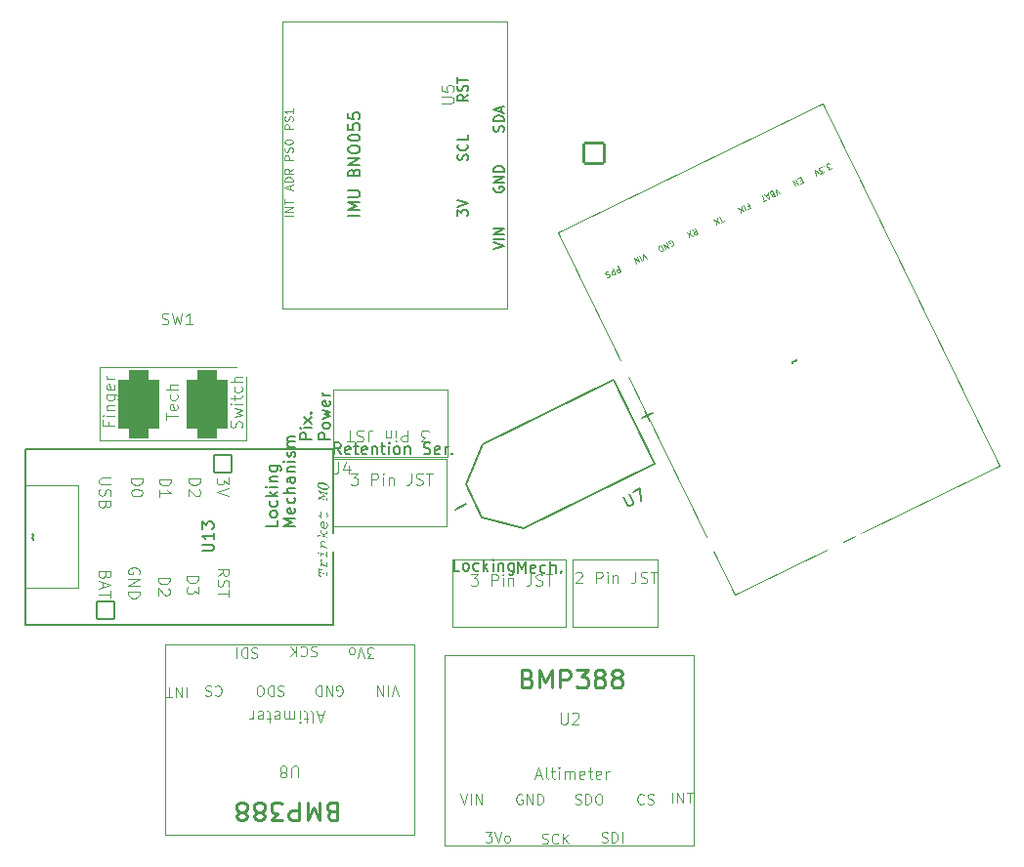
<source format=gto>
%TF.GenerationSoftware,KiCad,Pcbnew,7.0.9*%
%TF.CreationDate,2024-01-17T22:54:14-05:00*%
%TF.ProjectId,payload24,7061796c-6f61-4643-9234-2e6b69636164,2*%
%TF.SameCoordinates,Original*%
%TF.FileFunction,Legend,Top*%
%TF.FilePolarity,Positive*%
%FSLAX46Y46*%
G04 Gerber Fmt 4.6, Leading zero omitted, Abs format (unit mm)*
G04 Created by KiCad (PCBNEW 7.0.9) date 2024-01-17 22:54:14*
%MOMM*%
%LPD*%
G01*
G04 APERTURE LIST*
G04 Aperture macros list*
%AMRoundRect*
0 Rectangle with rounded corners*
0 $1 Rounding radius*
0 $2 $3 $4 $5 $6 $7 $8 $9 X,Y pos of 4 corners*
0 Add a 4 corners polygon primitive as box body*
4,1,4,$2,$3,$4,$5,$6,$7,$8,$9,$2,$3,0*
0 Add four circle primitives for the rounded corners*
1,1,$1+$1,$2,$3*
1,1,$1+$1,$4,$5*
1,1,$1+$1,$6,$7*
1,1,$1+$1,$8,$9*
0 Add four rect primitives between the rounded corners*
20,1,$1+$1,$2,$3,$4,$5,0*
20,1,$1+$1,$4,$5,$6,$7,0*
20,1,$1+$1,$6,$7,$8,$9,0*
20,1,$1+$1,$8,$9,$2,$3,0*%
G04 Aperture macros list end*
%ADD10C,0.200000*%
%ADD11C,0.150000*%
%ADD12C,0.100000*%
%ADD13C,0.121920*%
%ADD14C,0.213360*%
%ADD15C,0.142240*%
%ADD16C,0.097536*%
%ADD17C,0.127000*%
%ADD18C,0.050000*%
%ADD19C,1.879600*%
%ADD20C,3.101600*%
%ADD21C,1.905000*%
%ADD22RoundRect,0.875000X0.875000X-2.125000X0.875000X2.125000X-0.875000X2.125000X-0.875000X-2.125000X0*%
%ADD23C,6.204000*%
%ADD24RoundRect,0.102000X1.381269X4.011496X-4.011496X1.381269X-1.381269X-4.011496X4.011496X-1.381269X0*%
%ADD25RoundRect,0.102000X-0.754000X0.754000X-0.754000X-0.754000X0.754000X-0.754000X0.754000X0.754000X0*%
%ADD26C,1.712000*%
%ADD27C,2.032000*%
%ADD28C,1.300000*%
%ADD29RoundRect,0.102000X-3.152896X-2.838881X2.838881X-3.152896X3.152896X2.838881X-2.838881X3.152896X0*%
%ADD30RoundRect,0.102000X0.129717X-1.234174X1.234174X0.129717X-0.129717X1.234174X-1.234174X-0.129717X0*%
%ADD31C,1.959000*%
%ADD32C,1.665000*%
%ADD33RoundRect,0.102000X0.877500X-0.877500X0.877500X0.877500X-0.877500X0.877500X-0.877500X-0.877500X0*%
G04 APERTURE END LIST*
D10*
X50057558Y-58298176D02*
X49724225Y-57821985D01*
X49486130Y-58298176D02*
X49486130Y-57298176D01*
X49486130Y-57298176D02*
X49867082Y-57298176D01*
X49867082Y-57298176D02*
X49962320Y-57345795D01*
X49962320Y-57345795D02*
X50009939Y-57393414D01*
X50009939Y-57393414D02*
X50057558Y-57488652D01*
X50057558Y-57488652D02*
X50057558Y-57631509D01*
X50057558Y-57631509D02*
X50009939Y-57726747D01*
X50009939Y-57726747D02*
X49962320Y-57774366D01*
X49962320Y-57774366D02*
X49867082Y-57821985D01*
X49867082Y-57821985D02*
X49486130Y-57821985D01*
X50867082Y-58250557D02*
X50771844Y-58298176D01*
X50771844Y-58298176D02*
X50581368Y-58298176D01*
X50581368Y-58298176D02*
X50486130Y-58250557D01*
X50486130Y-58250557D02*
X50438511Y-58155318D01*
X50438511Y-58155318D02*
X50438511Y-57774366D01*
X50438511Y-57774366D02*
X50486130Y-57679128D01*
X50486130Y-57679128D02*
X50581368Y-57631509D01*
X50581368Y-57631509D02*
X50771844Y-57631509D01*
X50771844Y-57631509D02*
X50867082Y-57679128D01*
X50867082Y-57679128D02*
X50914701Y-57774366D01*
X50914701Y-57774366D02*
X50914701Y-57869604D01*
X50914701Y-57869604D02*
X50438511Y-57964842D01*
X51200416Y-57631509D02*
X51581368Y-57631509D01*
X51343273Y-57298176D02*
X51343273Y-58155318D01*
X51343273Y-58155318D02*
X51390892Y-58250557D01*
X51390892Y-58250557D02*
X51486130Y-58298176D01*
X51486130Y-58298176D02*
X51581368Y-58298176D01*
X52295654Y-58250557D02*
X52200416Y-58298176D01*
X52200416Y-58298176D02*
X52009940Y-58298176D01*
X52009940Y-58298176D02*
X51914702Y-58250557D01*
X51914702Y-58250557D02*
X51867083Y-58155318D01*
X51867083Y-58155318D02*
X51867083Y-57774366D01*
X51867083Y-57774366D02*
X51914702Y-57679128D01*
X51914702Y-57679128D02*
X52009940Y-57631509D01*
X52009940Y-57631509D02*
X52200416Y-57631509D01*
X52200416Y-57631509D02*
X52295654Y-57679128D01*
X52295654Y-57679128D02*
X52343273Y-57774366D01*
X52343273Y-57774366D02*
X52343273Y-57869604D01*
X52343273Y-57869604D02*
X51867083Y-57964842D01*
X52771845Y-57631509D02*
X52771845Y-58298176D01*
X52771845Y-57726747D02*
X52819464Y-57679128D01*
X52819464Y-57679128D02*
X52914702Y-57631509D01*
X52914702Y-57631509D02*
X53057559Y-57631509D01*
X53057559Y-57631509D02*
X53152797Y-57679128D01*
X53152797Y-57679128D02*
X53200416Y-57774366D01*
X53200416Y-57774366D02*
X53200416Y-58298176D01*
X53533750Y-57631509D02*
X53914702Y-57631509D01*
X53676607Y-57298176D02*
X53676607Y-58155318D01*
X53676607Y-58155318D02*
X53724226Y-58250557D01*
X53724226Y-58250557D02*
X53819464Y-58298176D01*
X53819464Y-58298176D02*
X53914702Y-58298176D01*
X54248036Y-58298176D02*
X54248036Y-57631509D01*
X54248036Y-57298176D02*
X54200417Y-57345795D01*
X54200417Y-57345795D02*
X54248036Y-57393414D01*
X54248036Y-57393414D02*
X54295655Y-57345795D01*
X54295655Y-57345795D02*
X54248036Y-57298176D01*
X54248036Y-57298176D02*
X54248036Y-57393414D01*
X54867083Y-58298176D02*
X54771845Y-58250557D01*
X54771845Y-58250557D02*
X54724226Y-58202937D01*
X54724226Y-58202937D02*
X54676607Y-58107699D01*
X54676607Y-58107699D02*
X54676607Y-57821985D01*
X54676607Y-57821985D02*
X54724226Y-57726747D01*
X54724226Y-57726747D02*
X54771845Y-57679128D01*
X54771845Y-57679128D02*
X54867083Y-57631509D01*
X54867083Y-57631509D02*
X55009940Y-57631509D01*
X55009940Y-57631509D02*
X55105178Y-57679128D01*
X55105178Y-57679128D02*
X55152797Y-57726747D01*
X55152797Y-57726747D02*
X55200416Y-57821985D01*
X55200416Y-57821985D02*
X55200416Y-58107699D01*
X55200416Y-58107699D02*
X55152797Y-58202937D01*
X55152797Y-58202937D02*
X55105178Y-58250557D01*
X55105178Y-58250557D02*
X55009940Y-58298176D01*
X55009940Y-58298176D02*
X54867083Y-58298176D01*
X55628988Y-57631509D02*
X55628988Y-58298176D01*
X55628988Y-57726747D02*
X55676607Y-57679128D01*
X55676607Y-57679128D02*
X55771845Y-57631509D01*
X55771845Y-57631509D02*
X55914702Y-57631509D01*
X55914702Y-57631509D02*
X56009940Y-57679128D01*
X56009940Y-57679128D02*
X56057559Y-57774366D01*
X56057559Y-57774366D02*
X56057559Y-58298176D01*
X57248036Y-58250557D02*
X57390893Y-58298176D01*
X57390893Y-58298176D02*
X57628988Y-58298176D01*
X57628988Y-58298176D02*
X57724226Y-58250557D01*
X57724226Y-58250557D02*
X57771845Y-58202937D01*
X57771845Y-58202937D02*
X57819464Y-58107699D01*
X57819464Y-58107699D02*
X57819464Y-58012461D01*
X57819464Y-58012461D02*
X57771845Y-57917223D01*
X57771845Y-57917223D02*
X57724226Y-57869604D01*
X57724226Y-57869604D02*
X57628988Y-57821985D01*
X57628988Y-57821985D02*
X57438512Y-57774366D01*
X57438512Y-57774366D02*
X57343274Y-57726747D01*
X57343274Y-57726747D02*
X57295655Y-57679128D01*
X57295655Y-57679128D02*
X57248036Y-57583890D01*
X57248036Y-57583890D02*
X57248036Y-57488652D01*
X57248036Y-57488652D02*
X57295655Y-57393414D01*
X57295655Y-57393414D02*
X57343274Y-57345795D01*
X57343274Y-57345795D02*
X57438512Y-57298176D01*
X57438512Y-57298176D02*
X57676607Y-57298176D01*
X57676607Y-57298176D02*
X57819464Y-57345795D01*
X58628988Y-58250557D02*
X58533750Y-58298176D01*
X58533750Y-58298176D02*
X58343274Y-58298176D01*
X58343274Y-58298176D02*
X58248036Y-58250557D01*
X58248036Y-58250557D02*
X58200417Y-58155318D01*
X58200417Y-58155318D02*
X58200417Y-57774366D01*
X58200417Y-57774366D02*
X58248036Y-57679128D01*
X58248036Y-57679128D02*
X58343274Y-57631509D01*
X58343274Y-57631509D02*
X58533750Y-57631509D01*
X58533750Y-57631509D02*
X58628988Y-57679128D01*
X58628988Y-57679128D02*
X58676607Y-57774366D01*
X58676607Y-57774366D02*
X58676607Y-57869604D01*
X58676607Y-57869604D02*
X58200417Y-57964842D01*
X59105179Y-58298176D02*
X59105179Y-57631509D01*
X59105179Y-57821985D02*
X59152798Y-57726747D01*
X59152798Y-57726747D02*
X59200417Y-57679128D01*
X59200417Y-57679128D02*
X59295655Y-57631509D01*
X59295655Y-57631509D02*
X59390893Y-57631509D01*
X59724227Y-58202937D02*
X59771846Y-58250557D01*
X59771846Y-58250557D02*
X59724227Y-58298176D01*
X59724227Y-58298176D02*
X59676608Y-58250557D01*
X59676608Y-58250557D02*
X59724227Y-58202937D01*
X59724227Y-58202937D02*
X59724227Y-58298176D01*
D11*
X65388769Y-68580136D02*
X65388769Y-67580136D01*
X65388769Y-67580136D02*
X65722102Y-68294421D01*
X65722102Y-68294421D02*
X66055435Y-67580136D01*
X66055435Y-67580136D02*
X66055435Y-68580136D01*
X66912578Y-68532517D02*
X66817340Y-68580136D01*
X66817340Y-68580136D02*
X66626864Y-68580136D01*
X66626864Y-68580136D02*
X66531626Y-68532517D01*
X66531626Y-68532517D02*
X66484007Y-68437278D01*
X66484007Y-68437278D02*
X66484007Y-68056326D01*
X66484007Y-68056326D02*
X66531626Y-67961088D01*
X66531626Y-67961088D02*
X66626864Y-67913469D01*
X66626864Y-67913469D02*
X66817340Y-67913469D01*
X66817340Y-67913469D02*
X66912578Y-67961088D01*
X66912578Y-67961088D02*
X66960197Y-68056326D01*
X66960197Y-68056326D02*
X66960197Y-68151564D01*
X66960197Y-68151564D02*
X66484007Y-68246802D01*
X67817340Y-68532517D02*
X67722102Y-68580136D01*
X67722102Y-68580136D02*
X67531626Y-68580136D01*
X67531626Y-68580136D02*
X67436388Y-68532517D01*
X67436388Y-68532517D02*
X67388769Y-68484897D01*
X67388769Y-68484897D02*
X67341150Y-68389659D01*
X67341150Y-68389659D02*
X67341150Y-68103945D01*
X67341150Y-68103945D02*
X67388769Y-68008707D01*
X67388769Y-68008707D02*
X67436388Y-67961088D01*
X67436388Y-67961088D02*
X67531626Y-67913469D01*
X67531626Y-67913469D02*
X67722102Y-67913469D01*
X67722102Y-67913469D02*
X67817340Y-67961088D01*
X68245912Y-68580136D02*
X68245912Y-67580136D01*
X68674483Y-68580136D02*
X68674483Y-68056326D01*
X68674483Y-68056326D02*
X68626864Y-67961088D01*
X68626864Y-67961088D02*
X68531626Y-67913469D01*
X68531626Y-67913469D02*
X68388769Y-67913469D01*
X68388769Y-67913469D02*
X68293531Y-67961088D01*
X68293531Y-67961088D02*
X68245912Y-68008707D01*
X69150674Y-68484897D02*
X69198293Y-68532517D01*
X69198293Y-68532517D02*
X69150674Y-68580136D01*
X69150674Y-68580136D02*
X69103055Y-68532517D01*
X69103055Y-68532517D02*
X69150674Y-68484897D01*
X69150674Y-68484897D02*
X69150674Y-68580136D01*
X60349710Y-68415702D02*
X59873520Y-68415702D01*
X59873520Y-68415702D02*
X59873520Y-67415702D01*
X60825901Y-68415702D02*
X60730663Y-68368083D01*
X60730663Y-68368083D02*
X60683044Y-68320463D01*
X60683044Y-68320463D02*
X60635425Y-68225225D01*
X60635425Y-68225225D02*
X60635425Y-67939511D01*
X60635425Y-67939511D02*
X60683044Y-67844273D01*
X60683044Y-67844273D02*
X60730663Y-67796654D01*
X60730663Y-67796654D02*
X60825901Y-67749035D01*
X60825901Y-67749035D02*
X60968758Y-67749035D01*
X60968758Y-67749035D02*
X61063996Y-67796654D01*
X61063996Y-67796654D02*
X61111615Y-67844273D01*
X61111615Y-67844273D02*
X61159234Y-67939511D01*
X61159234Y-67939511D02*
X61159234Y-68225225D01*
X61159234Y-68225225D02*
X61111615Y-68320463D01*
X61111615Y-68320463D02*
X61063996Y-68368083D01*
X61063996Y-68368083D02*
X60968758Y-68415702D01*
X60968758Y-68415702D02*
X60825901Y-68415702D01*
X62016377Y-68368083D02*
X61921139Y-68415702D01*
X61921139Y-68415702D02*
X61730663Y-68415702D01*
X61730663Y-68415702D02*
X61635425Y-68368083D01*
X61635425Y-68368083D02*
X61587806Y-68320463D01*
X61587806Y-68320463D02*
X61540187Y-68225225D01*
X61540187Y-68225225D02*
X61540187Y-67939511D01*
X61540187Y-67939511D02*
X61587806Y-67844273D01*
X61587806Y-67844273D02*
X61635425Y-67796654D01*
X61635425Y-67796654D02*
X61730663Y-67749035D01*
X61730663Y-67749035D02*
X61921139Y-67749035D01*
X61921139Y-67749035D02*
X62016377Y-67796654D01*
X62444949Y-68415702D02*
X62444949Y-67415702D01*
X62540187Y-68034749D02*
X62825901Y-68415702D01*
X62825901Y-67749035D02*
X62444949Y-68129987D01*
X63254473Y-68415702D02*
X63254473Y-67749035D01*
X63254473Y-67415702D02*
X63206854Y-67463321D01*
X63206854Y-67463321D02*
X63254473Y-67510940D01*
X63254473Y-67510940D02*
X63302092Y-67463321D01*
X63302092Y-67463321D02*
X63254473Y-67415702D01*
X63254473Y-67415702D02*
X63254473Y-67510940D01*
X63730663Y-67749035D02*
X63730663Y-68415702D01*
X63730663Y-67844273D02*
X63778282Y-67796654D01*
X63778282Y-67796654D02*
X63873520Y-67749035D01*
X63873520Y-67749035D02*
X64016377Y-67749035D01*
X64016377Y-67749035D02*
X64111615Y-67796654D01*
X64111615Y-67796654D02*
X64159234Y-67891892D01*
X64159234Y-67891892D02*
X64159234Y-68415702D01*
X65063996Y-67749035D02*
X65063996Y-68558559D01*
X65063996Y-68558559D02*
X65016377Y-68653797D01*
X65016377Y-68653797D02*
X64968758Y-68701416D01*
X64968758Y-68701416D02*
X64873520Y-68749035D01*
X64873520Y-68749035D02*
X64730663Y-68749035D01*
X64730663Y-68749035D02*
X64635425Y-68701416D01*
X65063996Y-68368083D02*
X64968758Y-68415702D01*
X64968758Y-68415702D02*
X64778282Y-68415702D01*
X64778282Y-68415702D02*
X64683044Y-68368083D01*
X64683044Y-68368083D02*
X64635425Y-68320463D01*
X64635425Y-68320463D02*
X64587806Y-68225225D01*
X64587806Y-68225225D02*
X64587806Y-67939511D01*
X64587806Y-67939511D02*
X64635425Y-67844273D01*
X64635425Y-67844273D02*
X64683044Y-67796654D01*
X64683044Y-67796654D02*
X64778282Y-67749035D01*
X64778282Y-67749035D02*
X64968758Y-67749035D01*
X64968758Y-67749035D02*
X65063996Y-67796654D01*
X47535424Y-57018914D02*
X46535424Y-57018914D01*
X46535424Y-57018914D02*
X46535424Y-56637962D01*
X46535424Y-56637962D02*
X46583043Y-56542724D01*
X46583043Y-56542724D02*
X46630662Y-56495105D01*
X46630662Y-56495105D02*
X46725900Y-56447486D01*
X46725900Y-56447486D02*
X46868757Y-56447486D01*
X46868757Y-56447486D02*
X46963995Y-56495105D01*
X46963995Y-56495105D02*
X47011614Y-56542724D01*
X47011614Y-56542724D02*
X47059233Y-56637962D01*
X47059233Y-56637962D02*
X47059233Y-57018914D01*
X47535424Y-56018914D02*
X46868757Y-56018914D01*
X46535424Y-56018914D02*
X46583043Y-56066533D01*
X46583043Y-56066533D02*
X46630662Y-56018914D01*
X46630662Y-56018914D02*
X46583043Y-55971295D01*
X46583043Y-55971295D02*
X46535424Y-56018914D01*
X46535424Y-56018914D02*
X46630662Y-56018914D01*
X47535424Y-55637962D02*
X46868757Y-55114153D01*
X46868757Y-55637962D02*
X47535424Y-55114153D01*
X47440185Y-54733200D02*
X47487805Y-54685581D01*
X47487805Y-54685581D02*
X47535424Y-54733200D01*
X47535424Y-54733200D02*
X47487805Y-54780819D01*
X47487805Y-54780819D02*
X47440185Y-54733200D01*
X47440185Y-54733200D02*
X47535424Y-54733200D01*
X49145424Y-57018914D02*
X48145424Y-57018914D01*
X48145424Y-57018914D02*
X48145424Y-56637962D01*
X48145424Y-56637962D02*
X48193043Y-56542724D01*
X48193043Y-56542724D02*
X48240662Y-56495105D01*
X48240662Y-56495105D02*
X48335900Y-56447486D01*
X48335900Y-56447486D02*
X48478757Y-56447486D01*
X48478757Y-56447486D02*
X48573995Y-56495105D01*
X48573995Y-56495105D02*
X48621614Y-56542724D01*
X48621614Y-56542724D02*
X48669233Y-56637962D01*
X48669233Y-56637962D02*
X48669233Y-57018914D01*
X49145424Y-55876057D02*
X49097805Y-55971295D01*
X49097805Y-55971295D02*
X49050185Y-56018914D01*
X49050185Y-56018914D02*
X48954947Y-56066533D01*
X48954947Y-56066533D02*
X48669233Y-56066533D01*
X48669233Y-56066533D02*
X48573995Y-56018914D01*
X48573995Y-56018914D02*
X48526376Y-55971295D01*
X48526376Y-55971295D02*
X48478757Y-55876057D01*
X48478757Y-55876057D02*
X48478757Y-55733200D01*
X48478757Y-55733200D02*
X48526376Y-55637962D01*
X48526376Y-55637962D02*
X48573995Y-55590343D01*
X48573995Y-55590343D02*
X48669233Y-55542724D01*
X48669233Y-55542724D02*
X48954947Y-55542724D01*
X48954947Y-55542724D02*
X49050185Y-55590343D01*
X49050185Y-55590343D02*
X49097805Y-55637962D01*
X49097805Y-55637962D02*
X49145424Y-55733200D01*
X49145424Y-55733200D02*
X49145424Y-55876057D01*
X48478757Y-55209390D02*
X49145424Y-55018914D01*
X49145424Y-55018914D02*
X48669233Y-54828438D01*
X48669233Y-54828438D02*
X49145424Y-54637962D01*
X49145424Y-54637962D02*
X48478757Y-54447486D01*
X49097805Y-53685581D02*
X49145424Y-53780819D01*
X49145424Y-53780819D02*
X49145424Y-53971295D01*
X49145424Y-53971295D02*
X49097805Y-54066533D01*
X49097805Y-54066533D02*
X49002566Y-54114152D01*
X49002566Y-54114152D02*
X48621614Y-54114152D01*
X48621614Y-54114152D02*
X48526376Y-54066533D01*
X48526376Y-54066533D02*
X48478757Y-53971295D01*
X48478757Y-53971295D02*
X48478757Y-53780819D01*
X48478757Y-53780819D02*
X48526376Y-53685581D01*
X48526376Y-53685581D02*
X48621614Y-53637962D01*
X48621614Y-53637962D02*
X48716852Y-53637962D01*
X48716852Y-53637962D02*
X48812090Y-54114152D01*
X49145424Y-53209390D02*
X48478757Y-53209390D01*
X48669233Y-53209390D02*
X48573995Y-53161771D01*
X48573995Y-53161771D02*
X48526376Y-53114152D01*
X48526376Y-53114152D02*
X48478757Y-53018914D01*
X48478757Y-53018914D02*
X48478757Y-52923676D01*
X46100679Y-64518149D02*
X45100679Y-64518149D01*
X45100679Y-64518149D02*
X45814964Y-64184816D01*
X45814964Y-64184816D02*
X45100679Y-63851483D01*
X45100679Y-63851483D02*
X46100679Y-63851483D01*
X46053060Y-62994340D02*
X46100679Y-63089578D01*
X46100679Y-63089578D02*
X46100679Y-63280054D01*
X46100679Y-63280054D02*
X46053060Y-63375292D01*
X46053060Y-63375292D02*
X45957821Y-63422911D01*
X45957821Y-63422911D02*
X45576869Y-63422911D01*
X45576869Y-63422911D02*
X45481631Y-63375292D01*
X45481631Y-63375292D02*
X45434012Y-63280054D01*
X45434012Y-63280054D02*
X45434012Y-63089578D01*
X45434012Y-63089578D02*
X45481631Y-62994340D01*
X45481631Y-62994340D02*
X45576869Y-62946721D01*
X45576869Y-62946721D02*
X45672107Y-62946721D01*
X45672107Y-62946721D02*
X45767345Y-63422911D01*
X46053060Y-62089578D02*
X46100679Y-62184816D01*
X46100679Y-62184816D02*
X46100679Y-62375292D01*
X46100679Y-62375292D02*
X46053060Y-62470530D01*
X46053060Y-62470530D02*
X46005440Y-62518149D01*
X46005440Y-62518149D02*
X45910202Y-62565768D01*
X45910202Y-62565768D02*
X45624488Y-62565768D01*
X45624488Y-62565768D02*
X45529250Y-62518149D01*
X45529250Y-62518149D02*
X45481631Y-62470530D01*
X45481631Y-62470530D02*
X45434012Y-62375292D01*
X45434012Y-62375292D02*
X45434012Y-62184816D01*
X45434012Y-62184816D02*
X45481631Y-62089578D01*
X46100679Y-61661006D02*
X45100679Y-61661006D01*
X46100679Y-61232435D02*
X45576869Y-61232435D01*
X45576869Y-61232435D02*
X45481631Y-61280054D01*
X45481631Y-61280054D02*
X45434012Y-61375292D01*
X45434012Y-61375292D02*
X45434012Y-61518149D01*
X45434012Y-61518149D02*
X45481631Y-61613387D01*
X45481631Y-61613387D02*
X45529250Y-61661006D01*
X46100679Y-60327673D02*
X45576869Y-60327673D01*
X45576869Y-60327673D02*
X45481631Y-60375292D01*
X45481631Y-60375292D02*
X45434012Y-60470530D01*
X45434012Y-60470530D02*
X45434012Y-60661006D01*
X45434012Y-60661006D02*
X45481631Y-60756244D01*
X46053060Y-60327673D02*
X46100679Y-60422911D01*
X46100679Y-60422911D02*
X46100679Y-60661006D01*
X46100679Y-60661006D02*
X46053060Y-60756244D01*
X46053060Y-60756244D02*
X45957821Y-60803863D01*
X45957821Y-60803863D02*
X45862583Y-60803863D01*
X45862583Y-60803863D02*
X45767345Y-60756244D01*
X45767345Y-60756244D02*
X45719726Y-60661006D01*
X45719726Y-60661006D02*
X45719726Y-60422911D01*
X45719726Y-60422911D02*
X45672107Y-60327673D01*
X45434012Y-59851482D02*
X46100679Y-59851482D01*
X45529250Y-59851482D02*
X45481631Y-59803863D01*
X45481631Y-59803863D02*
X45434012Y-59708625D01*
X45434012Y-59708625D02*
X45434012Y-59565768D01*
X45434012Y-59565768D02*
X45481631Y-59470530D01*
X45481631Y-59470530D02*
X45576869Y-59422911D01*
X45576869Y-59422911D02*
X46100679Y-59422911D01*
X46100679Y-58946720D02*
X45434012Y-58946720D01*
X45100679Y-58946720D02*
X45148298Y-58994339D01*
X45148298Y-58994339D02*
X45195917Y-58946720D01*
X45195917Y-58946720D02*
X45148298Y-58899101D01*
X45148298Y-58899101D02*
X45100679Y-58946720D01*
X45100679Y-58946720D02*
X45195917Y-58946720D01*
X46053060Y-58518149D02*
X46100679Y-58422911D01*
X46100679Y-58422911D02*
X46100679Y-58232435D01*
X46100679Y-58232435D02*
X46053060Y-58137197D01*
X46053060Y-58137197D02*
X45957821Y-58089578D01*
X45957821Y-58089578D02*
X45910202Y-58089578D01*
X45910202Y-58089578D02*
X45814964Y-58137197D01*
X45814964Y-58137197D02*
X45767345Y-58232435D01*
X45767345Y-58232435D02*
X45767345Y-58375292D01*
X45767345Y-58375292D02*
X45719726Y-58470530D01*
X45719726Y-58470530D02*
X45624488Y-58518149D01*
X45624488Y-58518149D02*
X45576869Y-58518149D01*
X45576869Y-58518149D02*
X45481631Y-58470530D01*
X45481631Y-58470530D02*
X45434012Y-58375292D01*
X45434012Y-58375292D02*
X45434012Y-58232435D01*
X45434012Y-58232435D02*
X45481631Y-58137197D01*
X46100679Y-57661006D02*
X45434012Y-57661006D01*
X45529250Y-57661006D02*
X45481631Y-57613387D01*
X45481631Y-57613387D02*
X45434012Y-57518149D01*
X45434012Y-57518149D02*
X45434012Y-57375292D01*
X45434012Y-57375292D02*
X45481631Y-57280054D01*
X45481631Y-57280054D02*
X45576869Y-57232435D01*
X45576869Y-57232435D02*
X46100679Y-57232435D01*
X45576869Y-57232435D02*
X45481631Y-57184816D01*
X45481631Y-57184816D02*
X45434012Y-57089578D01*
X45434012Y-57089578D02*
X45434012Y-56946721D01*
X45434012Y-56946721D02*
X45481631Y-56851482D01*
X45481631Y-56851482D02*
X45576869Y-56803863D01*
X45576869Y-56803863D02*
X46100679Y-56803863D01*
X44581476Y-64046708D02*
X44581476Y-64522898D01*
X44581476Y-64522898D02*
X43581476Y-64522898D01*
X44581476Y-63570517D02*
X44533857Y-63665755D01*
X44533857Y-63665755D02*
X44486237Y-63713374D01*
X44486237Y-63713374D02*
X44390999Y-63760993D01*
X44390999Y-63760993D02*
X44105285Y-63760993D01*
X44105285Y-63760993D02*
X44010047Y-63713374D01*
X44010047Y-63713374D02*
X43962428Y-63665755D01*
X43962428Y-63665755D02*
X43914809Y-63570517D01*
X43914809Y-63570517D02*
X43914809Y-63427660D01*
X43914809Y-63427660D02*
X43962428Y-63332422D01*
X43962428Y-63332422D02*
X44010047Y-63284803D01*
X44010047Y-63284803D02*
X44105285Y-63237184D01*
X44105285Y-63237184D02*
X44390999Y-63237184D01*
X44390999Y-63237184D02*
X44486237Y-63284803D01*
X44486237Y-63284803D02*
X44533857Y-63332422D01*
X44533857Y-63332422D02*
X44581476Y-63427660D01*
X44581476Y-63427660D02*
X44581476Y-63570517D01*
X44533857Y-62380041D02*
X44581476Y-62475279D01*
X44581476Y-62475279D02*
X44581476Y-62665755D01*
X44581476Y-62665755D02*
X44533857Y-62760993D01*
X44533857Y-62760993D02*
X44486237Y-62808612D01*
X44486237Y-62808612D02*
X44390999Y-62856231D01*
X44390999Y-62856231D02*
X44105285Y-62856231D01*
X44105285Y-62856231D02*
X44010047Y-62808612D01*
X44010047Y-62808612D02*
X43962428Y-62760993D01*
X43962428Y-62760993D02*
X43914809Y-62665755D01*
X43914809Y-62665755D02*
X43914809Y-62475279D01*
X43914809Y-62475279D02*
X43962428Y-62380041D01*
X44581476Y-61951469D02*
X43581476Y-61951469D01*
X44200523Y-61856231D02*
X44581476Y-61570517D01*
X43914809Y-61570517D02*
X44295761Y-61951469D01*
X44581476Y-61141945D02*
X43914809Y-61141945D01*
X43581476Y-61141945D02*
X43629095Y-61189564D01*
X43629095Y-61189564D02*
X43676714Y-61141945D01*
X43676714Y-61141945D02*
X43629095Y-61094326D01*
X43629095Y-61094326D02*
X43581476Y-61141945D01*
X43581476Y-61141945D02*
X43676714Y-61141945D01*
X43914809Y-60665755D02*
X44581476Y-60665755D01*
X44010047Y-60665755D02*
X43962428Y-60618136D01*
X43962428Y-60618136D02*
X43914809Y-60522898D01*
X43914809Y-60522898D02*
X43914809Y-60380041D01*
X43914809Y-60380041D02*
X43962428Y-60284803D01*
X43962428Y-60284803D02*
X44057666Y-60237184D01*
X44057666Y-60237184D02*
X44581476Y-60237184D01*
X43914809Y-59332422D02*
X44724333Y-59332422D01*
X44724333Y-59332422D02*
X44819571Y-59380041D01*
X44819571Y-59380041D02*
X44867190Y-59427660D01*
X44867190Y-59427660D02*
X44914809Y-59522898D01*
X44914809Y-59522898D02*
X44914809Y-59665755D01*
X44914809Y-59665755D02*
X44867190Y-59760993D01*
X44533857Y-59332422D02*
X44581476Y-59427660D01*
X44581476Y-59427660D02*
X44581476Y-59618136D01*
X44581476Y-59618136D02*
X44533857Y-59713374D01*
X44533857Y-59713374D02*
X44486237Y-59760993D01*
X44486237Y-59760993D02*
X44390999Y-59808612D01*
X44390999Y-59808612D02*
X44105285Y-59808612D01*
X44105285Y-59808612D02*
X44010047Y-59760993D01*
X44010047Y-59760993D02*
X43962428Y-59713374D01*
X43962428Y-59713374D02*
X43914809Y-59618136D01*
X43914809Y-59618136D02*
X43914809Y-59427660D01*
X43914809Y-59427660D02*
X43962428Y-59332422D01*
D12*
X46375422Y-86336145D02*
X46375422Y-85526622D01*
X46375422Y-85526622D02*
X46327803Y-85431384D01*
X46327803Y-85431384D02*
X46280184Y-85383765D01*
X46280184Y-85383765D02*
X46184946Y-85336145D01*
X46184946Y-85336145D02*
X45994470Y-85336145D01*
X45994470Y-85336145D02*
X45899232Y-85383765D01*
X45899232Y-85383765D02*
X45851613Y-85431384D01*
X45851613Y-85431384D02*
X45803994Y-85526622D01*
X45803994Y-85526622D02*
X45803994Y-86336145D01*
X45184946Y-85907574D02*
X45280184Y-85955193D01*
X45280184Y-85955193D02*
X45327803Y-86002812D01*
X45327803Y-86002812D02*
X45375422Y-86098050D01*
X45375422Y-86098050D02*
X45375422Y-86145669D01*
X45375422Y-86145669D02*
X45327803Y-86240907D01*
X45327803Y-86240907D02*
X45280184Y-86288526D01*
X45280184Y-86288526D02*
X45184946Y-86336145D01*
X45184946Y-86336145D02*
X44994470Y-86336145D01*
X44994470Y-86336145D02*
X44899232Y-86288526D01*
X44899232Y-86288526D02*
X44851613Y-86240907D01*
X44851613Y-86240907D02*
X44803994Y-86145669D01*
X44803994Y-86145669D02*
X44803994Y-86098050D01*
X44803994Y-86098050D02*
X44851613Y-86002812D01*
X44851613Y-86002812D02*
X44899232Y-85955193D01*
X44899232Y-85955193D02*
X44994470Y-85907574D01*
X44994470Y-85907574D02*
X45184946Y-85907574D01*
X45184946Y-85907574D02*
X45280184Y-85859955D01*
X45280184Y-85859955D02*
X45327803Y-85812336D01*
X45327803Y-85812336D02*
X45375422Y-85717098D01*
X45375422Y-85717098D02*
X45375422Y-85526622D01*
X45375422Y-85526622D02*
X45327803Y-85431384D01*
X45327803Y-85431384D02*
X45280184Y-85383765D01*
X45280184Y-85383765D02*
X45184946Y-85336145D01*
X45184946Y-85336145D02*
X44994470Y-85336145D01*
X44994470Y-85336145D02*
X44899232Y-85383765D01*
X44899232Y-85383765D02*
X44851613Y-85431384D01*
X44851613Y-85431384D02*
X44803994Y-85526622D01*
X44803994Y-85526622D02*
X44803994Y-85717098D01*
X44803994Y-85717098D02*
X44851613Y-85812336D01*
X44851613Y-85812336D02*
X44899232Y-85859955D01*
X44899232Y-85859955D02*
X44994470Y-85907574D01*
D13*
X52913791Y-75955329D02*
X52360313Y-75955329D01*
X52360313Y-75955329D02*
X52658339Y-75614727D01*
X52658339Y-75614727D02*
X52530614Y-75614727D01*
X52530614Y-75614727D02*
X52445463Y-75572152D01*
X52445463Y-75572152D02*
X52402888Y-75529577D01*
X52402888Y-75529577D02*
X52360313Y-75444426D01*
X52360313Y-75444426D02*
X52360313Y-75231550D01*
X52360313Y-75231550D02*
X52402888Y-75146400D01*
X52402888Y-75146400D02*
X52445463Y-75103825D01*
X52445463Y-75103825D02*
X52530614Y-75061249D01*
X52530614Y-75061249D02*
X52786065Y-75061249D01*
X52786065Y-75061249D02*
X52871216Y-75103825D01*
X52871216Y-75103825D02*
X52913791Y-75146400D01*
X52104861Y-75955329D02*
X51806834Y-75061249D01*
X51806834Y-75061249D02*
X51508808Y-75955329D01*
X51083056Y-75061249D02*
X51168206Y-75103825D01*
X51168206Y-75103825D02*
X51210781Y-75146400D01*
X51210781Y-75146400D02*
X51253357Y-75231550D01*
X51253357Y-75231550D02*
X51253357Y-75487002D01*
X51253357Y-75487002D02*
X51210781Y-75572152D01*
X51210781Y-75572152D02*
X51168206Y-75614727D01*
X51168206Y-75614727D02*
X51083056Y-75657303D01*
X51083056Y-75657303D02*
X50955330Y-75657303D01*
X50955330Y-75657303D02*
X50870179Y-75614727D01*
X50870179Y-75614727D02*
X50827604Y-75572152D01*
X50827604Y-75572152D02*
X50785029Y-75487002D01*
X50785029Y-75487002D02*
X50785029Y-75231550D01*
X50785029Y-75231550D02*
X50827604Y-75146400D01*
X50827604Y-75146400D02*
X50870179Y-75103825D01*
X50870179Y-75103825D02*
X50955330Y-75061249D01*
X50955330Y-75061249D02*
X51083056Y-75061249D01*
X39190533Y-78448400D02*
X39233109Y-78405825D01*
X39233109Y-78405825D02*
X39360834Y-78363249D01*
X39360834Y-78363249D02*
X39445985Y-78363249D01*
X39445985Y-78363249D02*
X39573711Y-78405825D01*
X39573711Y-78405825D02*
X39658861Y-78490975D01*
X39658861Y-78490975D02*
X39701436Y-78576125D01*
X39701436Y-78576125D02*
X39744012Y-78746426D01*
X39744012Y-78746426D02*
X39744012Y-78874152D01*
X39744012Y-78874152D02*
X39701436Y-79044453D01*
X39701436Y-79044453D02*
X39658861Y-79129604D01*
X39658861Y-79129604D02*
X39573711Y-79214754D01*
X39573711Y-79214754D02*
X39445985Y-79257329D01*
X39445985Y-79257329D02*
X39360834Y-79257329D01*
X39360834Y-79257329D02*
X39233109Y-79214754D01*
X39233109Y-79214754D02*
X39190533Y-79172179D01*
X38849932Y-78405825D02*
X38722206Y-78363249D01*
X38722206Y-78363249D02*
X38509330Y-78363249D01*
X38509330Y-78363249D02*
X38424179Y-78405825D01*
X38424179Y-78405825D02*
X38381604Y-78448400D01*
X38381604Y-78448400D02*
X38339029Y-78533550D01*
X38339029Y-78533550D02*
X38339029Y-78618701D01*
X38339029Y-78618701D02*
X38381604Y-78703851D01*
X38381604Y-78703851D02*
X38424179Y-78746426D01*
X38424179Y-78746426D02*
X38509330Y-78789002D01*
X38509330Y-78789002D02*
X38679631Y-78831577D01*
X38679631Y-78831577D02*
X38764781Y-78874152D01*
X38764781Y-78874152D02*
X38807356Y-78916727D01*
X38807356Y-78916727D02*
X38849932Y-79001878D01*
X38849932Y-79001878D02*
X38849932Y-79087028D01*
X38849932Y-79087028D02*
X38807356Y-79172179D01*
X38807356Y-79172179D02*
X38764781Y-79214754D01*
X38764781Y-79214754D02*
X38679631Y-79257329D01*
X38679631Y-79257329D02*
X38466754Y-79257329D01*
X38466754Y-79257329D02*
X38339029Y-79214754D01*
D12*
X48532252Y-80880860D02*
X48056062Y-80880860D01*
X48627490Y-80595145D02*
X48294157Y-81595145D01*
X48294157Y-81595145D02*
X47960824Y-80595145D01*
X47484633Y-80595145D02*
X47579871Y-80642765D01*
X47579871Y-80642765D02*
X47627490Y-80738003D01*
X47627490Y-80738003D02*
X47627490Y-81595145D01*
X47246537Y-81261812D02*
X46865585Y-81261812D01*
X47103680Y-81595145D02*
X47103680Y-80738003D01*
X47103680Y-80738003D02*
X47056061Y-80642765D01*
X47056061Y-80642765D02*
X46960823Y-80595145D01*
X46960823Y-80595145D02*
X46865585Y-80595145D01*
X46532251Y-80595145D02*
X46532251Y-81261812D01*
X46532251Y-81595145D02*
X46579870Y-81547526D01*
X46579870Y-81547526D02*
X46532251Y-81499907D01*
X46532251Y-81499907D02*
X46484632Y-81547526D01*
X46484632Y-81547526D02*
X46532251Y-81595145D01*
X46532251Y-81595145D02*
X46532251Y-81499907D01*
X46056061Y-80595145D02*
X46056061Y-81261812D01*
X46056061Y-81166574D02*
X46008442Y-81214193D01*
X46008442Y-81214193D02*
X45913204Y-81261812D01*
X45913204Y-81261812D02*
X45770347Y-81261812D01*
X45770347Y-81261812D02*
X45675109Y-81214193D01*
X45675109Y-81214193D02*
X45627490Y-81118955D01*
X45627490Y-81118955D02*
X45627490Y-80595145D01*
X45627490Y-81118955D02*
X45579871Y-81214193D01*
X45579871Y-81214193D02*
X45484633Y-81261812D01*
X45484633Y-81261812D02*
X45341776Y-81261812D01*
X45341776Y-81261812D02*
X45246537Y-81214193D01*
X45246537Y-81214193D02*
X45198918Y-81118955D01*
X45198918Y-81118955D02*
X45198918Y-80595145D01*
X44341776Y-80642765D02*
X44437014Y-80595145D01*
X44437014Y-80595145D02*
X44627490Y-80595145D01*
X44627490Y-80595145D02*
X44722728Y-80642765D01*
X44722728Y-80642765D02*
X44770347Y-80738003D01*
X44770347Y-80738003D02*
X44770347Y-81118955D01*
X44770347Y-81118955D02*
X44722728Y-81214193D01*
X44722728Y-81214193D02*
X44627490Y-81261812D01*
X44627490Y-81261812D02*
X44437014Y-81261812D01*
X44437014Y-81261812D02*
X44341776Y-81214193D01*
X44341776Y-81214193D02*
X44294157Y-81118955D01*
X44294157Y-81118955D02*
X44294157Y-81023717D01*
X44294157Y-81023717D02*
X44770347Y-80928479D01*
X44008442Y-81261812D02*
X43627490Y-81261812D01*
X43865585Y-81595145D02*
X43865585Y-80738003D01*
X43865585Y-80738003D02*
X43817966Y-80642765D01*
X43817966Y-80642765D02*
X43722728Y-80595145D01*
X43722728Y-80595145D02*
X43627490Y-80595145D01*
X42913204Y-80642765D02*
X43008442Y-80595145D01*
X43008442Y-80595145D02*
X43198918Y-80595145D01*
X43198918Y-80595145D02*
X43294156Y-80642765D01*
X43294156Y-80642765D02*
X43341775Y-80738003D01*
X43341775Y-80738003D02*
X43341775Y-81118955D01*
X43341775Y-81118955D02*
X43294156Y-81214193D01*
X43294156Y-81214193D02*
X43198918Y-81261812D01*
X43198918Y-81261812D02*
X43008442Y-81261812D01*
X43008442Y-81261812D02*
X42913204Y-81214193D01*
X42913204Y-81214193D02*
X42865585Y-81118955D01*
X42865585Y-81118955D02*
X42865585Y-81023717D01*
X42865585Y-81023717D02*
X43341775Y-80928479D01*
X42437013Y-80595145D02*
X42437013Y-81261812D01*
X42437013Y-81071336D02*
X42389394Y-81166574D01*
X42389394Y-81166574D02*
X42341775Y-81214193D01*
X42341775Y-81214193D02*
X42246537Y-81261812D01*
X42246537Y-81261812D02*
X42151299Y-81261812D01*
D13*
X36697462Y-78490249D02*
X36697462Y-79384329D01*
X36271710Y-78490249D02*
X36271710Y-79384329D01*
X36271710Y-79384329D02*
X35760807Y-78490249D01*
X35760807Y-78490249D02*
X35760807Y-79384329D01*
X35462781Y-79384329D02*
X34951878Y-79384329D01*
X35207330Y-78490249D02*
X35207330Y-79384329D01*
X42836764Y-75103825D02*
X42709038Y-75061249D01*
X42709038Y-75061249D02*
X42496162Y-75061249D01*
X42496162Y-75061249D02*
X42411011Y-75103825D01*
X42411011Y-75103825D02*
X42368436Y-75146400D01*
X42368436Y-75146400D02*
X42325861Y-75231550D01*
X42325861Y-75231550D02*
X42325861Y-75316701D01*
X42325861Y-75316701D02*
X42368436Y-75401851D01*
X42368436Y-75401851D02*
X42411011Y-75444426D01*
X42411011Y-75444426D02*
X42496162Y-75487002D01*
X42496162Y-75487002D02*
X42666463Y-75529577D01*
X42666463Y-75529577D02*
X42751613Y-75572152D01*
X42751613Y-75572152D02*
X42794188Y-75614727D01*
X42794188Y-75614727D02*
X42836764Y-75699878D01*
X42836764Y-75699878D02*
X42836764Y-75785028D01*
X42836764Y-75785028D02*
X42794188Y-75870179D01*
X42794188Y-75870179D02*
X42751613Y-75912754D01*
X42751613Y-75912754D02*
X42666463Y-75955329D01*
X42666463Y-75955329D02*
X42453586Y-75955329D01*
X42453586Y-75955329D02*
X42325861Y-75912754D01*
X41942683Y-75061249D02*
X41942683Y-75955329D01*
X41942683Y-75955329D02*
X41729807Y-75955329D01*
X41729807Y-75955329D02*
X41602081Y-75912754D01*
X41602081Y-75912754D02*
X41516931Y-75827604D01*
X41516931Y-75827604D02*
X41474356Y-75742453D01*
X41474356Y-75742453D02*
X41431780Y-75572152D01*
X41431780Y-75572152D02*
X41431780Y-75444426D01*
X41431780Y-75444426D02*
X41474356Y-75274125D01*
X41474356Y-75274125D02*
X41516931Y-75188975D01*
X41516931Y-75188975D02*
X41602081Y-75103825D01*
X41602081Y-75103825D02*
X41729807Y-75061249D01*
X41729807Y-75061249D02*
X41942683Y-75061249D01*
X41048603Y-75061249D02*
X41048603Y-75955329D01*
D14*
X49254357Y-89306400D02*
X49030837Y-89231894D01*
X49030837Y-89231894D02*
X48956330Y-89157387D01*
X48956330Y-89157387D02*
X48881823Y-89008374D01*
X48881823Y-89008374D02*
X48881823Y-88784854D01*
X48881823Y-88784854D02*
X48956330Y-88635840D01*
X48956330Y-88635840D02*
X49030837Y-88561334D01*
X49030837Y-88561334D02*
X49179850Y-88486827D01*
X49179850Y-88486827D02*
X49775903Y-88486827D01*
X49775903Y-88486827D02*
X49775903Y-90051467D01*
X49775903Y-90051467D02*
X49254357Y-90051467D01*
X49254357Y-90051467D02*
X49105343Y-89976960D01*
X49105343Y-89976960D02*
X49030837Y-89902454D01*
X49030837Y-89902454D02*
X48956330Y-89753440D01*
X48956330Y-89753440D02*
X48956330Y-89604427D01*
X48956330Y-89604427D02*
X49030837Y-89455414D01*
X49030837Y-89455414D02*
X49105343Y-89380907D01*
X49105343Y-89380907D02*
X49254357Y-89306400D01*
X49254357Y-89306400D02*
X49775903Y-89306400D01*
X48211263Y-88486827D02*
X48211263Y-90051467D01*
X48211263Y-90051467D02*
X47689717Y-88933867D01*
X47689717Y-88933867D02*
X47168170Y-90051467D01*
X47168170Y-90051467D02*
X47168170Y-88486827D01*
X46423103Y-88486827D02*
X46423103Y-90051467D01*
X46423103Y-90051467D02*
X45827050Y-90051467D01*
X45827050Y-90051467D02*
X45678037Y-89976960D01*
X45678037Y-89976960D02*
X45603530Y-89902454D01*
X45603530Y-89902454D02*
X45529023Y-89753440D01*
X45529023Y-89753440D02*
X45529023Y-89529920D01*
X45529023Y-89529920D02*
X45603530Y-89380907D01*
X45603530Y-89380907D02*
X45678037Y-89306400D01*
X45678037Y-89306400D02*
X45827050Y-89231894D01*
X45827050Y-89231894D02*
X46423103Y-89231894D01*
X45007477Y-90051467D02*
X44038890Y-90051467D01*
X44038890Y-90051467D02*
X44560437Y-89455414D01*
X44560437Y-89455414D02*
X44336917Y-89455414D01*
X44336917Y-89455414D02*
X44187903Y-89380907D01*
X44187903Y-89380907D02*
X44113397Y-89306400D01*
X44113397Y-89306400D02*
X44038890Y-89157387D01*
X44038890Y-89157387D02*
X44038890Y-88784854D01*
X44038890Y-88784854D02*
X44113397Y-88635840D01*
X44113397Y-88635840D02*
X44187903Y-88561334D01*
X44187903Y-88561334D02*
X44336917Y-88486827D01*
X44336917Y-88486827D02*
X44783957Y-88486827D01*
X44783957Y-88486827D02*
X44932970Y-88561334D01*
X44932970Y-88561334D02*
X45007477Y-88635840D01*
X43144810Y-89380907D02*
X43293824Y-89455414D01*
X43293824Y-89455414D02*
X43368330Y-89529920D01*
X43368330Y-89529920D02*
X43442837Y-89678934D01*
X43442837Y-89678934D02*
X43442837Y-89753440D01*
X43442837Y-89753440D02*
X43368330Y-89902454D01*
X43368330Y-89902454D02*
X43293824Y-89976960D01*
X43293824Y-89976960D02*
X43144810Y-90051467D01*
X43144810Y-90051467D02*
X42846784Y-90051467D01*
X42846784Y-90051467D02*
X42697770Y-89976960D01*
X42697770Y-89976960D02*
X42623264Y-89902454D01*
X42623264Y-89902454D02*
X42548757Y-89753440D01*
X42548757Y-89753440D02*
X42548757Y-89678934D01*
X42548757Y-89678934D02*
X42623264Y-89529920D01*
X42623264Y-89529920D02*
X42697770Y-89455414D01*
X42697770Y-89455414D02*
X42846784Y-89380907D01*
X42846784Y-89380907D02*
X43144810Y-89380907D01*
X43144810Y-89380907D02*
X43293824Y-89306400D01*
X43293824Y-89306400D02*
X43368330Y-89231894D01*
X43368330Y-89231894D02*
X43442837Y-89082880D01*
X43442837Y-89082880D02*
X43442837Y-88784854D01*
X43442837Y-88784854D02*
X43368330Y-88635840D01*
X43368330Y-88635840D02*
X43293824Y-88561334D01*
X43293824Y-88561334D02*
X43144810Y-88486827D01*
X43144810Y-88486827D02*
X42846784Y-88486827D01*
X42846784Y-88486827D02*
X42697770Y-88561334D01*
X42697770Y-88561334D02*
X42623264Y-88635840D01*
X42623264Y-88635840D02*
X42548757Y-88784854D01*
X42548757Y-88784854D02*
X42548757Y-89082880D01*
X42548757Y-89082880D02*
X42623264Y-89231894D01*
X42623264Y-89231894D02*
X42697770Y-89306400D01*
X42697770Y-89306400D02*
X42846784Y-89380907D01*
X41654677Y-89380907D02*
X41803691Y-89455414D01*
X41803691Y-89455414D02*
X41878197Y-89529920D01*
X41878197Y-89529920D02*
X41952704Y-89678934D01*
X41952704Y-89678934D02*
X41952704Y-89753440D01*
X41952704Y-89753440D02*
X41878197Y-89902454D01*
X41878197Y-89902454D02*
X41803691Y-89976960D01*
X41803691Y-89976960D02*
X41654677Y-90051467D01*
X41654677Y-90051467D02*
X41356651Y-90051467D01*
X41356651Y-90051467D02*
X41207637Y-89976960D01*
X41207637Y-89976960D02*
X41133131Y-89902454D01*
X41133131Y-89902454D02*
X41058624Y-89753440D01*
X41058624Y-89753440D02*
X41058624Y-89678934D01*
X41058624Y-89678934D02*
X41133131Y-89529920D01*
X41133131Y-89529920D02*
X41207637Y-89455414D01*
X41207637Y-89455414D02*
X41356651Y-89380907D01*
X41356651Y-89380907D02*
X41654677Y-89380907D01*
X41654677Y-89380907D02*
X41803691Y-89306400D01*
X41803691Y-89306400D02*
X41878197Y-89231894D01*
X41878197Y-89231894D02*
X41952704Y-89082880D01*
X41952704Y-89082880D02*
X41952704Y-88784854D01*
X41952704Y-88784854D02*
X41878197Y-88635840D01*
X41878197Y-88635840D02*
X41803691Y-88561334D01*
X41803691Y-88561334D02*
X41654677Y-88486827D01*
X41654677Y-88486827D02*
X41356651Y-88486827D01*
X41356651Y-88486827D02*
X41207637Y-88561334D01*
X41207637Y-88561334D02*
X41133131Y-88635840D01*
X41133131Y-88635840D02*
X41058624Y-88784854D01*
X41058624Y-88784854D02*
X41058624Y-89082880D01*
X41058624Y-89082880D02*
X41133131Y-89231894D01*
X41133131Y-89231894D02*
X41207637Y-89306400D01*
X41207637Y-89306400D02*
X41356651Y-89380907D01*
D13*
X45125667Y-78405825D02*
X44997941Y-78363249D01*
X44997941Y-78363249D02*
X44785065Y-78363249D01*
X44785065Y-78363249D02*
X44699914Y-78405825D01*
X44699914Y-78405825D02*
X44657339Y-78448400D01*
X44657339Y-78448400D02*
X44614764Y-78533550D01*
X44614764Y-78533550D02*
X44614764Y-78618701D01*
X44614764Y-78618701D02*
X44657339Y-78703851D01*
X44657339Y-78703851D02*
X44699914Y-78746426D01*
X44699914Y-78746426D02*
X44785065Y-78789002D01*
X44785065Y-78789002D02*
X44955366Y-78831577D01*
X44955366Y-78831577D02*
X45040516Y-78874152D01*
X45040516Y-78874152D02*
X45083091Y-78916727D01*
X45083091Y-78916727D02*
X45125667Y-79001878D01*
X45125667Y-79001878D02*
X45125667Y-79087028D01*
X45125667Y-79087028D02*
X45083091Y-79172179D01*
X45083091Y-79172179D02*
X45040516Y-79214754D01*
X45040516Y-79214754D02*
X44955366Y-79257329D01*
X44955366Y-79257329D02*
X44742489Y-79257329D01*
X44742489Y-79257329D02*
X44614764Y-79214754D01*
X44231586Y-78363249D02*
X44231586Y-79257329D01*
X44231586Y-79257329D02*
X44018710Y-79257329D01*
X44018710Y-79257329D02*
X43890984Y-79214754D01*
X43890984Y-79214754D02*
X43805834Y-79129604D01*
X43805834Y-79129604D02*
X43763259Y-79044453D01*
X43763259Y-79044453D02*
X43720683Y-78874152D01*
X43720683Y-78874152D02*
X43720683Y-78746426D01*
X43720683Y-78746426D02*
X43763259Y-78576125D01*
X43763259Y-78576125D02*
X43805834Y-78490975D01*
X43805834Y-78490975D02*
X43890984Y-78405825D01*
X43890984Y-78405825D02*
X44018710Y-78363249D01*
X44018710Y-78363249D02*
X44231586Y-78363249D01*
X43167205Y-79257329D02*
X42996904Y-79257329D01*
X42996904Y-79257329D02*
X42911754Y-79214754D01*
X42911754Y-79214754D02*
X42826603Y-79129604D01*
X42826603Y-79129604D02*
X42784028Y-78959303D01*
X42784028Y-78959303D02*
X42784028Y-78661276D01*
X42784028Y-78661276D02*
X42826603Y-78490975D01*
X42826603Y-78490975D02*
X42911754Y-78405825D01*
X42911754Y-78405825D02*
X42996904Y-78363249D01*
X42996904Y-78363249D02*
X43167205Y-78363249D01*
X43167205Y-78363249D02*
X43252356Y-78405825D01*
X43252356Y-78405825D02*
X43337506Y-78490975D01*
X43337506Y-78490975D02*
X43380082Y-78661276D01*
X43380082Y-78661276D02*
X43380082Y-78959303D01*
X43380082Y-78959303D02*
X43337506Y-79129604D01*
X43337506Y-79129604D02*
X43252356Y-79214754D01*
X43252356Y-79214754D02*
X43167205Y-79257329D01*
X55071338Y-79257329D02*
X54773311Y-78363249D01*
X54773311Y-78363249D02*
X54475285Y-79257329D01*
X54177258Y-78363249D02*
X54177258Y-79257329D01*
X53751506Y-78363249D02*
X53751506Y-79257329D01*
X53751506Y-79257329D02*
X53240603Y-78363249D01*
X53240603Y-78363249D02*
X53240603Y-79257329D01*
X48004092Y-74976825D02*
X47876366Y-74934249D01*
X47876366Y-74934249D02*
X47663490Y-74934249D01*
X47663490Y-74934249D02*
X47578339Y-74976825D01*
X47578339Y-74976825D02*
X47535764Y-75019400D01*
X47535764Y-75019400D02*
X47493189Y-75104550D01*
X47493189Y-75104550D02*
X47493189Y-75189701D01*
X47493189Y-75189701D02*
X47535764Y-75274851D01*
X47535764Y-75274851D02*
X47578339Y-75317426D01*
X47578339Y-75317426D02*
X47663490Y-75360002D01*
X47663490Y-75360002D02*
X47833791Y-75402577D01*
X47833791Y-75402577D02*
X47918941Y-75445152D01*
X47918941Y-75445152D02*
X47961516Y-75487727D01*
X47961516Y-75487727D02*
X48004092Y-75572878D01*
X48004092Y-75572878D02*
X48004092Y-75658028D01*
X48004092Y-75658028D02*
X47961516Y-75743179D01*
X47961516Y-75743179D02*
X47918941Y-75785754D01*
X47918941Y-75785754D02*
X47833791Y-75828329D01*
X47833791Y-75828329D02*
X47620914Y-75828329D01*
X47620914Y-75828329D02*
X47493189Y-75785754D01*
X46599108Y-75019400D02*
X46641684Y-74976825D01*
X46641684Y-74976825D02*
X46769409Y-74934249D01*
X46769409Y-74934249D02*
X46854560Y-74934249D01*
X46854560Y-74934249D02*
X46982286Y-74976825D01*
X46982286Y-74976825D02*
X47067436Y-75061975D01*
X47067436Y-75061975D02*
X47110011Y-75147125D01*
X47110011Y-75147125D02*
X47152587Y-75317426D01*
X47152587Y-75317426D02*
X47152587Y-75445152D01*
X47152587Y-75445152D02*
X47110011Y-75615453D01*
X47110011Y-75615453D02*
X47067436Y-75700604D01*
X47067436Y-75700604D02*
X46982286Y-75785754D01*
X46982286Y-75785754D02*
X46854560Y-75828329D01*
X46854560Y-75828329D02*
X46769409Y-75828329D01*
X46769409Y-75828329D02*
X46641684Y-75785754D01*
X46641684Y-75785754D02*
X46599108Y-75743179D01*
X46215931Y-74934249D02*
X46215931Y-75828329D01*
X45705028Y-74934249D02*
X46088206Y-75445152D01*
X45705028Y-75828329D02*
X46215931Y-75317426D01*
X49737339Y-79214754D02*
X49822489Y-79257329D01*
X49822489Y-79257329D02*
X49950215Y-79257329D01*
X49950215Y-79257329D02*
X50077941Y-79214754D01*
X50077941Y-79214754D02*
X50163091Y-79129604D01*
X50163091Y-79129604D02*
X50205666Y-79044453D01*
X50205666Y-79044453D02*
X50248242Y-78874152D01*
X50248242Y-78874152D02*
X50248242Y-78746426D01*
X50248242Y-78746426D02*
X50205666Y-78576125D01*
X50205666Y-78576125D02*
X50163091Y-78490975D01*
X50163091Y-78490975D02*
X50077941Y-78405825D01*
X50077941Y-78405825D02*
X49950215Y-78363249D01*
X49950215Y-78363249D02*
X49865064Y-78363249D01*
X49865064Y-78363249D02*
X49737339Y-78405825D01*
X49737339Y-78405825D02*
X49694763Y-78448400D01*
X49694763Y-78448400D02*
X49694763Y-78746426D01*
X49694763Y-78746426D02*
X49865064Y-78746426D01*
X49311586Y-78363249D02*
X49311586Y-79257329D01*
X49311586Y-79257329D02*
X48800683Y-78363249D01*
X48800683Y-78363249D02*
X48800683Y-79257329D01*
X48374931Y-78363249D02*
X48374931Y-79257329D01*
X48374931Y-79257329D02*
X48162055Y-79257329D01*
X48162055Y-79257329D02*
X48034329Y-79214754D01*
X48034329Y-79214754D02*
X47949179Y-79129604D01*
X47949179Y-79129604D02*
X47906604Y-79044453D01*
X47906604Y-79044453D02*
X47864028Y-78874152D01*
X47864028Y-78874152D02*
X47864028Y-78746426D01*
X47864028Y-78746426D02*
X47906604Y-78576125D01*
X47906604Y-78576125D02*
X47949179Y-78490975D01*
X47949179Y-78490975D02*
X48034329Y-78405825D01*
X48034329Y-78405825D02*
X48162055Y-78363249D01*
X48162055Y-78363249D02*
X48374931Y-78363249D01*
D12*
X49852495Y-58991479D02*
X49852495Y-59705764D01*
X49852495Y-59705764D02*
X49804876Y-59848621D01*
X49804876Y-59848621D02*
X49709638Y-59943860D01*
X49709638Y-59943860D02*
X49566781Y-59991479D01*
X49566781Y-59991479D02*
X49471543Y-59991479D01*
X50757257Y-59324812D02*
X50757257Y-59991479D01*
X50519162Y-58943860D02*
X50281067Y-59658145D01*
X50281067Y-59658145D02*
X50900114Y-59658145D01*
X50926018Y-59972463D02*
X51545065Y-59972463D01*
X51545065Y-59972463D02*
X51211732Y-60353415D01*
X51211732Y-60353415D02*
X51354589Y-60353415D01*
X51354589Y-60353415D02*
X51449827Y-60401034D01*
X51449827Y-60401034D02*
X51497446Y-60448653D01*
X51497446Y-60448653D02*
X51545065Y-60543891D01*
X51545065Y-60543891D02*
X51545065Y-60781986D01*
X51545065Y-60781986D02*
X51497446Y-60877224D01*
X51497446Y-60877224D02*
X51449827Y-60924844D01*
X51449827Y-60924844D02*
X51354589Y-60972463D01*
X51354589Y-60972463D02*
X51068875Y-60972463D01*
X51068875Y-60972463D02*
X50973637Y-60924844D01*
X50973637Y-60924844D02*
X50926018Y-60877224D01*
X52735542Y-60972463D02*
X52735542Y-59972463D01*
X52735542Y-59972463D02*
X53116494Y-59972463D01*
X53116494Y-59972463D02*
X53211732Y-60020082D01*
X53211732Y-60020082D02*
X53259351Y-60067701D01*
X53259351Y-60067701D02*
X53306970Y-60162939D01*
X53306970Y-60162939D02*
X53306970Y-60305796D01*
X53306970Y-60305796D02*
X53259351Y-60401034D01*
X53259351Y-60401034D02*
X53211732Y-60448653D01*
X53211732Y-60448653D02*
X53116494Y-60496272D01*
X53116494Y-60496272D02*
X52735542Y-60496272D01*
X53735542Y-60972463D02*
X53735542Y-60305796D01*
X53735542Y-59972463D02*
X53687923Y-60020082D01*
X53687923Y-60020082D02*
X53735542Y-60067701D01*
X53735542Y-60067701D02*
X53783161Y-60020082D01*
X53783161Y-60020082D02*
X53735542Y-59972463D01*
X53735542Y-59972463D02*
X53735542Y-60067701D01*
X54211732Y-60305796D02*
X54211732Y-60972463D01*
X54211732Y-60401034D02*
X54259351Y-60353415D01*
X54259351Y-60353415D02*
X54354589Y-60305796D01*
X54354589Y-60305796D02*
X54497446Y-60305796D01*
X54497446Y-60305796D02*
X54592684Y-60353415D01*
X54592684Y-60353415D02*
X54640303Y-60448653D01*
X54640303Y-60448653D02*
X54640303Y-60972463D01*
X56164113Y-59972463D02*
X56164113Y-60686748D01*
X56164113Y-60686748D02*
X56116494Y-60829605D01*
X56116494Y-60829605D02*
X56021256Y-60924844D01*
X56021256Y-60924844D02*
X55878399Y-60972463D01*
X55878399Y-60972463D02*
X55783161Y-60972463D01*
X56592685Y-60924844D02*
X56735542Y-60972463D01*
X56735542Y-60972463D02*
X56973637Y-60972463D01*
X56973637Y-60972463D02*
X57068875Y-60924844D01*
X57068875Y-60924844D02*
X57116494Y-60877224D01*
X57116494Y-60877224D02*
X57164113Y-60781986D01*
X57164113Y-60781986D02*
X57164113Y-60686748D01*
X57164113Y-60686748D02*
X57116494Y-60591510D01*
X57116494Y-60591510D02*
X57068875Y-60543891D01*
X57068875Y-60543891D02*
X56973637Y-60496272D01*
X56973637Y-60496272D02*
X56783161Y-60448653D01*
X56783161Y-60448653D02*
X56687923Y-60401034D01*
X56687923Y-60401034D02*
X56640304Y-60353415D01*
X56640304Y-60353415D02*
X56592685Y-60258177D01*
X56592685Y-60258177D02*
X56592685Y-60162939D01*
X56592685Y-60162939D02*
X56640304Y-60067701D01*
X56640304Y-60067701D02*
X56687923Y-60020082D01*
X56687923Y-60020082D02*
X56783161Y-59972463D01*
X56783161Y-59972463D02*
X57021256Y-59972463D01*
X57021256Y-59972463D02*
X57164113Y-60020082D01*
X57449828Y-59972463D02*
X58021256Y-59972463D01*
X57735542Y-60972463D02*
X57735542Y-59972463D01*
X69128095Y-80712419D02*
X69128095Y-81521942D01*
X69128095Y-81521942D02*
X69175714Y-81617180D01*
X69175714Y-81617180D02*
X69223333Y-81664800D01*
X69223333Y-81664800D02*
X69318571Y-81712419D01*
X69318571Y-81712419D02*
X69509047Y-81712419D01*
X69509047Y-81712419D02*
X69604285Y-81664800D01*
X69604285Y-81664800D02*
X69651904Y-81617180D01*
X69651904Y-81617180D02*
X69699523Y-81521942D01*
X69699523Y-81521942D02*
X69699523Y-80712419D01*
X70128095Y-80807657D02*
X70175714Y-80760038D01*
X70175714Y-80760038D02*
X70270952Y-80712419D01*
X70270952Y-80712419D02*
X70509047Y-80712419D01*
X70509047Y-80712419D02*
X70604285Y-80760038D01*
X70604285Y-80760038D02*
X70651904Y-80807657D01*
X70651904Y-80807657D02*
X70699523Y-80902895D01*
X70699523Y-80902895D02*
X70699523Y-80998133D01*
X70699523Y-80998133D02*
X70651904Y-81140990D01*
X70651904Y-81140990D02*
X70080476Y-81712419D01*
X70080476Y-81712419D02*
X70699523Y-81712419D01*
D13*
X70377850Y-88642740D02*
X70505576Y-88685315D01*
X70505576Y-88685315D02*
X70718452Y-88685315D01*
X70718452Y-88685315D02*
X70803603Y-88642740D01*
X70803603Y-88642740D02*
X70846178Y-88600164D01*
X70846178Y-88600164D02*
X70888753Y-88515014D01*
X70888753Y-88515014D02*
X70888753Y-88429863D01*
X70888753Y-88429863D02*
X70846178Y-88344713D01*
X70846178Y-88344713D02*
X70803603Y-88302138D01*
X70803603Y-88302138D02*
X70718452Y-88259562D01*
X70718452Y-88259562D02*
X70548151Y-88216987D01*
X70548151Y-88216987D02*
X70463001Y-88174412D01*
X70463001Y-88174412D02*
X70420426Y-88131837D01*
X70420426Y-88131837D02*
X70377850Y-88046686D01*
X70377850Y-88046686D02*
X70377850Y-87961536D01*
X70377850Y-87961536D02*
X70420426Y-87876385D01*
X70420426Y-87876385D02*
X70463001Y-87833810D01*
X70463001Y-87833810D02*
X70548151Y-87791235D01*
X70548151Y-87791235D02*
X70761028Y-87791235D01*
X70761028Y-87791235D02*
X70888753Y-87833810D01*
X71271931Y-88685315D02*
X71271931Y-87791235D01*
X71271931Y-87791235D02*
X71484807Y-87791235D01*
X71484807Y-87791235D02*
X71612533Y-87833810D01*
X71612533Y-87833810D02*
X71697683Y-87918960D01*
X71697683Y-87918960D02*
X71740258Y-88004111D01*
X71740258Y-88004111D02*
X71782834Y-88174412D01*
X71782834Y-88174412D02*
X71782834Y-88302138D01*
X71782834Y-88302138D02*
X71740258Y-88472439D01*
X71740258Y-88472439D02*
X71697683Y-88557589D01*
X71697683Y-88557589D02*
X71612533Y-88642740D01*
X71612533Y-88642740D02*
X71484807Y-88685315D01*
X71484807Y-88685315D02*
X71271931Y-88685315D01*
X72336312Y-87791235D02*
X72506613Y-87791235D01*
X72506613Y-87791235D02*
X72591763Y-87833810D01*
X72591763Y-87833810D02*
X72676914Y-87918960D01*
X72676914Y-87918960D02*
X72719489Y-88089261D01*
X72719489Y-88089261D02*
X72719489Y-88387288D01*
X72719489Y-88387288D02*
X72676914Y-88557589D01*
X72676914Y-88557589D02*
X72591763Y-88642740D01*
X72591763Y-88642740D02*
X72506613Y-88685315D01*
X72506613Y-88685315D02*
X72336312Y-88685315D01*
X72336312Y-88685315D02*
X72251161Y-88642740D01*
X72251161Y-88642740D02*
X72166011Y-88557589D01*
X72166011Y-88557589D02*
X72123435Y-88387288D01*
X72123435Y-88387288D02*
X72123435Y-88089261D01*
X72123435Y-88089261D02*
X72166011Y-87918960D01*
X72166011Y-87918960D02*
X72251161Y-87833810D01*
X72251161Y-87833810D02*
X72336312Y-87791235D01*
X62589726Y-91093235D02*
X63143204Y-91093235D01*
X63143204Y-91093235D02*
X62845178Y-91433837D01*
X62845178Y-91433837D02*
X62972903Y-91433837D01*
X62972903Y-91433837D02*
X63058054Y-91476412D01*
X63058054Y-91476412D02*
X63100629Y-91518987D01*
X63100629Y-91518987D02*
X63143204Y-91604138D01*
X63143204Y-91604138D02*
X63143204Y-91817014D01*
X63143204Y-91817014D02*
X63100629Y-91902164D01*
X63100629Y-91902164D02*
X63058054Y-91944740D01*
X63058054Y-91944740D02*
X62972903Y-91987315D01*
X62972903Y-91987315D02*
X62717452Y-91987315D01*
X62717452Y-91987315D02*
X62632301Y-91944740D01*
X62632301Y-91944740D02*
X62589726Y-91902164D01*
X63398656Y-91093235D02*
X63696683Y-91987315D01*
X63696683Y-91987315D02*
X63994709Y-91093235D01*
X64420461Y-91987315D02*
X64335311Y-91944740D01*
X64335311Y-91944740D02*
X64292736Y-91902164D01*
X64292736Y-91902164D02*
X64250160Y-91817014D01*
X64250160Y-91817014D02*
X64250160Y-91561562D01*
X64250160Y-91561562D02*
X64292736Y-91476412D01*
X64292736Y-91476412D02*
X64335311Y-91433837D01*
X64335311Y-91433837D02*
X64420461Y-91391261D01*
X64420461Y-91391261D02*
X64548187Y-91391261D01*
X64548187Y-91391261D02*
X64633338Y-91433837D01*
X64633338Y-91433837D02*
X64675913Y-91476412D01*
X64675913Y-91476412D02*
X64718488Y-91561562D01*
X64718488Y-91561562D02*
X64718488Y-91817014D01*
X64718488Y-91817014D02*
X64675913Y-91902164D01*
X64675913Y-91902164D02*
X64633338Y-91944740D01*
X64633338Y-91944740D02*
X64548187Y-91987315D01*
X64548187Y-91987315D02*
X64420461Y-91987315D01*
D14*
X66249161Y-77742164D02*
X66472681Y-77816671D01*
X66472681Y-77816671D02*
X66547187Y-77891177D01*
X66547187Y-77891177D02*
X66621694Y-78040191D01*
X66621694Y-78040191D02*
X66621694Y-78263711D01*
X66621694Y-78263711D02*
X66547187Y-78412724D01*
X66547187Y-78412724D02*
X66472681Y-78487231D01*
X66472681Y-78487231D02*
X66323667Y-78561737D01*
X66323667Y-78561737D02*
X65727614Y-78561737D01*
X65727614Y-78561737D02*
X65727614Y-76997097D01*
X65727614Y-76997097D02*
X66249161Y-76997097D01*
X66249161Y-76997097D02*
X66398174Y-77071604D01*
X66398174Y-77071604D02*
X66472681Y-77146111D01*
X66472681Y-77146111D02*
X66547187Y-77295124D01*
X66547187Y-77295124D02*
X66547187Y-77444137D01*
X66547187Y-77444137D02*
X66472681Y-77593151D01*
X66472681Y-77593151D02*
X66398174Y-77667657D01*
X66398174Y-77667657D02*
X66249161Y-77742164D01*
X66249161Y-77742164D02*
X65727614Y-77742164D01*
X67292254Y-78561737D02*
X67292254Y-76997097D01*
X67292254Y-76997097D02*
X67813801Y-78114697D01*
X67813801Y-78114697D02*
X68335347Y-76997097D01*
X68335347Y-76997097D02*
X68335347Y-78561737D01*
X69080414Y-78561737D02*
X69080414Y-76997097D01*
X69080414Y-76997097D02*
X69676467Y-76997097D01*
X69676467Y-76997097D02*
X69825481Y-77071604D01*
X69825481Y-77071604D02*
X69899987Y-77146111D01*
X69899987Y-77146111D02*
X69974494Y-77295124D01*
X69974494Y-77295124D02*
X69974494Y-77518644D01*
X69974494Y-77518644D02*
X69899987Y-77667657D01*
X69899987Y-77667657D02*
X69825481Y-77742164D01*
X69825481Y-77742164D02*
X69676467Y-77816671D01*
X69676467Y-77816671D02*
X69080414Y-77816671D01*
X70496041Y-76997097D02*
X71464627Y-76997097D01*
X71464627Y-76997097D02*
X70943081Y-77593151D01*
X70943081Y-77593151D02*
X71166601Y-77593151D01*
X71166601Y-77593151D02*
X71315614Y-77667657D01*
X71315614Y-77667657D02*
X71390121Y-77742164D01*
X71390121Y-77742164D02*
X71464627Y-77891177D01*
X71464627Y-77891177D02*
X71464627Y-78263711D01*
X71464627Y-78263711D02*
X71390121Y-78412724D01*
X71390121Y-78412724D02*
X71315614Y-78487231D01*
X71315614Y-78487231D02*
X71166601Y-78561737D01*
X71166601Y-78561737D02*
X70719561Y-78561737D01*
X70719561Y-78561737D02*
X70570547Y-78487231D01*
X70570547Y-78487231D02*
X70496041Y-78412724D01*
X72358707Y-77667657D02*
X72209694Y-77593151D01*
X72209694Y-77593151D02*
X72135187Y-77518644D01*
X72135187Y-77518644D02*
X72060680Y-77369631D01*
X72060680Y-77369631D02*
X72060680Y-77295124D01*
X72060680Y-77295124D02*
X72135187Y-77146111D01*
X72135187Y-77146111D02*
X72209694Y-77071604D01*
X72209694Y-77071604D02*
X72358707Y-76997097D01*
X72358707Y-76997097D02*
X72656734Y-76997097D01*
X72656734Y-76997097D02*
X72805747Y-77071604D01*
X72805747Y-77071604D02*
X72880254Y-77146111D01*
X72880254Y-77146111D02*
X72954760Y-77295124D01*
X72954760Y-77295124D02*
X72954760Y-77369631D01*
X72954760Y-77369631D02*
X72880254Y-77518644D01*
X72880254Y-77518644D02*
X72805747Y-77593151D01*
X72805747Y-77593151D02*
X72656734Y-77667657D01*
X72656734Y-77667657D02*
X72358707Y-77667657D01*
X72358707Y-77667657D02*
X72209694Y-77742164D01*
X72209694Y-77742164D02*
X72135187Y-77816671D01*
X72135187Y-77816671D02*
X72060680Y-77965684D01*
X72060680Y-77965684D02*
X72060680Y-78263711D01*
X72060680Y-78263711D02*
X72135187Y-78412724D01*
X72135187Y-78412724D02*
X72209694Y-78487231D01*
X72209694Y-78487231D02*
X72358707Y-78561737D01*
X72358707Y-78561737D02*
X72656734Y-78561737D01*
X72656734Y-78561737D02*
X72805747Y-78487231D01*
X72805747Y-78487231D02*
X72880254Y-78412724D01*
X72880254Y-78412724D02*
X72954760Y-78263711D01*
X72954760Y-78263711D02*
X72954760Y-77965684D01*
X72954760Y-77965684D02*
X72880254Y-77816671D01*
X72880254Y-77816671D02*
X72805747Y-77742164D01*
X72805747Y-77742164D02*
X72656734Y-77667657D01*
X73848840Y-77667657D02*
X73699827Y-77593151D01*
X73699827Y-77593151D02*
X73625320Y-77518644D01*
X73625320Y-77518644D02*
X73550813Y-77369631D01*
X73550813Y-77369631D02*
X73550813Y-77295124D01*
X73550813Y-77295124D02*
X73625320Y-77146111D01*
X73625320Y-77146111D02*
X73699827Y-77071604D01*
X73699827Y-77071604D02*
X73848840Y-76997097D01*
X73848840Y-76997097D02*
X74146867Y-76997097D01*
X74146867Y-76997097D02*
X74295880Y-77071604D01*
X74295880Y-77071604D02*
X74370387Y-77146111D01*
X74370387Y-77146111D02*
X74444893Y-77295124D01*
X74444893Y-77295124D02*
X74444893Y-77369631D01*
X74444893Y-77369631D02*
X74370387Y-77518644D01*
X74370387Y-77518644D02*
X74295880Y-77593151D01*
X74295880Y-77593151D02*
X74146867Y-77667657D01*
X74146867Y-77667657D02*
X73848840Y-77667657D01*
X73848840Y-77667657D02*
X73699827Y-77742164D01*
X73699827Y-77742164D02*
X73625320Y-77816671D01*
X73625320Y-77816671D02*
X73550813Y-77965684D01*
X73550813Y-77965684D02*
X73550813Y-78263711D01*
X73550813Y-78263711D02*
X73625320Y-78412724D01*
X73625320Y-78412724D02*
X73699827Y-78487231D01*
X73699827Y-78487231D02*
X73848840Y-78561737D01*
X73848840Y-78561737D02*
X74146867Y-78561737D01*
X74146867Y-78561737D02*
X74295880Y-78487231D01*
X74295880Y-78487231D02*
X74370387Y-78412724D01*
X74370387Y-78412724D02*
X74444893Y-78263711D01*
X74444893Y-78263711D02*
X74444893Y-77965684D01*
X74444893Y-77965684D02*
X74370387Y-77816671D01*
X74370387Y-77816671D02*
X74295880Y-77742164D01*
X74295880Y-77742164D02*
X74146867Y-77667657D01*
D13*
X60432179Y-87791235D02*
X60730206Y-88685315D01*
X60730206Y-88685315D02*
X61028232Y-87791235D01*
X61326259Y-88685315D02*
X61326259Y-87791235D01*
X61752011Y-88685315D02*
X61752011Y-87791235D01*
X61752011Y-87791235D02*
X62262914Y-88685315D01*
X62262914Y-88685315D02*
X62262914Y-87791235D01*
X78806055Y-88558315D02*
X78806055Y-87664235D01*
X79231807Y-88558315D02*
X79231807Y-87664235D01*
X79231807Y-87664235D02*
X79742710Y-88558315D01*
X79742710Y-88558315D02*
X79742710Y-87664235D01*
X80040736Y-87664235D02*
X80551639Y-87664235D01*
X80296187Y-88558315D02*
X80296187Y-87664235D01*
X72666753Y-91944740D02*
X72794479Y-91987315D01*
X72794479Y-91987315D02*
X73007355Y-91987315D01*
X73007355Y-91987315D02*
X73092506Y-91944740D01*
X73092506Y-91944740D02*
X73135081Y-91902164D01*
X73135081Y-91902164D02*
X73177656Y-91817014D01*
X73177656Y-91817014D02*
X73177656Y-91731863D01*
X73177656Y-91731863D02*
X73135081Y-91646713D01*
X73135081Y-91646713D02*
X73092506Y-91604138D01*
X73092506Y-91604138D02*
X73007355Y-91561562D01*
X73007355Y-91561562D02*
X72837054Y-91518987D01*
X72837054Y-91518987D02*
X72751904Y-91476412D01*
X72751904Y-91476412D02*
X72709329Y-91433837D01*
X72709329Y-91433837D02*
X72666753Y-91348686D01*
X72666753Y-91348686D02*
X72666753Y-91263536D01*
X72666753Y-91263536D02*
X72709329Y-91178385D01*
X72709329Y-91178385D02*
X72751904Y-91135810D01*
X72751904Y-91135810D02*
X72837054Y-91093235D01*
X72837054Y-91093235D02*
X73049931Y-91093235D01*
X73049931Y-91093235D02*
X73177656Y-91135810D01*
X73560834Y-91987315D02*
X73560834Y-91093235D01*
X73560834Y-91093235D02*
X73773710Y-91093235D01*
X73773710Y-91093235D02*
X73901436Y-91135810D01*
X73901436Y-91135810D02*
X73986586Y-91220960D01*
X73986586Y-91220960D02*
X74029161Y-91306111D01*
X74029161Y-91306111D02*
X74071737Y-91476412D01*
X74071737Y-91476412D02*
X74071737Y-91604138D01*
X74071737Y-91604138D02*
X74029161Y-91774439D01*
X74029161Y-91774439D02*
X73986586Y-91859589D01*
X73986586Y-91859589D02*
X73901436Y-91944740D01*
X73901436Y-91944740D02*
X73773710Y-91987315D01*
X73773710Y-91987315D02*
X73560834Y-91987315D01*
X74454914Y-91987315D02*
X74454914Y-91093235D01*
X67499425Y-92071740D02*
X67627151Y-92114315D01*
X67627151Y-92114315D02*
X67840027Y-92114315D01*
X67840027Y-92114315D02*
X67925178Y-92071740D01*
X67925178Y-92071740D02*
X67967753Y-92029164D01*
X67967753Y-92029164D02*
X68010328Y-91944014D01*
X68010328Y-91944014D02*
X68010328Y-91858863D01*
X68010328Y-91858863D02*
X67967753Y-91773713D01*
X67967753Y-91773713D02*
X67925178Y-91731138D01*
X67925178Y-91731138D02*
X67840027Y-91688562D01*
X67840027Y-91688562D02*
X67669726Y-91645987D01*
X67669726Y-91645987D02*
X67584576Y-91603412D01*
X67584576Y-91603412D02*
X67542001Y-91560837D01*
X67542001Y-91560837D02*
X67499425Y-91475686D01*
X67499425Y-91475686D02*
X67499425Y-91390536D01*
X67499425Y-91390536D02*
X67542001Y-91305385D01*
X67542001Y-91305385D02*
X67584576Y-91262810D01*
X67584576Y-91262810D02*
X67669726Y-91220235D01*
X67669726Y-91220235D02*
X67882603Y-91220235D01*
X67882603Y-91220235D02*
X68010328Y-91262810D01*
X68904409Y-92029164D02*
X68861833Y-92071740D01*
X68861833Y-92071740D02*
X68734108Y-92114315D01*
X68734108Y-92114315D02*
X68648957Y-92114315D01*
X68648957Y-92114315D02*
X68521231Y-92071740D01*
X68521231Y-92071740D02*
X68436081Y-91986589D01*
X68436081Y-91986589D02*
X68393506Y-91901439D01*
X68393506Y-91901439D02*
X68350930Y-91731138D01*
X68350930Y-91731138D02*
X68350930Y-91603412D01*
X68350930Y-91603412D02*
X68393506Y-91433111D01*
X68393506Y-91433111D02*
X68436081Y-91347960D01*
X68436081Y-91347960D02*
X68521231Y-91262810D01*
X68521231Y-91262810D02*
X68648957Y-91220235D01*
X68648957Y-91220235D02*
X68734108Y-91220235D01*
X68734108Y-91220235D02*
X68861833Y-91262810D01*
X68861833Y-91262810D02*
X68904409Y-91305385D01*
X69287586Y-92114315D02*
X69287586Y-91220235D01*
X69798489Y-92114315D02*
X69415311Y-91603412D01*
X69798489Y-91220235D02*
X69287586Y-91731138D01*
D12*
X66971265Y-86167704D02*
X67447455Y-86167704D01*
X66876027Y-86453419D02*
X67209360Y-85453419D01*
X67209360Y-85453419D02*
X67542693Y-86453419D01*
X68018884Y-86453419D02*
X67923646Y-86405800D01*
X67923646Y-86405800D02*
X67876027Y-86310561D01*
X67876027Y-86310561D02*
X67876027Y-85453419D01*
X68256980Y-85786752D02*
X68637932Y-85786752D01*
X68399837Y-85453419D02*
X68399837Y-86310561D01*
X68399837Y-86310561D02*
X68447456Y-86405800D01*
X68447456Y-86405800D02*
X68542694Y-86453419D01*
X68542694Y-86453419D02*
X68637932Y-86453419D01*
X68971266Y-86453419D02*
X68971266Y-85786752D01*
X68971266Y-85453419D02*
X68923647Y-85501038D01*
X68923647Y-85501038D02*
X68971266Y-85548657D01*
X68971266Y-85548657D02*
X69018885Y-85501038D01*
X69018885Y-85501038D02*
X68971266Y-85453419D01*
X68971266Y-85453419D02*
X68971266Y-85548657D01*
X69447456Y-86453419D02*
X69447456Y-85786752D01*
X69447456Y-85881990D02*
X69495075Y-85834371D01*
X69495075Y-85834371D02*
X69590313Y-85786752D01*
X69590313Y-85786752D02*
X69733170Y-85786752D01*
X69733170Y-85786752D02*
X69828408Y-85834371D01*
X69828408Y-85834371D02*
X69876027Y-85929609D01*
X69876027Y-85929609D02*
X69876027Y-86453419D01*
X69876027Y-85929609D02*
X69923646Y-85834371D01*
X69923646Y-85834371D02*
X70018884Y-85786752D01*
X70018884Y-85786752D02*
X70161741Y-85786752D01*
X70161741Y-85786752D02*
X70256980Y-85834371D01*
X70256980Y-85834371D02*
X70304599Y-85929609D01*
X70304599Y-85929609D02*
X70304599Y-86453419D01*
X71161741Y-86405800D02*
X71066503Y-86453419D01*
X71066503Y-86453419D02*
X70876027Y-86453419D01*
X70876027Y-86453419D02*
X70780789Y-86405800D01*
X70780789Y-86405800D02*
X70733170Y-86310561D01*
X70733170Y-86310561D02*
X70733170Y-85929609D01*
X70733170Y-85929609D02*
X70780789Y-85834371D01*
X70780789Y-85834371D02*
X70876027Y-85786752D01*
X70876027Y-85786752D02*
X71066503Y-85786752D01*
X71066503Y-85786752D02*
X71161741Y-85834371D01*
X71161741Y-85834371D02*
X71209360Y-85929609D01*
X71209360Y-85929609D02*
X71209360Y-86024847D01*
X71209360Y-86024847D02*
X70733170Y-86120085D01*
X71495075Y-85786752D02*
X71876027Y-85786752D01*
X71637932Y-85453419D02*
X71637932Y-86310561D01*
X71637932Y-86310561D02*
X71685551Y-86405800D01*
X71685551Y-86405800D02*
X71780789Y-86453419D01*
X71780789Y-86453419D02*
X71876027Y-86453419D01*
X72590313Y-86405800D02*
X72495075Y-86453419D01*
X72495075Y-86453419D02*
X72304599Y-86453419D01*
X72304599Y-86453419D02*
X72209361Y-86405800D01*
X72209361Y-86405800D02*
X72161742Y-86310561D01*
X72161742Y-86310561D02*
X72161742Y-85929609D01*
X72161742Y-85929609D02*
X72209361Y-85834371D01*
X72209361Y-85834371D02*
X72304599Y-85786752D01*
X72304599Y-85786752D02*
X72495075Y-85786752D01*
X72495075Y-85786752D02*
X72590313Y-85834371D01*
X72590313Y-85834371D02*
X72637932Y-85929609D01*
X72637932Y-85929609D02*
X72637932Y-86024847D01*
X72637932Y-86024847D02*
X72161742Y-86120085D01*
X73066504Y-86453419D02*
X73066504Y-85786752D01*
X73066504Y-85977228D02*
X73114123Y-85881990D01*
X73114123Y-85881990D02*
X73161742Y-85834371D01*
X73161742Y-85834371D02*
X73256980Y-85786752D01*
X73256980Y-85786752D02*
X73352218Y-85786752D01*
D13*
X76312984Y-88600164D02*
X76270408Y-88642740D01*
X76270408Y-88642740D02*
X76142683Y-88685315D01*
X76142683Y-88685315D02*
X76057532Y-88685315D01*
X76057532Y-88685315D02*
X75929806Y-88642740D01*
X75929806Y-88642740D02*
X75844656Y-88557589D01*
X75844656Y-88557589D02*
X75802081Y-88472439D01*
X75802081Y-88472439D02*
X75759505Y-88302138D01*
X75759505Y-88302138D02*
X75759505Y-88174412D01*
X75759505Y-88174412D02*
X75802081Y-88004111D01*
X75802081Y-88004111D02*
X75844656Y-87918960D01*
X75844656Y-87918960D02*
X75929806Y-87833810D01*
X75929806Y-87833810D02*
X76057532Y-87791235D01*
X76057532Y-87791235D02*
X76142683Y-87791235D01*
X76142683Y-87791235D02*
X76270408Y-87833810D01*
X76270408Y-87833810D02*
X76312984Y-87876385D01*
X76653585Y-88642740D02*
X76781311Y-88685315D01*
X76781311Y-88685315D02*
X76994187Y-88685315D01*
X76994187Y-88685315D02*
X77079338Y-88642740D01*
X77079338Y-88642740D02*
X77121913Y-88600164D01*
X77121913Y-88600164D02*
X77164488Y-88515014D01*
X77164488Y-88515014D02*
X77164488Y-88429863D01*
X77164488Y-88429863D02*
X77121913Y-88344713D01*
X77121913Y-88344713D02*
X77079338Y-88302138D01*
X77079338Y-88302138D02*
X76994187Y-88259562D01*
X76994187Y-88259562D02*
X76823886Y-88216987D01*
X76823886Y-88216987D02*
X76738736Y-88174412D01*
X76738736Y-88174412D02*
X76696161Y-88131837D01*
X76696161Y-88131837D02*
X76653585Y-88046686D01*
X76653585Y-88046686D02*
X76653585Y-87961536D01*
X76653585Y-87961536D02*
X76696161Y-87876385D01*
X76696161Y-87876385D02*
X76738736Y-87833810D01*
X76738736Y-87833810D02*
X76823886Y-87791235D01*
X76823886Y-87791235D02*
X77036763Y-87791235D01*
X77036763Y-87791235D02*
X77164488Y-87833810D01*
X65766178Y-87833810D02*
X65681028Y-87791235D01*
X65681028Y-87791235D02*
X65553302Y-87791235D01*
X65553302Y-87791235D02*
X65425576Y-87833810D01*
X65425576Y-87833810D02*
X65340426Y-87918960D01*
X65340426Y-87918960D02*
X65297851Y-88004111D01*
X65297851Y-88004111D02*
X65255275Y-88174412D01*
X65255275Y-88174412D02*
X65255275Y-88302138D01*
X65255275Y-88302138D02*
X65297851Y-88472439D01*
X65297851Y-88472439D02*
X65340426Y-88557589D01*
X65340426Y-88557589D02*
X65425576Y-88642740D01*
X65425576Y-88642740D02*
X65553302Y-88685315D01*
X65553302Y-88685315D02*
X65638453Y-88685315D01*
X65638453Y-88685315D02*
X65766178Y-88642740D01*
X65766178Y-88642740D02*
X65808754Y-88600164D01*
X65808754Y-88600164D02*
X65808754Y-88302138D01*
X65808754Y-88302138D02*
X65638453Y-88302138D01*
X66191931Y-88685315D02*
X66191931Y-87791235D01*
X66191931Y-87791235D02*
X66702834Y-88685315D01*
X66702834Y-88685315D02*
X66702834Y-87791235D01*
X67128586Y-88685315D02*
X67128586Y-87791235D01*
X67128586Y-87791235D02*
X67341462Y-87791235D01*
X67341462Y-87791235D02*
X67469188Y-87833810D01*
X67469188Y-87833810D02*
X67554338Y-87918960D01*
X67554338Y-87918960D02*
X67596913Y-88004111D01*
X67596913Y-88004111D02*
X67639489Y-88174412D01*
X67639489Y-88174412D02*
X67639489Y-88302138D01*
X67639489Y-88302138D02*
X67596913Y-88472439D01*
X67596913Y-88472439D02*
X67554338Y-88557589D01*
X67554338Y-88557589D02*
X67469188Y-88642740D01*
X67469188Y-88642740D02*
X67341462Y-88685315D01*
X67341462Y-88685315D02*
X67128586Y-88685315D01*
D12*
X34556667Y-47024800D02*
X34699524Y-47072419D01*
X34699524Y-47072419D02*
X34937619Y-47072419D01*
X34937619Y-47072419D02*
X35032857Y-47024800D01*
X35032857Y-47024800D02*
X35080476Y-46977180D01*
X35080476Y-46977180D02*
X35128095Y-46881942D01*
X35128095Y-46881942D02*
X35128095Y-46786704D01*
X35128095Y-46786704D02*
X35080476Y-46691466D01*
X35080476Y-46691466D02*
X35032857Y-46643847D01*
X35032857Y-46643847D02*
X34937619Y-46596228D01*
X34937619Y-46596228D02*
X34747143Y-46548609D01*
X34747143Y-46548609D02*
X34651905Y-46500990D01*
X34651905Y-46500990D02*
X34604286Y-46453371D01*
X34604286Y-46453371D02*
X34556667Y-46358133D01*
X34556667Y-46358133D02*
X34556667Y-46262895D01*
X34556667Y-46262895D02*
X34604286Y-46167657D01*
X34604286Y-46167657D02*
X34651905Y-46120038D01*
X34651905Y-46120038D02*
X34747143Y-46072419D01*
X34747143Y-46072419D02*
X34985238Y-46072419D01*
X34985238Y-46072419D02*
X35128095Y-46120038D01*
X35461429Y-46072419D02*
X35699524Y-47072419D01*
X35699524Y-47072419D02*
X35890000Y-46358133D01*
X35890000Y-46358133D02*
X36080476Y-47072419D01*
X36080476Y-47072419D02*
X36318572Y-46072419D01*
X37223333Y-47072419D02*
X36651905Y-47072419D01*
X36937619Y-47072419D02*
X36937619Y-46072419D01*
X36937619Y-46072419D02*
X36842381Y-46215276D01*
X36842381Y-46215276D02*
X36747143Y-46310514D01*
X36747143Y-46310514D02*
X36651905Y-46358133D01*
X41450800Y-55979734D02*
X41498419Y-55836877D01*
X41498419Y-55836877D02*
X41498419Y-55598782D01*
X41498419Y-55598782D02*
X41450800Y-55503544D01*
X41450800Y-55503544D02*
X41403180Y-55455925D01*
X41403180Y-55455925D02*
X41307942Y-55408306D01*
X41307942Y-55408306D02*
X41212704Y-55408306D01*
X41212704Y-55408306D02*
X41117466Y-55455925D01*
X41117466Y-55455925D02*
X41069847Y-55503544D01*
X41069847Y-55503544D02*
X41022228Y-55598782D01*
X41022228Y-55598782D02*
X40974609Y-55789258D01*
X40974609Y-55789258D02*
X40926990Y-55884496D01*
X40926990Y-55884496D02*
X40879371Y-55932115D01*
X40879371Y-55932115D02*
X40784133Y-55979734D01*
X40784133Y-55979734D02*
X40688895Y-55979734D01*
X40688895Y-55979734D02*
X40593657Y-55932115D01*
X40593657Y-55932115D02*
X40546038Y-55884496D01*
X40546038Y-55884496D02*
X40498419Y-55789258D01*
X40498419Y-55789258D02*
X40498419Y-55551163D01*
X40498419Y-55551163D02*
X40546038Y-55408306D01*
X40831752Y-55074972D02*
X41498419Y-54884496D01*
X41498419Y-54884496D02*
X41022228Y-54694020D01*
X41022228Y-54694020D02*
X41498419Y-54503544D01*
X41498419Y-54503544D02*
X40831752Y-54313068D01*
X41498419Y-53932115D02*
X40831752Y-53932115D01*
X40498419Y-53932115D02*
X40546038Y-53979734D01*
X40546038Y-53979734D02*
X40593657Y-53932115D01*
X40593657Y-53932115D02*
X40546038Y-53884496D01*
X40546038Y-53884496D02*
X40498419Y-53932115D01*
X40498419Y-53932115D02*
X40593657Y-53932115D01*
X40831752Y-53598782D02*
X40831752Y-53217830D01*
X40498419Y-53455925D02*
X41355561Y-53455925D01*
X41355561Y-53455925D02*
X41450800Y-53408306D01*
X41450800Y-53408306D02*
X41498419Y-53313068D01*
X41498419Y-53313068D02*
X41498419Y-53217830D01*
X41450800Y-52455925D02*
X41498419Y-52551163D01*
X41498419Y-52551163D02*
X41498419Y-52741639D01*
X41498419Y-52741639D02*
X41450800Y-52836877D01*
X41450800Y-52836877D02*
X41403180Y-52884496D01*
X41403180Y-52884496D02*
X41307942Y-52932115D01*
X41307942Y-52932115D02*
X41022228Y-52932115D01*
X41022228Y-52932115D02*
X40926990Y-52884496D01*
X40926990Y-52884496D02*
X40879371Y-52836877D01*
X40879371Y-52836877D02*
X40831752Y-52741639D01*
X40831752Y-52741639D02*
X40831752Y-52551163D01*
X40831752Y-52551163D02*
X40879371Y-52455925D01*
X41498419Y-52027353D02*
X40498419Y-52027353D01*
X41498419Y-51598782D02*
X40974609Y-51598782D01*
X40974609Y-51598782D02*
X40879371Y-51646401D01*
X40879371Y-51646401D02*
X40831752Y-51741639D01*
X40831752Y-51741639D02*
X40831752Y-51884496D01*
X40831752Y-51884496D02*
X40879371Y-51979734D01*
X40879371Y-51979734D02*
X40926990Y-52027353D01*
X29925609Y-55471782D02*
X29925609Y-55805115D01*
X30449419Y-55805115D02*
X29449419Y-55805115D01*
X29449419Y-55805115D02*
X29449419Y-55328925D01*
X30449419Y-54947972D02*
X29782752Y-54947972D01*
X29449419Y-54947972D02*
X29497038Y-54995591D01*
X29497038Y-54995591D02*
X29544657Y-54947972D01*
X29544657Y-54947972D02*
X29497038Y-54900353D01*
X29497038Y-54900353D02*
X29449419Y-54947972D01*
X29449419Y-54947972D02*
X29544657Y-54947972D01*
X29782752Y-54471782D02*
X30449419Y-54471782D01*
X29877990Y-54471782D02*
X29830371Y-54424163D01*
X29830371Y-54424163D02*
X29782752Y-54328925D01*
X29782752Y-54328925D02*
X29782752Y-54186068D01*
X29782752Y-54186068D02*
X29830371Y-54090830D01*
X29830371Y-54090830D02*
X29925609Y-54043211D01*
X29925609Y-54043211D02*
X30449419Y-54043211D01*
X29782752Y-53138449D02*
X30592276Y-53138449D01*
X30592276Y-53138449D02*
X30687514Y-53186068D01*
X30687514Y-53186068D02*
X30735133Y-53233687D01*
X30735133Y-53233687D02*
X30782752Y-53328925D01*
X30782752Y-53328925D02*
X30782752Y-53471782D01*
X30782752Y-53471782D02*
X30735133Y-53567020D01*
X30401800Y-53138449D02*
X30449419Y-53233687D01*
X30449419Y-53233687D02*
X30449419Y-53424163D01*
X30449419Y-53424163D02*
X30401800Y-53519401D01*
X30401800Y-53519401D02*
X30354180Y-53567020D01*
X30354180Y-53567020D02*
X30258942Y-53614639D01*
X30258942Y-53614639D02*
X29973228Y-53614639D01*
X29973228Y-53614639D02*
X29877990Y-53567020D01*
X29877990Y-53567020D02*
X29830371Y-53519401D01*
X29830371Y-53519401D02*
X29782752Y-53424163D01*
X29782752Y-53424163D02*
X29782752Y-53233687D01*
X29782752Y-53233687D02*
X29830371Y-53138449D01*
X30401800Y-52281306D02*
X30449419Y-52376544D01*
X30449419Y-52376544D02*
X30449419Y-52567020D01*
X30449419Y-52567020D02*
X30401800Y-52662258D01*
X30401800Y-52662258D02*
X30306561Y-52709877D01*
X30306561Y-52709877D02*
X29925609Y-52709877D01*
X29925609Y-52709877D02*
X29830371Y-52662258D01*
X29830371Y-52662258D02*
X29782752Y-52567020D01*
X29782752Y-52567020D02*
X29782752Y-52376544D01*
X29782752Y-52376544D02*
X29830371Y-52281306D01*
X29830371Y-52281306D02*
X29925609Y-52233687D01*
X29925609Y-52233687D02*
X30020847Y-52233687D01*
X30020847Y-52233687D02*
X30116085Y-52709877D01*
X30449419Y-51805115D02*
X29782752Y-51805115D01*
X29973228Y-51805115D02*
X29877990Y-51757496D01*
X29877990Y-51757496D02*
X29830371Y-51709877D01*
X29830371Y-51709877D02*
X29782752Y-51614639D01*
X29782752Y-51614639D02*
X29782752Y-51519401D01*
X34910419Y-55312972D02*
X34910419Y-54741544D01*
X35910419Y-55027258D02*
X34910419Y-55027258D01*
X35862800Y-54027258D02*
X35910419Y-54122496D01*
X35910419Y-54122496D02*
X35910419Y-54312972D01*
X35910419Y-54312972D02*
X35862800Y-54408210D01*
X35862800Y-54408210D02*
X35767561Y-54455829D01*
X35767561Y-54455829D02*
X35386609Y-54455829D01*
X35386609Y-54455829D02*
X35291371Y-54408210D01*
X35291371Y-54408210D02*
X35243752Y-54312972D01*
X35243752Y-54312972D02*
X35243752Y-54122496D01*
X35243752Y-54122496D02*
X35291371Y-54027258D01*
X35291371Y-54027258D02*
X35386609Y-53979639D01*
X35386609Y-53979639D02*
X35481847Y-53979639D01*
X35481847Y-53979639D02*
X35577085Y-54455829D01*
X35862800Y-53122496D02*
X35910419Y-53217734D01*
X35910419Y-53217734D02*
X35910419Y-53408210D01*
X35910419Y-53408210D02*
X35862800Y-53503448D01*
X35862800Y-53503448D02*
X35815180Y-53551067D01*
X35815180Y-53551067D02*
X35719942Y-53598686D01*
X35719942Y-53598686D02*
X35434228Y-53598686D01*
X35434228Y-53598686D02*
X35338990Y-53551067D01*
X35338990Y-53551067D02*
X35291371Y-53503448D01*
X35291371Y-53503448D02*
X35243752Y-53408210D01*
X35243752Y-53408210D02*
X35243752Y-53217734D01*
X35243752Y-53217734D02*
X35291371Y-53122496D01*
X35910419Y-52693924D02*
X34910419Y-52693924D01*
X35910419Y-52265353D02*
X35386609Y-52265353D01*
X35386609Y-52265353D02*
X35291371Y-52312972D01*
X35291371Y-52312972D02*
X35243752Y-52408210D01*
X35243752Y-52408210D02*
X35243752Y-52551067D01*
X35243752Y-52551067D02*
X35291371Y-52646305D01*
X35291371Y-52646305D02*
X35338990Y-52693924D01*
D11*
X74570538Y-61983220D02*
X74925410Y-62710815D01*
X74925410Y-62710815D02*
X75009960Y-62775540D01*
X75009960Y-62775540D02*
X75073634Y-62797465D01*
X75073634Y-62797465D02*
X75180108Y-62798515D01*
X75180108Y-62798515D02*
X75351307Y-62715016D01*
X75351307Y-62715016D02*
X75416032Y-62630466D01*
X75416032Y-62630466D02*
X75437957Y-62566792D01*
X75437957Y-62566792D02*
X75439007Y-62460318D01*
X75439007Y-62460318D02*
X75084135Y-61732722D01*
X75426533Y-61565724D02*
X76025729Y-61273476D01*
X76025729Y-61273476D02*
X76078902Y-62360144D01*
X38044113Y-66698224D02*
X38853636Y-66698224D01*
X38853636Y-66698224D02*
X38948874Y-66650605D01*
X38948874Y-66650605D02*
X38996494Y-66602986D01*
X38996494Y-66602986D02*
X39044113Y-66507748D01*
X39044113Y-66507748D02*
X39044113Y-66317272D01*
X39044113Y-66317272D02*
X38996494Y-66222034D01*
X38996494Y-66222034D02*
X38948874Y-66174415D01*
X38948874Y-66174415D02*
X38853636Y-66126796D01*
X38853636Y-66126796D02*
X38044113Y-66126796D01*
X39044113Y-65126796D02*
X39044113Y-65698224D01*
X39044113Y-65412510D02*
X38044113Y-65412510D01*
X38044113Y-65412510D02*
X38186970Y-65507748D01*
X38186970Y-65507748D02*
X38282208Y-65602986D01*
X38282208Y-65602986D02*
X38329827Y-65698224D01*
X38044113Y-64793462D02*
X38044113Y-64174415D01*
X38044113Y-64174415D02*
X38425065Y-64507748D01*
X38425065Y-64507748D02*
X38425065Y-64364891D01*
X38425065Y-64364891D02*
X38472684Y-64269653D01*
X38472684Y-64269653D02*
X38520303Y-64222034D01*
X38520303Y-64222034D02*
X38615541Y-64174415D01*
X38615541Y-64174415D02*
X38853636Y-64174415D01*
X38853636Y-64174415D02*
X38948874Y-64222034D01*
X38948874Y-64222034D02*
X38996494Y-64269653D01*
X38996494Y-64269653D02*
X39044113Y-64364891D01*
X39044113Y-64364891D02*
X39044113Y-64650605D01*
X39044113Y-64650605D02*
X38996494Y-64745843D01*
X38996494Y-64745843D02*
X38948874Y-64793462D01*
X23423160Y-65722034D02*
X23375541Y-65674415D01*
X23375541Y-65674415D02*
X23327922Y-65579177D01*
X23327922Y-65579177D02*
X23423160Y-65388701D01*
X23423160Y-65388701D02*
X23375541Y-65293463D01*
X23375541Y-65293463D02*
X23327922Y-65245844D01*
D12*
X34326874Y-60464014D02*
X35326874Y-60464014D01*
X35326874Y-60464014D02*
X35326874Y-60702109D01*
X35326874Y-60702109D02*
X35279255Y-60844966D01*
X35279255Y-60844966D02*
X35184017Y-60940204D01*
X35184017Y-60940204D02*
X35088779Y-60987823D01*
X35088779Y-60987823D02*
X34898303Y-61035442D01*
X34898303Y-61035442D02*
X34755446Y-61035442D01*
X34755446Y-61035442D02*
X34564970Y-60987823D01*
X34564970Y-60987823D02*
X34469732Y-60940204D01*
X34469732Y-60940204D02*
X34374494Y-60844966D01*
X34374494Y-60844966D02*
X34326874Y-60702109D01*
X34326874Y-60702109D02*
X34326874Y-60464014D01*
X34326874Y-61987823D02*
X34326874Y-61416395D01*
X34326874Y-61702109D02*
X35326874Y-61702109D01*
X35326874Y-61702109D02*
X35184017Y-61606871D01*
X35184017Y-61606871D02*
X35088779Y-61511633D01*
X35088779Y-61511633D02*
X35041160Y-61416395D01*
X32579255Y-68687823D02*
X32626874Y-68592585D01*
X32626874Y-68592585D02*
X32626874Y-68449728D01*
X32626874Y-68449728D02*
X32579255Y-68306871D01*
X32579255Y-68306871D02*
X32484017Y-68211633D01*
X32484017Y-68211633D02*
X32388779Y-68164014D01*
X32388779Y-68164014D02*
X32198303Y-68116395D01*
X32198303Y-68116395D02*
X32055446Y-68116395D01*
X32055446Y-68116395D02*
X31864970Y-68164014D01*
X31864970Y-68164014D02*
X31769732Y-68211633D01*
X31769732Y-68211633D02*
X31674494Y-68306871D01*
X31674494Y-68306871D02*
X31626874Y-68449728D01*
X31626874Y-68449728D02*
X31626874Y-68544966D01*
X31626874Y-68544966D02*
X31674494Y-68687823D01*
X31674494Y-68687823D02*
X31722113Y-68735442D01*
X31722113Y-68735442D02*
X32055446Y-68735442D01*
X32055446Y-68735442D02*
X32055446Y-68544966D01*
X31626874Y-69164014D02*
X32626874Y-69164014D01*
X32626874Y-69164014D02*
X31626874Y-69735442D01*
X31626874Y-69735442D02*
X32626874Y-69735442D01*
X31626874Y-70211633D02*
X32626874Y-70211633D01*
X32626874Y-70211633D02*
X32626874Y-70449728D01*
X32626874Y-70449728D02*
X32579255Y-70592585D01*
X32579255Y-70592585D02*
X32484017Y-70687823D01*
X32484017Y-70687823D02*
X32388779Y-70735442D01*
X32388779Y-70735442D02*
X32198303Y-70783061D01*
X32198303Y-70783061D02*
X32055446Y-70783061D01*
X32055446Y-70783061D02*
X31864970Y-70735442D01*
X31864970Y-70735442D02*
X31769732Y-70687823D01*
X31769732Y-70687823D02*
X31674494Y-70592585D01*
X31674494Y-70592585D02*
X31626874Y-70449728D01*
X31626874Y-70449728D02*
X31626874Y-70211633D01*
X30126874Y-60364014D02*
X29317351Y-60364014D01*
X29317351Y-60364014D02*
X29222113Y-60411633D01*
X29222113Y-60411633D02*
X29174494Y-60459252D01*
X29174494Y-60459252D02*
X29126874Y-60554490D01*
X29126874Y-60554490D02*
X29126874Y-60744966D01*
X29126874Y-60744966D02*
X29174494Y-60840204D01*
X29174494Y-60840204D02*
X29222113Y-60887823D01*
X29222113Y-60887823D02*
X29317351Y-60935442D01*
X29317351Y-60935442D02*
X30126874Y-60935442D01*
X29174494Y-61364014D02*
X29126874Y-61506871D01*
X29126874Y-61506871D02*
X29126874Y-61744966D01*
X29126874Y-61744966D02*
X29174494Y-61840204D01*
X29174494Y-61840204D02*
X29222113Y-61887823D01*
X29222113Y-61887823D02*
X29317351Y-61935442D01*
X29317351Y-61935442D02*
X29412589Y-61935442D01*
X29412589Y-61935442D02*
X29507827Y-61887823D01*
X29507827Y-61887823D02*
X29555446Y-61840204D01*
X29555446Y-61840204D02*
X29603065Y-61744966D01*
X29603065Y-61744966D02*
X29650684Y-61554490D01*
X29650684Y-61554490D02*
X29698303Y-61459252D01*
X29698303Y-61459252D02*
X29745922Y-61411633D01*
X29745922Y-61411633D02*
X29841160Y-61364014D01*
X29841160Y-61364014D02*
X29936398Y-61364014D01*
X29936398Y-61364014D02*
X30031636Y-61411633D01*
X30031636Y-61411633D02*
X30079255Y-61459252D01*
X30079255Y-61459252D02*
X30126874Y-61554490D01*
X30126874Y-61554490D02*
X30126874Y-61792585D01*
X30126874Y-61792585D02*
X30079255Y-61935442D01*
X29650684Y-62697347D02*
X29603065Y-62840204D01*
X29603065Y-62840204D02*
X29555446Y-62887823D01*
X29555446Y-62887823D02*
X29460208Y-62935442D01*
X29460208Y-62935442D02*
X29317351Y-62935442D01*
X29317351Y-62935442D02*
X29222113Y-62887823D01*
X29222113Y-62887823D02*
X29174494Y-62840204D01*
X29174494Y-62840204D02*
X29126874Y-62744966D01*
X29126874Y-62744966D02*
X29126874Y-62364014D01*
X29126874Y-62364014D02*
X30126874Y-62364014D01*
X30126874Y-62364014D02*
X30126874Y-62697347D01*
X30126874Y-62697347D02*
X30079255Y-62792585D01*
X30079255Y-62792585D02*
X30031636Y-62840204D01*
X30031636Y-62840204D02*
X29936398Y-62887823D01*
X29936398Y-62887823D02*
X29841160Y-62887823D01*
X29841160Y-62887823D02*
X29745922Y-62840204D01*
X29745922Y-62840204D02*
X29698303Y-62792585D01*
X29698303Y-62792585D02*
X29650684Y-62697347D01*
X29650684Y-62697347D02*
X29650684Y-62364014D01*
X36726874Y-68914014D02*
X37726874Y-68914014D01*
X37726874Y-68914014D02*
X37726874Y-69152109D01*
X37726874Y-69152109D02*
X37679255Y-69294966D01*
X37679255Y-69294966D02*
X37584017Y-69390204D01*
X37584017Y-69390204D02*
X37488779Y-69437823D01*
X37488779Y-69437823D02*
X37298303Y-69485442D01*
X37298303Y-69485442D02*
X37155446Y-69485442D01*
X37155446Y-69485442D02*
X36964970Y-69437823D01*
X36964970Y-69437823D02*
X36869732Y-69390204D01*
X36869732Y-69390204D02*
X36774494Y-69294966D01*
X36774494Y-69294966D02*
X36726874Y-69152109D01*
X36726874Y-69152109D02*
X36726874Y-68914014D01*
X37726874Y-69818776D02*
X37726874Y-70437823D01*
X37726874Y-70437823D02*
X37345922Y-70104490D01*
X37345922Y-70104490D02*
X37345922Y-70247347D01*
X37345922Y-70247347D02*
X37298303Y-70342585D01*
X37298303Y-70342585D02*
X37250684Y-70390204D01*
X37250684Y-70390204D02*
X37155446Y-70437823D01*
X37155446Y-70437823D02*
X36917351Y-70437823D01*
X36917351Y-70437823D02*
X36822113Y-70390204D01*
X36822113Y-70390204D02*
X36774494Y-70342585D01*
X36774494Y-70342585D02*
X36726874Y-70247347D01*
X36726874Y-70247347D02*
X36726874Y-69961633D01*
X36726874Y-69961633D02*
X36774494Y-69866395D01*
X36774494Y-69866395D02*
X36822113Y-69818776D01*
X36876874Y-60414014D02*
X37876874Y-60414014D01*
X37876874Y-60414014D02*
X37876874Y-60652109D01*
X37876874Y-60652109D02*
X37829255Y-60794966D01*
X37829255Y-60794966D02*
X37734017Y-60890204D01*
X37734017Y-60890204D02*
X37638779Y-60937823D01*
X37638779Y-60937823D02*
X37448303Y-60985442D01*
X37448303Y-60985442D02*
X37305446Y-60985442D01*
X37305446Y-60985442D02*
X37114970Y-60937823D01*
X37114970Y-60937823D02*
X37019732Y-60890204D01*
X37019732Y-60890204D02*
X36924494Y-60794966D01*
X36924494Y-60794966D02*
X36876874Y-60652109D01*
X36876874Y-60652109D02*
X36876874Y-60414014D01*
X37781636Y-61366395D02*
X37829255Y-61414014D01*
X37829255Y-61414014D02*
X37876874Y-61509252D01*
X37876874Y-61509252D02*
X37876874Y-61747347D01*
X37876874Y-61747347D02*
X37829255Y-61842585D01*
X37829255Y-61842585D02*
X37781636Y-61890204D01*
X37781636Y-61890204D02*
X37686398Y-61937823D01*
X37686398Y-61937823D02*
X37591160Y-61937823D01*
X37591160Y-61937823D02*
X37448303Y-61890204D01*
X37448303Y-61890204D02*
X36876874Y-61318776D01*
X36876874Y-61318776D02*
X36876874Y-61937823D01*
X31876874Y-60414014D02*
X32876874Y-60414014D01*
X32876874Y-60414014D02*
X32876874Y-60652109D01*
X32876874Y-60652109D02*
X32829255Y-60794966D01*
X32829255Y-60794966D02*
X32734017Y-60890204D01*
X32734017Y-60890204D02*
X32638779Y-60937823D01*
X32638779Y-60937823D02*
X32448303Y-60985442D01*
X32448303Y-60985442D02*
X32305446Y-60985442D01*
X32305446Y-60985442D02*
X32114970Y-60937823D01*
X32114970Y-60937823D02*
X32019732Y-60890204D01*
X32019732Y-60890204D02*
X31924494Y-60794966D01*
X31924494Y-60794966D02*
X31876874Y-60652109D01*
X31876874Y-60652109D02*
X31876874Y-60414014D01*
X32876874Y-61604490D02*
X32876874Y-61699728D01*
X32876874Y-61699728D02*
X32829255Y-61794966D01*
X32829255Y-61794966D02*
X32781636Y-61842585D01*
X32781636Y-61842585D02*
X32686398Y-61890204D01*
X32686398Y-61890204D02*
X32495922Y-61937823D01*
X32495922Y-61937823D02*
X32257827Y-61937823D01*
X32257827Y-61937823D02*
X32067351Y-61890204D01*
X32067351Y-61890204D02*
X31972113Y-61842585D01*
X31972113Y-61842585D02*
X31924494Y-61794966D01*
X31924494Y-61794966D02*
X31876874Y-61699728D01*
X31876874Y-61699728D02*
X31876874Y-61604490D01*
X31876874Y-61604490D02*
X31924494Y-61509252D01*
X31924494Y-61509252D02*
X31972113Y-61461633D01*
X31972113Y-61461633D02*
X32067351Y-61414014D01*
X32067351Y-61414014D02*
X32257827Y-61366395D01*
X32257827Y-61366395D02*
X32495922Y-61366395D01*
X32495922Y-61366395D02*
X32686398Y-61414014D01*
X32686398Y-61414014D02*
X32781636Y-61461633D01*
X32781636Y-61461633D02*
X32829255Y-61509252D01*
X32829255Y-61509252D02*
X32876874Y-61604490D01*
D10*
G36*
X48389866Y-68284763D02*
G01*
X48400513Y-68287477D01*
X48409741Y-68290976D01*
X48419279Y-68296456D01*
X48426599Y-68303164D01*
X48432456Y-68312836D01*
X48435117Y-68324276D01*
X48435295Y-68328483D01*
X48434132Y-68339150D01*
X48429667Y-68348882D01*
X48421853Y-68355265D01*
X48410691Y-68358299D01*
X48398830Y-68358269D01*
X48387668Y-68356571D01*
X48200822Y-68317736D01*
X48200822Y-68532914D01*
X48857347Y-68669446D01*
X48857347Y-68532670D01*
X48857980Y-68521698D01*
X48860554Y-68510441D01*
X48866255Y-68500538D01*
X48874808Y-68494567D01*
X48886211Y-68492529D01*
X48897891Y-68493835D01*
X48908727Y-68497096D01*
X48917726Y-68502145D01*
X48924889Y-68508983D01*
X48930215Y-68517611D01*
X48933704Y-68528027D01*
X48935357Y-68540232D01*
X48935504Y-68545614D01*
X48935504Y-68895614D01*
X48934871Y-68906533D01*
X48932297Y-68917744D01*
X48926596Y-68927625D01*
X48918043Y-68933607D01*
X48906640Y-68935691D01*
X48894960Y-68934449D01*
X48884124Y-68931124D01*
X48875125Y-68926034D01*
X48867962Y-68919179D01*
X48862636Y-68910559D01*
X48859146Y-68900174D01*
X48857493Y-68888024D01*
X48857347Y-68882670D01*
X48857347Y-68742474D01*
X48200822Y-68605942D01*
X48200822Y-68821365D01*
X48390598Y-68860932D01*
X48401074Y-68863588D01*
X48412205Y-68868025D01*
X48421153Y-68873701D01*
X48429009Y-68882151D01*
X48433724Y-68892386D01*
X48435251Y-68902280D01*
X48435295Y-68904407D01*
X48434114Y-68915069D01*
X48429580Y-68924778D01*
X48421646Y-68931120D01*
X48410312Y-68934097D01*
X48398269Y-68934006D01*
X48386935Y-68932251D01*
X48122664Y-68877541D01*
X48122664Y-68229320D01*
X48389866Y-68284763D01*
G37*
G36*
X48412580Y-67429180D02*
G01*
X48423627Y-67432379D01*
X48432802Y-67436937D01*
X48441340Y-67444201D01*
X48447182Y-67453423D01*
X48450327Y-67464603D01*
X48450926Y-67473144D01*
X48448780Y-67482809D01*
X48443177Y-67491589D01*
X48435277Y-67499458D01*
X48428945Y-67504407D01*
X48419442Y-67511696D01*
X48411206Y-67519031D01*
X48404238Y-67526412D01*
X48397309Y-67535702D01*
X48392360Y-67545064D01*
X48389390Y-67554498D01*
X48388400Y-67564002D01*
X48388948Y-67574324D01*
X48390590Y-67585503D01*
X48393327Y-67597542D01*
X48397159Y-67610439D01*
X48402085Y-67624195D01*
X48405978Y-67633843D01*
X48410357Y-67643872D01*
X48415223Y-67654283D01*
X48420575Y-67665075D01*
X48426414Y-67676249D01*
X48432740Y-67687805D01*
X48439552Y-67699742D01*
X48446850Y-67712061D01*
X48450682Y-67718364D01*
X48457941Y-67728996D01*
X48464497Y-67738343D01*
X48472006Y-67748866D01*
X48480468Y-67760565D01*
X48486639Y-67769018D01*
X48493233Y-67777994D01*
X48500252Y-67787493D01*
X48507693Y-67797514D01*
X48515559Y-67808059D01*
X48523848Y-67819126D01*
X48532560Y-67830716D01*
X48541697Y-67842829D01*
X48551256Y-67855465D01*
X48556195Y-67861979D01*
X48857347Y-67924749D01*
X48857347Y-67684170D01*
X48857980Y-67673141D01*
X48860554Y-67661823D01*
X48866255Y-67651863D01*
X48874808Y-67645852D01*
X48886211Y-67643791D01*
X48897891Y-67645091D01*
X48908727Y-67648358D01*
X48917726Y-67653425D01*
X48924889Y-67660293D01*
X48930215Y-67668962D01*
X48933704Y-67679432D01*
X48935174Y-67689104D01*
X48935504Y-67697115D01*
X48935504Y-68140171D01*
X48934863Y-68151086D01*
X48932258Y-68162282D01*
X48926488Y-68172128D01*
X48917833Y-68178059D01*
X48906292Y-68180074D01*
X48894471Y-68178762D01*
X48883776Y-68175507D01*
X48874894Y-68170476D01*
X48867824Y-68163667D01*
X48862567Y-68155082D01*
X48859123Y-68144719D01*
X48857492Y-68132580D01*
X48857347Y-68127226D01*
X48857347Y-67997045D01*
X48404032Y-67902767D01*
X48404032Y-67997534D01*
X48403391Y-68008391D01*
X48400786Y-68019526D01*
X48395016Y-68029315D01*
X48386360Y-68035205D01*
X48374820Y-68037197D01*
X48362999Y-68035880D01*
X48352304Y-68032625D01*
X48343421Y-68027594D01*
X48336352Y-68020785D01*
X48331095Y-68012200D01*
X48327651Y-68001837D01*
X48326019Y-67989698D01*
X48325874Y-67984344D01*
X48325874Y-67814351D01*
X48457765Y-67841462D01*
X48450202Y-67831550D01*
X48442901Y-67821904D01*
X48435861Y-67812522D01*
X48429082Y-67803406D01*
X48422565Y-67794555D01*
X48416309Y-67785970D01*
X48410314Y-67777649D01*
X48404581Y-67769594D01*
X48396472Y-67758008D01*
X48388951Y-67747020D01*
X48382018Y-67736628D01*
X48375673Y-67726832D01*
X48369916Y-67717634D01*
X48368128Y-67714700D01*
X48361119Y-67703026D01*
X48354561Y-67691574D01*
X48348456Y-67680342D01*
X48342803Y-67669332D01*
X48337603Y-67658544D01*
X48332854Y-67647976D01*
X48328558Y-67637630D01*
X48324714Y-67627506D01*
X48321322Y-67617602D01*
X48318383Y-67607920D01*
X48315895Y-67598460D01*
X48313012Y-67584684D01*
X48311147Y-67571406D01*
X48310299Y-67558626D01*
X48310243Y-67554477D01*
X48311030Y-67542403D01*
X48312793Y-67532504D01*
X48315563Y-67522391D01*
X48319342Y-67512064D01*
X48324127Y-67501523D01*
X48329920Y-67490769D01*
X48336721Y-67479801D01*
X48342483Y-67471434D01*
X48349034Y-67462638D01*
X48355589Y-67454842D01*
X48364336Y-67446004D01*
X48373090Y-67438943D01*
X48381852Y-67433662D01*
X48392816Y-67429560D01*
X48403791Y-67428238D01*
X48412580Y-67429180D01*
G37*
G36*
X48200822Y-66852523D02*
G01*
X48200822Y-66951930D01*
X48028875Y-66916270D01*
X48028875Y-66816864D01*
X48200822Y-66852523D01*
G37*
G36*
X48897891Y-66735531D02*
G01*
X48908727Y-66738803D01*
X48917726Y-66743888D01*
X48924889Y-66750786D01*
X48930215Y-66759497D01*
X48933704Y-66770021D01*
X48935174Y-66779744D01*
X48935504Y-66787799D01*
X48935504Y-67287764D01*
X48934871Y-67298682D01*
X48932297Y-67309894D01*
X48926596Y-67319774D01*
X48918043Y-67325756D01*
X48906640Y-67327840D01*
X48894960Y-67326598D01*
X48884124Y-67323273D01*
X48875125Y-67318184D01*
X48867962Y-67311328D01*
X48862636Y-67302708D01*
X48859146Y-67292323D01*
X48857493Y-67280173D01*
X48857347Y-67274819D01*
X48857347Y-67059397D01*
X48404032Y-66965119D01*
X48404032Y-67120213D01*
X48403406Y-67131303D01*
X48400863Y-67142697D01*
X48395230Y-67152750D01*
X48386781Y-67158852D01*
X48375516Y-67161004D01*
X48363976Y-67159781D01*
X48352999Y-67156438D01*
X48343883Y-67151294D01*
X48336627Y-67144350D01*
X48331232Y-67135604D01*
X48327697Y-67125058D01*
X48326209Y-67115325D01*
X48325874Y-67107268D01*
X48325874Y-66876947D01*
X48857347Y-66987345D01*
X48857347Y-66774854D01*
X48857980Y-66763768D01*
X48860554Y-66752389D01*
X48866255Y-66742371D01*
X48874808Y-66736320D01*
X48886211Y-66734237D01*
X48897891Y-66735531D01*
G37*
G36*
X48897891Y-65851616D02*
G01*
X48908727Y-65854876D01*
X48917726Y-65859926D01*
X48924889Y-65866764D01*
X48930215Y-65875391D01*
X48933704Y-65885808D01*
X48935357Y-65898012D01*
X48935504Y-65903395D01*
X48935504Y-66054582D01*
X48934871Y-66065672D01*
X48932297Y-66077066D01*
X48927744Y-66085717D01*
X48919667Y-66092478D01*
X48908739Y-66095288D01*
X48897454Y-66094613D01*
X48894960Y-66094149D01*
X48884124Y-66090806D01*
X48875125Y-66085663D01*
X48867962Y-66078718D01*
X48862636Y-66069973D01*
X48859146Y-66059427D01*
X48857677Y-66049693D01*
X48857347Y-66041637D01*
X48857347Y-66000848D01*
X48520291Y-65930751D01*
X48509059Y-65928807D01*
X48498261Y-65927740D01*
X48487896Y-65927548D01*
X48477965Y-65928232D01*
X48465398Y-65930506D01*
X48453602Y-65934338D01*
X48442576Y-65939726D01*
X48432322Y-65946672D01*
X48422839Y-65955175D01*
X48414767Y-65964418D01*
X48407772Y-65974562D01*
X48401853Y-65985606D01*
X48397010Y-65997551D01*
X48394084Y-66007101D01*
X48391763Y-66017157D01*
X48390048Y-66027720D01*
X48388938Y-66038790D01*
X48388434Y-66050366D01*
X48388400Y-66054337D01*
X48388724Y-66066688D01*
X48389697Y-66078918D01*
X48391318Y-66091028D01*
X48393587Y-66103018D01*
X48396504Y-66114888D01*
X48400070Y-66126637D01*
X48404283Y-66138266D01*
X48409146Y-66149775D01*
X48414656Y-66161164D01*
X48420815Y-66172433D01*
X48425281Y-66179878D01*
X48431425Y-66189205D01*
X48438989Y-66199723D01*
X48445594Y-66208393D01*
X48452997Y-66217732D01*
X48461198Y-66227741D01*
X48470199Y-66238420D01*
X48476643Y-66245912D01*
X48483441Y-66253701D01*
X48490595Y-66261787D01*
X48498103Y-66270172D01*
X48505967Y-66278854D01*
X48514185Y-66287834D01*
X48857347Y-66359153D01*
X48857347Y-66304931D01*
X48857980Y-66294016D01*
X48860554Y-66282820D01*
X48866255Y-66272974D01*
X48874808Y-66267043D01*
X48886211Y-66265028D01*
X48897891Y-66266340D01*
X48908727Y-66269595D01*
X48917726Y-66274626D01*
X48924889Y-66281435D01*
X48930215Y-66290020D01*
X48933704Y-66300383D01*
X48935357Y-66312522D01*
X48935504Y-66317875D01*
X48935504Y-66502035D01*
X48934871Y-66512953D01*
X48932297Y-66524165D01*
X48926596Y-66534045D01*
X48918043Y-66540027D01*
X48906640Y-66542111D01*
X48894960Y-66540869D01*
X48884124Y-66537544D01*
X48875125Y-66532454D01*
X48867962Y-66525599D01*
X48862636Y-66516979D01*
X48859146Y-66506594D01*
X48857493Y-66494444D01*
X48857347Y-66489090D01*
X48857347Y-66431693D01*
X48404032Y-66337415D01*
X48404032Y-66375761D01*
X48403391Y-66386618D01*
X48400786Y-66397754D01*
X48395016Y-66407542D01*
X48386360Y-66413433D01*
X48374820Y-66415425D01*
X48362999Y-66414107D01*
X48352304Y-66410853D01*
X48343421Y-66405821D01*
X48336352Y-66399013D01*
X48331095Y-66390427D01*
X48327651Y-66380065D01*
X48326019Y-66367925D01*
X48325874Y-66362572D01*
X48325874Y-66248755D01*
X48403299Y-66264631D01*
X48392031Y-66250761D01*
X48381489Y-66236875D01*
X48371674Y-66222971D01*
X48362587Y-66209050D01*
X48354226Y-66195112D01*
X48346593Y-66181157D01*
X48339686Y-66167184D01*
X48333507Y-66153195D01*
X48328054Y-66139188D01*
X48323329Y-66125164D01*
X48319330Y-66111123D01*
X48316059Y-66097065D01*
X48313514Y-66082989D01*
X48311697Y-66068897D01*
X48310606Y-66054787D01*
X48310243Y-66040660D01*
X48310629Y-66024783D01*
X48311788Y-66009576D01*
X48313720Y-65995039D01*
X48316425Y-65981171D01*
X48319903Y-65967974D01*
X48324153Y-65955446D01*
X48329176Y-65943588D01*
X48334972Y-65932399D01*
X48341541Y-65921881D01*
X48348883Y-65912032D01*
X48356997Y-65902853D01*
X48365884Y-65894343D01*
X48375544Y-65886504D01*
X48385977Y-65879334D01*
X48397183Y-65872834D01*
X48409161Y-65867003D01*
X48418477Y-65863300D01*
X48427831Y-65860160D01*
X48440364Y-65856847D01*
X48452965Y-65854534D01*
X48465635Y-65853222D01*
X48478374Y-65852909D01*
X48491182Y-65853596D01*
X48504058Y-65855282D01*
X48510522Y-65856501D01*
X48857347Y-65928552D01*
X48857347Y-65890206D01*
X48857980Y-65879292D01*
X48860554Y-65868096D01*
X48866255Y-65858250D01*
X48874808Y-65852319D01*
X48886211Y-65850304D01*
X48897891Y-65851616D01*
G37*
G36*
X48897891Y-64971365D02*
G01*
X48908727Y-64974637D01*
X48917726Y-64979722D01*
X48924889Y-64986620D01*
X48930215Y-64995331D01*
X48933704Y-65005854D01*
X48935174Y-65015578D01*
X48935504Y-65023633D01*
X48935504Y-65206326D01*
X48934871Y-65217187D01*
X48932297Y-65228338D01*
X48926596Y-65238161D01*
X48918043Y-65244103D01*
X48906640Y-65246164D01*
X48894960Y-65244917D01*
X48884124Y-65241598D01*
X48875125Y-65236526D01*
X48867962Y-65229700D01*
X48862636Y-65221122D01*
X48859146Y-65210791D01*
X48857493Y-65198706D01*
X48857347Y-65193381D01*
X48857347Y-65169201D01*
X48624095Y-65345545D01*
X48671966Y-65412467D01*
X48935504Y-65467178D01*
X48935504Y-65605908D01*
X48934871Y-65616883D01*
X48932297Y-65628156D01*
X48926596Y-65638093D01*
X48918043Y-65644115D01*
X48906640Y-65646222D01*
X48894960Y-65644986D01*
X48884124Y-65641656D01*
X48875125Y-65636548D01*
X48867962Y-65629663D01*
X48862636Y-65621001D01*
X48859146Y-65610562D01*
X48857493Y-65598347D01*
X48857347Y-65592963D01*
X48857347Y-65523354D01*
X48138296Y-65373877D01*
X48138296Y-65440311D01*
X48137651Y-65451283D01*
X48135031Y-65462540D01*
X48129226Y-65472443D01*
X48120519Y-65478414D01*
X48108910Y-65480451D01*
X48097019Y-65479146D01*
X48086394Y-65475815D01*
X48077570Y-65470707D01*
X48070547Y-65463822D01*
X48065324Y-65455160D01*
X48061903Y-65444721D01*
X48060282Y-65432506D01*
X48060138Y-65427122D01*
X48060138Y-65285217D01*
X48577444Y-65392684D01*
X48404032Y-65147952D01*
X48404032Y-65152349D01*
X48403406Y-65163267D01*
X48400863Y-65174479D01*
X48395230Y-65184359D01*
X48386781Y-65190341D01*
X48375516Y-65192425D01*
X48363976Y-65191183D01*
X48352999Y-65187858D01*
X48343883Y-65182768D01*
X48336627Y-65175913D01*
X48331232Y-65167293D01*
X48327697Y-65156908D01*
X48326023Y-65144758D01*
X48325874Y-65139404D01*
X48325874Y-64958420D01*
X48326515Y-64947391D01*
X48329120Y-64936073D01*
X48334890Y-64926112D01*
X48343545Y-64920102D01*
X48355086Y-64918041D01*
X48366907Y-64919341D01*
X48377602Y-64922607D01*
X48386484Y-64927675D01*
X48393554Y-64934543D01*
X48398811Y-64943212D01*
X48402255Y-64953682D01*
X48403706Y-64963354D01*
X48404032Y-64971365D01*
X48404032Y-65034135D01*
X48580131Y-65283751D01*
X48857347Y-65071993D01*
X48857347Y-65010688D01*
X48857980Y-64999601D01*
X48860554Y-64988223D01*
X48866255Y-64978205D01*
X48874808Y-64972154D01*
X48886211Y-64970071D01*
X48897891Y-64971365D01*
G37*
G36*
X48581276Y-64138741D02*
G01*
X48598818Y-64140031D01*
X48616809Y-64142130D01*
X48635249Y-64145038D01*
X48654136Y-64148755D01*
X48654136Y-64722970D01*
X48666087Y-64723528D01*
X48677759Y-64723554D01*
X48689153Y-64723047D01*
X48700268Y-64722008D01*
X48711104Y-64720437D01*
X48721662Y-64718333D01*
X48731941Y-64715697D01*
X48741942Y-64712528D01*
X48751664Y-64708827D01*
X48761107Y-64704594D01*
X48770272Y-64699829D01*
X48779158Y-64694531D01*
X48787766Y-64688700D01*
X48796095Y-64682338D01*
X48804145Y-64675443D01*
X48811917Y-64668015D01*
X48819311Y-64660133D01*
X48826228Y-64651876D01*
X48832668Y-64643243D01*
X48838631Y-64634233D01*
X48844117Y-64624848D01*
X48849126Y-64615087D01*
X48853658Y-64604950D01*
X48857713Y-64594437D01*
X48861291Y-64583548D01*
X48864391Y-64572283D01*
X48867015Y-64560643D01*
X48869162Y-64548626D01*
X48870831Y-64536234D01*
X48872024Y-64523465D01*
X48872740Y-64510321D01*
X48872978Y-64496801D01*
X48872713Y-64478657D01*
X48871917Y-64460802D01*
X48870591Y-64443234D01*
X48868734Y-64425955D01*
X48866347Y-64408964D01*
X48863430Y-64392261D01*
X48859982Y-64375846D01*
X48856003Y-64359720D01*
X48851494Y-64343881D01*
X48846455Y-64328330D01*
X48840885Y-64313068D01*
X48834785Y-64298094D01*
X48828154Y-64283408D01*
X48820993Y-64269010D01*
X48813301Y-64254900D01*
X48805079Y-64241079D01*
X48800120Y-64232339D01*
X48796263Y-64222550D01*
X48794820Y-64212991D01*
X48795733Y-64202762D01*
X48799236Y-64193305D01*
X48806644Y-64186157D01*
X48817629Y-64183194D01*
X48827664Y-64183639D01*
X48832190Y-64184414D01*
X48842047Y-64188295D01*
X48850209Y-64194101D01*
X48857514Y-64201324D01*
X48858324Y-64202244D01*
X48866244Y-64212282D01*
X48873885Y-64223161D01*
X48881248Y-64234882D01*
X48888331Y-64247444D01*
X48892898Y-64256286D01*
X48897341Y-64265503D01*
X48901660Y-64275093D01*
X48905855Y-64285058D01*
X48909926Y-64295396D01*
X48913873Y-64306108D01*
X48917696Y-64317195D01*
X48921395Y-64328655D01*
X48924970Y-64340489D01*
X48928421Y-64352698D01*
X48931172Y-64363300D01*
X48933745Y-64373798D01*
X48936141Y-64384191D01*
X48938359Y-64394478D01*
X48940400Y-64404661D01*
X48942263Y-64414739D01*
X48943949Y-64424712D01*
X48945457Y-64434580D01*
X48946788Y-64444343D01*
X48948452Y-64458791D01*
X48949716Y-64473002D01*
X48950581Y-64486978D01*
X48951047Y-64500717D01*
X48951136Y-64509746D01*
X48950768Y-64527574D01*
X48949663Y-64544909D01*
X48947821Y-64561752D01*
X48945243Y-64578103D01*
X48941929Y-64593962D01*
X48937878Y-64609328D01*
X48933090Y-64624202D01*
X48927566Y-64638584D01*
X48921306Y-64652473D01*
X48914309Y-64665870D01*
X48906575Y-64678775D01*
X48898105Y-64691188D01*
X48888898Y-64703108D01*
X48878954Y-64714536D01*
X48868274Y-64725471D01*
X48856858Y-64735915D01*
X48844611Y-64745882D01*
X48831987Y-64754962D01*
X48818988Y-64763154D01*
X48805613Y-64770460D01*
X48791862Y-64776878D01*
X48777735Y-64782408D01*
X48763232Y-64787052D01*
X48748353Y-64790808D01*
X48733098Y-64793677D01*
X48717468Y-64795659D01*
X48701461Y-64796753D01*
X48685079Y-64796960D01*
X48668321Y-64796280D01*
X48651186Y-64794712D01*
X48633676Y-64792257D01*
X48615790Y-64788915D01*
X48599476Y-64785153D01*
X48583505Y-64780706D01*
X48567877Y-64775574D01*
X48552593Y-64769757D01*
X48537652Y-64763255D01*
X48523054Y-64756068D01*
X48508801Y-64748196D01*
X48494890Y-64739639D01*
X48481323Y-64730397D01*
X48468100Y-64720470D01*
X48455220Y-64709858D01*
X48442683Y-64698561D01*
X48430490Y-64686578D01*
X48418641Y-64673911D01*
X48407134Y-64660559D01*
X48395972Y-64646522D01*
X48385591Y-64632488D01*
X48375879Y-64618293D01*
X48366837Y-64603935D01*
X48358465Y-64589415D01*
X48350763Y-64574732D01*
X48343731Y-64559888D01*
X48337368Y-64544881D01*
X48331675Y-64529713D01*
X48326652Y-64514382D01*
X48322298Y-64498888D01*
X48318615Y-64483233D01*
X48315601Y-64467415D01*
X48313256Y-64451436D01*
X48311582Y-64435294D01*
X48310577Y-64418989D01*
X48310506Y-64415468D01*
X48388400Y-64415468D01*
X48388611Y-64427379D01*
X48389244Y-64439175D01*
X48390298Y-64450856D01*
X48391774Y-64462424D01*
X48393672Y-64473876D01*
X48395991Y-64485215D01*
X48398732Y-64496438D01*
X48401895Y-64507548D01*
X48405479Y-64518542D01*
X48409485Y-64529423D01*
X48413913Y-64540188D01*
X48418763Y-64550840D01*
X48424034Y-64561376D01*
X48429727Y-64571799D01*
X48435842Y-64582106D01*
X48442378Y-64592300D01*
X48449197Y-64602242D01*
X48456220Y-64611797D01*
X48463447Y-64620965D01*
X48470878Y-64629745D01*
X48478513Y-64638138D01*
X48486353Y-64646144D01*
X48494397Y-64653762D01*
X48502645Y-64660993D01*
X48511097Y-64667837D01*
X48519753Y-64674293D01*
X48528614Y-64680362D01*
X48537678Y-64686043D01*
X48546947Y-64691337D01*
X48556420Y-64696244D01*
X48566097Y-64700764D01*
X48575979Y-64704896D01*
X48575979Y-64206640D01*
X48565981Y-64206602D01*
X48556199Y-64207037D01*
X48541930Y-64208577D01*
X48528146Y-64211182D01*
X48514848Y-64214851D01*
X48502034Y-64219585D01*
X48489706Y-64225384D01*
X48477863Y-64232248D01*
X48466505Y-64240176D01*
X48455632Y-64249169D01*
X48445244Y-64259227D01*
X48441889Y-64262816D01*
X48435412Y-64270225D01*
X48429353Y-64277917D01*
X48423711Y-64285894D01*
X48418488Y-64294156D01*
X48413682Y-64302701D01*
X48409294Y-64311531D01*
X48405325Y-64320645D01*
X48401773Y-64330044D01*
X48398638Y-64339727D01*
X48395922Y-64349694D01*
X48393624Y-64359946D01*
X48391743Y-64370481D01*
X48390281Y-64381302D01*
X48389236Y-64392406D01*
X48388609Y-64403795D01*
X48388400Y-64415468D01*
X48310506Y-64415468D01*
X48310243Y-64402523D01*
X48310616Y-64384620D01*
X48311735Y-64367302D01*
X48313600Y-64350571D01*
X48316211Y-64334425D01*
X48319569Y-64318865D01*
X48323672Y-64303891D01*
X48328522Y-64289503D01*
X48334117Y-64275700D01*
X48340459Y-64262483D01*
X48347547Y-64249852D01*
X48355381Y-64237807D01*
X48363961Y-64226348D01*
X48373287Y-64215474D01*
X48383359Y-64205186D01*
X48394177Y-64195484D01*
X48405742Y-64186368D01*
X48417903Y-64177949D01*
X48430513Y-64170340D01*
X48443571Y-64163539D01*
X48457078Y-64157548D01*
X48471034Y-64152365D01*
X48485437Y-64147992D01*
X48500289Y-64144427D01*
X48515590Y-64141672D01*
X48531339Y-64139725D01*
X48547536Y-64138588D01*
X48564182Y-64138260D01*
X48581276Y-64138741D01*
G37*
G36*
X48849042Y-63339822D02*
G01*
X48858331Y-63343601D01*
X48867635Y-63351027D01*
X48874623Y-63358991D01*
X48881620Y-63369008D01*
X48888625Y-63381076D01*
X48893300Y-63390262D01*
X48897979Y-63400360D01*
X48902662Y-63411370D01*
X48907348Y-63423292D01*
X48912038Y-63436126D01*
X48916732Y-63449872D01*
X48921430Y-63464531D01*
X48923781Y-63472202D01*
X48927093Y-63483388D01*
X48930192Y-63494474D01*
X48933077Y-63505461D01*
X48935748Y-63516349D01*
X48938206Y-63527138D01*
X48940450Y-63537827D01*
X48942480Y-63548417D01*
X48944297Y-63558908D01*
X48945900Y-63569300D01*
X48947289Y-63579593D01*
X48948464Y-63589786D01*
X48949426Y-63599880D01*
X48950174Y-63609875D01*
X48950708Y-63619771D01*
X48951029Y-63629567D01*
X48951136Y-63639264D01*
X48950975Y-63650680D01*
X48950491Y-63661784D01*
X48949685Y-63672578D01*
X48948556Y-63683060D01*
X48947105Y-63693231D01*
X48945331Y-63703092D01*
X48943235Y-63712641D01*
X48939486Y-63726382D01*
X48935012Y-63739423D01*
X48929812Y-63751764D01*
X48923886Y-63763405D01*
X48917235Y-63774347D01*
X48909859Y-63784589D01*
X48900374Y-63795379D01*
X48890147Y-63804762D01*
X48879176Y-63812736D01*
X48867464Y-63819302D01*
X48855008Y-63824459D01*
X48841809Y-63828209D01*
X48827868Y-63830550D01*
X48813184Y-63831483D01*
X48802982Y-63831323D01*
X48792450Y-63830537D01*
X48781588Y-63829125D01*
X48770396Y-63827087D01*
X48404032Y-63750883D01*
X48404032Y-63845405D01*
X48403391Y-63856320D01*
X48400786Y-63867516D01*
X48395016Y-63877362D01*
X48386360Y-63883292D01*
X48374820Y-63885307D01*
X48362999Y-63883996D01*
X48352304Y-63880741D01*
X48343421Y-63875709D01*
X48336352Y-63868901D01*
X48331095Y-63860315D01*
X48327651Y-63849953D01*
X48326019Y-63837814D01*
X48325874Y-63832460D01*
X48325874Y-63734763D01*
X48166384Y-63701302D01*
X48156137Y-63698703D01*
X48145250Y-63694327D01*
X48136497Y-63688700D01*
X48128812Y-63680293D01*
X48124201Y-63670084D01*
X48122707Y-63660198D01*
X48122664Y-63658071D01*
X48123803Y-63647186D01*
X48128176Y-63637226D01*
X48135830Y-63630648D01*
X48146764Y-63627454D01*
X48158381Y-63627376D01*
X48169314Y-63629006D01*
X48325874Y-63661735D01*
X48325874Y-63364735D01*
X48326515Y-63353878D01*
X48329120Y-63342743D01*
X48334890Y-63332954D01*
X48343545Y-63327063D01*
X48355086Y-63325071D01*
X48366907Y-63326389D01*
X48377602Y-63329638D01*
X48386484Y-63334651D01*
X48393554Y-63341430D01*
X48398811Y-63349974D01*
X48402255Y-63360283D01*
X48403887Y-63372356D01*
X48404032Y-63377680D01*
X48404032Y-63677855D01*
X48768686Y-63753814D01*
X48778484Y-63755387D01*
X48790826Y-63756108D01*
X48802343Y-63755257D01*
X48813036Y-63752834D01*
X48822905Y-63748838D01*
X48831950Y-63743270D01*
X48840170Y-63736130D01*
X48847566Y-63727417D01*
X48849287Y-63724993D01*
X48854839Y-63716086D01*
X48859652Y-63706339D01*
X48863724Y-63695753D01*
X48867055Y-63684327D01*
X48869646Y-63672061D01*
X48871104Y-63662311D01*
X48872145Y-63652089D01*
X48872770Y-63641394D01*
X48872978Y-63630227D01*
X48872749Y-63617217D01*
X48872277Y-63607135D01*
X48871547Y-63596773D01*
X48870560Y-63586132D01*
X48869314Y-63575211D01*
X48867812Y-63564012D01*
X48866052Y-63552534D01*
X48864034Y-63540777D01*
X48861758Y-63528740D01*
X48859225Y-63516425D01*
X48858324Y-63512258D01*
X48855372Y-63498906D01*
X48852287Y-63486051D01*
X48849069Y-63473695D01*
X48845718Y-63461837D01*
X48842234Y-63450477D01*
X48838617Y-63439615D01*
X48834867Y-63429251D01*
X48830984Y-63419385D01*
X48826967Y-63410017D01*
X48822818Y-63401146D01*
X48819977Y-63395510D01*
X48815373Y-63385940D01*
X48811791Y-63376238D01*
X48810452Y-63368155D01*
X48811394Y-63357867D01*
X48815012Y-63348388D01*
X48822662Y-63341278D01*
X48832159Y-63338571D01*
X48842146Y-63338702D01*
X48849042Y-63339822D01*
G37*
G36*
X48897891Y-61580297D02*
G01*
X48908727Y-61583563D01*
X48917726Y-61588631D01*
X48924889Y-61595499D01*
X48930215Y-61604168D01*
X48933704Y-61614638D01*
X48935174Y-61624310D01*
X48935504Y-61632321D01*
X48935504Y-61840171D01*
X48934871Y-61851262D01*
X48932297Y-61862656D01*
X48927744Y-61871307D01*
X48919667Y-61878067D01*
X48908739Y-61880878D01*
X48897454Y-61880203D01*
X48894960Y-61879739D01*
X48884124Y-61876390D01*
X48875125Y-61871228D01*
X48867962Y-61864254D01*
X48862636Y-61855467D01*
X48859146Y-61844867D01*
X48857677Y-61835082D01*
X48857347Y-61826982D01*
X48857347Y-61729285D01*
X48200822Y-61592753D01*
X48200822Y-61591044D01*
X48701031Y-61908071D01*
X48701031Y-61983298D01*
X48200822Y-62096138D01*
X48200822Y-62094184D01*
X48857347Y-62230716D01*
X48857347Y-62136194D01*
X48857980Y-62125279D01*
X48860554Y-62114083D01*
X48866255Y-62104237D01*
X48874808Y-62098306D01*
X48886211Y-62096291D01*
X48897891Y-62097603D01*
X48908727Y-62100858D01*
X48917726Y-62105889D01*
X48924889Y-62112698D01*
X48930215Y-62121283D01*
X48933704Y-62131646D01*
X48935357Y-62143785D01*
X48935504Y-62149139D01*
X48935504Y-62357478D01*
X48934871Y-62368339D01*
X48932297Y-62379490D01*
X48926596Y-62389313D01*
X48918043Y-62395255D01*
X48906640Y-62397316D01*
X48894960Y-62396068D01*
X48884124Y-62392749D01*
X48875125Y-62387677D01*
X48867962Y-62380852D01*
X48862636Y-62372273D01*
X48859146Y-62361942D01*
X48857493Y-62349858D01*
X48857347Y-62344533D01*
X48857347Y-62303012D01*
X48200822Y-62166480D01*
X48200822Y-62192614D01*
X48200188Y-62203586D01*
X48197615Y-62214843D01*
X48191913Y-62224746D01*
X48183361Y-62230716D01*
X48171958Y-62232754D01*
X48160277Y-62231448D01*
X48149442Y-62228188D01*
X48140442Y-62223138D01*
X48133280Y-62216300D01*
X48127953Y-62207673D01*
X48124464Y-62197257D01*
X48122811Y-62185052D01*
X48122664Y-62179669D01*
X48122664Y-62035077D01*
X48607730Y-61927610D01*
X48122664Y-61621818D01*
X48122664Y-61478936D01*
X48123298Y-61467903D01*
X48125871Y-61456570D01*
X48131573Y-61446575D01*
X48140125Y-61440513D01*
X48151528Y-61438384D01*
X48163208Y-61439613D01*
X48174044Y-61442950D01*
X48183044Y-61448076D01*
X48190206Y-61454990D01*
X48195532Y-61463694D01*
X48199022Y-61474186D01*
X48200491Y-61483868D01*
X48200822Y-61491881D01*
X48200822Y-61520457D01*
X48857347Y-61656989D01*
X48857347Y-61619376D01*
X48857980Y-61608347D01*
X48860554Y-61597029D01*
X48866255Y-61587069D01*
X48874808Y-61581058D01*
X48886211Y-61578997D01*
X48897891Y-61580297D01*
G37*
G36*
X48370021Y-60742544D02*
G01*
X48379972Y-60742720D01*
X48389995Y-60743033D01*
X48400089Y-60743483D01*
X48410256Y-60744071D01*
X48420495Y-60744796D01*
X48430806Y-60745658D01*
X48441189Y-60746658D01*
X48451644Y-60747795D01*
X48462171Y-60749070D01*
X48472770Y-60750482D01*
X48483441Y-60752031D01*
X48494184Y-60753718D01*
X48504999Y-60755542D01*
X48515886Y-60757504D01*
X48526846Y-60759603D01*
X48537877Y-60761839D01*
X48549014Y-60764212D01*
X48560075Y-60766692D01*
X48571062Y-60769277D01*
X48581974Y-60771968D01*
X48592811Y-60774765D01*
X48603573Y-60777667D01*
X48614261Y-60780676D01*
X48624873Y-60783791D01*
X48635411Y-60787011D01*
X48645873Y-60790337D01*
X48656261Y-60793770D01*
X48666574Y-60797308D01*
X48676812Y-60800952D01*
X48686975Y-60804702D01*
X48697063Y-60808558D01*
X48707076Y-60812520D01*
X48717014Y-60816587D01*
X48726878Y-60820761D01*
X48736666Y-60825040D01*
X48746380Y-60829426D01*
X48756019Y-60833917D01*
X48765583Y-60838514D01*
X48775072Y-60843217D01*
X48784486Y-60848026D01*
X48793825Y-60852941D01*
X48803089Y-60857962D01*
X48812279Y-60863089D01*
X48821393Y-60868321D01*
X48830433Y-60873660D01*
X48839398Y-60879104D01*
X48848287Y-60884655D01*
X48857102Y-60890311D01*
X48868658Y-60898107D01*
X48879846Y-60905987D01*
X48890668Y-60913951D01*
X48901123Y-60921998D01*
X48911211Y-60930128D01*
X48920933Y-60938342D01*
X48930287Y-60946639D01*
X48939275Y-60955020D01*
X48947896Y-60963484D01*
X48956149Y-60972032D01*
X48964037Y-60980663D01*
X48971557Y-60989378D01*
X48978710Y-60998176D01*
X48985497Y-61007058D01*
X48991916Y-61016023D01*
X48997969Y-61025072D01*
X49003655Y-61034204D01*
X49008975Y-61043420D01*
X49013927Y-61052719D01*
X49018512Y-61062101D01*
X49022731Y-61071568D01*
X49026583Y-61081117D01*
X49030068Y-61090750D01*
X49033186Y-61100467D01*
X49035937Y-61110267D01*
X49038322Y-61120150D01*
X49040340Y-61130117D01*
X49041990Y-61140168D01*
X49043274Y-61150301D01*
X49044191Y-61160519D01*
X49044742Y-61170820D01*
X49044925Y-61181204D01*
X49044739Y-61191752D01*
X49044181Y-61202054D01*
X49043251Y-61212110D01*
X49041948Y-61221920D01*
X49038227Y-61240804D01*
X49033018Y-61258705D01*
X49026321Y-61275624D01*
X49018135Y-61291560D01*
X49008460Y-61306513D01*
X48997298Y-61320484D01*
X48984647Y-61333471D01*
X48970507Y-61345477D01*
X48954880Y-61356499D01*
X48946508Y-61361642D01*
X48937763Y-61366539D01*
X48928647Y-61371190D01*
X48919159Y-61375596D01*
X48909299Y-61379756D01*
X48899066Y-61383670D01*
X48888462Y-61387339D01*
X48877485Y-61390762D01*
X48866136Y-61393939D01*
X48854416Y-61396871D01*
X48836851Y-61400746D01*
X48818962Y-61404068D01*
X48800749Y-61406837D01*
X48782211Y-61409052D01*
X48763349Y-61410714D01*
X48744163Y-61411823D01*
X48724652Y-61412378D01*
X48714775Y-61412448D01*
X48704817Y-61412380D01*
X48694778Y-61412173D01*
X48684657Y-61411829D01*
X48674456Y-61411345D01*
X48664173Y-61410724D01*
X48653810Y-61409964D01*
X48643365Y-61409066D01*
X48632839Y-61408029D01*
X48622232Y-61406854D01*
X48611544Y-61405541D01*
X48600775Y-61404089D01*
X48589925Y-61402499D01*
X48578994Y-61400771D01*
X48567981Y-61398904D01*
X48556888Y-61396899D01*
X48545713Y-61394756D01*
X48534457Y-61392474D01*
X48523368Y-61390102D01*
X48512355Y-61387626D01*
X48501420Y-61385045D01*
X48490562Y-61382361D01*
X48479782Y-61379573D01*
X48469079Y-61376680D01*
X48458453Y-61373684D01*
X48447904Y-61370584D01*
X48437432Y-61367380D01*
X48427038Y-61364071D01*
X48416721Y-61360659D01*
X48406482Y-61357143D01*
X48396320Y-61353523D01*
X48386235Y-61349799D01*
X48376227Y-61345970D01*
X48366296Y-61342038D01*
X48356443Y-61338002D01*
X48346667Y-61333862D01*
X48336969Y-61329617D01*
X48327347Y-61325269D01*
X48317803Y-61320817D01*
X48308336Y-61316261D01*
X48298947Y-61311601D01*
X48289635Y-61306837D01*
X48280400Y-61301968D01*
X48271242Y-61296996D01*
X48262162Y-61291920D01*
X48253158Y-61286740D01*
X48244233Y-61281456D01*
X48235384Y-61276068D01*
X48226613Y-61270576D01*
X48217919Y-61264979D01*
X48206288Y-61257212D01*
X48195027Y-61249357D01*
X48184135Y-61241416D01*
X48173612Y-61233388D01*
X48163458Y-61225273D01*
X48153673Y-61217072D01*
X48144258Y-61208783D01*
X48135212Y-61200408D01*
X48126535Y-61191946D01*
X48118228Y-61183397D01*
X48110289Y-61174761D01*
X48102720Y-61166038D01*
X48095520Y-61157229D01*
X48088689Y-61148333D01*
X48082228Y-61139349D01*
X48076136Y-61130280D01*
X48070413Y-61121123D01*
X48065059Y-61111879D01*
X48060074Y-61102549D01*
X48055459Y-61093132D01*
X48051213Y-61083628D01*
X48047336Y-61074037D01*
X48043828Y-61064359D01*
X48040690Y-61054595D01*
X48037921Y-61044743D01*
X48035521Y-61034805D01*
X48033490Y-61024780D01*
X48031829Y-61014669D01*
X48030536Y-61004470D01*
X48029613Y-60994185D01*
X48029192Y-60986298D01*
X48107033Y-60986298D01*
X48107454Y-60996409D01*
X48108717Y-61006376D01*
X48110824Y-61016200D01*
X48113772Y-61025881D01*
X48117563Y-61035419D01*
X48122197Y-61044814D01*
X48127672Y-61054065D01*
X48133991Y-61063174D01*
X48141152Y-61072139D01*
X48149155Y-61080962D01*
X48158001Y-61089641D01*
X48167689Y-61098177D01*
X48178219Y-61106570D01*
X48189592Y-61114820D01*
X48201808Y-61122926D01*
X48214866Y-61130890D01*
X48228766Y-61138711D01*
X48243509Y-61146388D01*
X48259094Y-61153922D01*
X48275522Y-61161314D01*
X48292792Y-61168562D01*
X48310905Y-61175667D01*
X48329860Y-61182629D01*
X48349657Y-61189447D01*
X48370297Y-61196123D01*
X48391780Y-61202656D01*
X48414104Y-61209045D01*
X48437272Y-61215291D01*
X48461281Y-61221395D01*
X48486134Y-61227355D01*
X48511828Y-61233172D01*
X48538365Y-61238845D01*
X48564722Y-61244174D01*
X48590242Y-61249017D01*
X48614925Y-61253373D01*
X48638772Y-61257244D01*
X48661782Y-61260628D01*
X48683955Y-61263526D01*
X48705292Y-61265939D01*
X48725791Y-61267865D01*
X48745454Y-61269305D01*
X48764280Y-61270258D01*
X48782270Y-61270726D01*
X48799423Y-61270708D01*
X48815739Y-61270203D01*
X48831218Y-61269213D01*
X48845861Y-61267736D01*
X48859667Y-61265773D01*
X48872636Y-61263324D01*
X48884769Y-61260389D01*
X48896064Y-61256968D01*
X48906523Y-61253061D01*
X48916146Y-61248668D01*
X48924931Y-61243789D01*
X48939992Y-61232571D01*
X48951706Y-61219410D01*
X48960074Y-61204304D01*
X48965094Y-61187254D01*
X48966767Y-61168259D01*
X48966346Y-61158224D01*
X48965081Y-61148329D01*
X48962972Y-61138574D01*
X48960020Y-61128959D01*
X48956225Y-61119485D01*
X48951586Y-61110150D01*
X48946104Y-61100957D01*
X48939778Y-61091903D01*
X48932610Y-61082989D01*
X48924597Y-61074216D01*
X48915742Y-61065583D01*
X48906042Y-61057091D01*
X48895500Y-61048738D01*
X48884114Y-61040526D01*
X48871885Y-61032454D01*
X48858812Y-61024522D01*
X48844896Y-61016731D01*
X48830136Y-61009080D01*
X48814533Y-61001569D01*
X48798087Y-60994198D01*
X48780797Y-60986968D01*
X48762664Y-60979877D01*
X48743688Y-60972928D01*
X48723868Y-60966118D01*
X48703204Y-60959448D01*
X48681698Y-60952919D01*
X48659348Y-60946530D01*
X48636154Y-60940281D01*
X48612117Y-60934173D01*
X48587237Y-60928205D01*
X48561513Y-60922377D01*
X48534946Y-60916689D01*
X48508619Y-60911374D01*
X48483128Y-60906543D01*
X48458473Y-60902194D01*
X48434654Y-60898329D01*
X48411670Y-60894947D01*
X48389522Y-60892048D01*
X48368210Y-60889633D01*
X48347734Y-60887701D01*
X48328093Y-60886252D01*
X48309288Y-60885286D01*
X48291319Y-60884803D01*
X48274186Y-60884804D01*
X48257889Y-60885288D01*
X48242427Y-60886255D01*
X48227801Y-60887706D01*
X48214011Y-60889639D01*
X48201056Y-60892056D01*
X48188938Y-60894956D01*
X48177655Y-60898340D01*
X48167208Y-60902206D01*
X48157597Y-60906556D01*
X48148821Y-60911389D01*
X48133777Y-60922505D01*
X48122076Y-60935554D01*
X48113719Y-60950536D01*
X48108704Y-60967451D01*
X48107033Y-60986298D01*
X48029192Y-60986298D01*
X48029059Y-60983813D01*
X48028875Y-60973354D01*
X48029062Y-60962925D01*
X48029624Y-60952736D01*
X48030560Y-60942786D01*
X48031871Y-60933076D01*
X48035615Y-60914375D01*
X48040858Y-60896631D01*
X48047598Y-60879845D01*
X48055837Y-60864017D01*
X48065573Y-60849146D01*
X48076807Y-60835234D01*
X48089540Y-60822280D01*
X48103770Y-60810283D01*
X48119497Y-60799245D01*
X48127923Y-60794085D01*
X48136723Y-60789164D01*
X48145898Y-60784483D01*
X48155447Y-60780041D01*
X48165371Y-60775839D01*
X48175669Y-60771876D01*
X48186341Y-60768153D01*
X48197388Y-60764669D01*
X48208810Y-60761425D01*
X48220605Y-60758420D01*
X48238274Y-60754512D01*
X48256231Y-60751154D01*
X48274475Y-60748345D01*
X48293008Y-60746086D01*
X48311829Y-60744376D01*
X48330938Y-60743216D01*
X48350336Y-60742605D01*
X48360142Y-60742506D01*
X48370021Y-60742544D01*
G37*
D12*
X29650684Y-68797347D02*
X29603065Y-68940204D01*
X29603065Y-68940204D02*
X29555446Y-68987823D01*
X29555446Y-68987823D02*
X29460208Y-69035442D01*
X29460208Y-69035442D02*
X29317351Y-69035442D01*
X29317351Y-69035442D02*
X29222113Y-68987823D01*
X29222113Y-68987823D02*
X29174494Y-68940204D01*
X29174494Y-68940204D02*
X29126874Y-68844966D01*
X29126874Y-68844966D02*
X29126874Y-68464014D01*
X29126874Y-68464014D02*
X30126874Y-68464014D01*
X30126874Y-68464014D02*
X30126874Y-68797347D01*
X30126874Y-68797347D02*
X30079255Y-68892585D01*
X30079255Y-68892585D02*
X30031636Y-68940204D01*
X30031636Y-68940204D02*
X29936398Y-68987823D01*
X29936398Y-68987823D02*
X29841160Y-68987823D01*
X29841160Y-68987823D02*
X29745922Y-68940204D01*
X29745922Y-68940204D02*
X29698303Y-68892585D01*
X29698303Y-68892585D02*
X29650684Y-68797347D01*
X29650684Y-68797347D02*
X29650684Y-68464014D01*
X29412589Y-69416395D02*
X29412589Y-69892585D01*
X29126874Y-69321157D02*
X30126874Y-69654490D01*
X30126874Y-69654490D02*
X29126874Y-69987823D01*
X30126874Y-70178300D02*
X30126874Y-70749728D01*
X29126874Y-70464014D02*
X30126874Y-70464014D01*
X39376874Y-68835442D02*
X39853065Y-68502109D01*
X39376874Y-68264014D02*
X40376874Y-68264014D01*
X40376874Y-68264014D02*
X40376874Y-68644966D01*
X40376874Y-68644966D02*
X40329255Y-68740204D01*
X40329255Y-68740204D02*
X40281636Y-68787823D01*
X40281636Y-68787823D02*
X40186398Y-68835442D01*
X40186398Y-68835442D02*
X40043541Y-68835442D01*
X40043541Y-68835442D02*
X39948303Y-68787823D01*
X39948303Y-68787823D02*
X39900684Y-68740204D01*
X39900684Y-68740204D02*
X39853065Y-68644966D01*
X39853065Y-68644966D02*
X39853065Y-68264014D01*
X39424494Y-69216395D02*
X39376874Y-69359252D01*
X39376874Y-69359252D02*
X39376874Y-69597347D01*
X39376874Y-69597347D02*
X39424494Y-69692585D01*
X39424494Y-69692585D02*
X39472113Y-69740204D01*
X39472113Y-69740204D02*
X39567351Y-69787823D01*
X39567351Y-69787823D02*
X39662589Y-69787823D01*
X39662589Y-69787823D02*
X39757827Y-69740204D01*
X39757827Y-69740204D02*
X39805446Y-69692585D01*
X39805446Y-69692585D02*
X39853065Y-69597347D01*
X39853065Y-69597347D02*
X39900684Y-69406871D01*
X39900684Y-69406871D02*
X39948303Y-69311633D01*
X39948303Y-69311633D02*
X39995922Y-69264014D01*
X39995922Y-69264014D02*
X40091160Y-69216395D01*
X40091160Y-69216395D02*
X40186398Y-69216395D01*
X40186398Y-69216395D02*
X40281636Y-69264014D01*
X40281636Y-69264014D02*
X40329255Y-69311633D01*
X40329255Y-69311633D02*
X40376874Y-69406871D01*
X40376874Y-69406871D02*
X40376874Y-69644966D01*
X40376874Y-69644966D02*
X40329255Y-69787823D01*
X40376874Y-70073538D02*
X40376874Y-70644966D01*
X39376874Y-70359252D02*
X40376874Y-70359252D01*
X34226874Y-69014014D02*
X35226874Y-69014014D01*
X35226874Y-69014014D02*
X35226874Y-69252109D01*
X35226874Y-69252109D02*
X35179255Y-69394966D01*
X35179255Y-69394966D02*
X35084017Y-69490204D01*
X35084017Y-69490204D02*
X34988779Y-69537823D01*
X34988779Y-69537823D02*
X34798303Y-69585442D01*
X34798303Y-69585442D02*
X34655446Y-69585442D01*
X34655446Y-69585442D02*
X34464970Y-69537823D01*
X34464970Y-69537823D02*
X34369732Y-69490204D01*
X34369732Y-69490204D02*
X34274494Y-69394966D01*
X34274494Y-69394966D02*
X34226874Y-69252109D01*
X34226874Y-69252109D02*
X34226874Y-69014014D01*
X35131636Y-69966395D02*
X35179255Y-70014014D01*
X35179255Y-70014014D02*
X35226874Y-70109252D01*
X35226874Y-70109252D02*
X35226874Y-70347347D01*
X35226874Y-70347347D02*
X35179255Y-70442585D01*
X35179255Y-70442585D02*
X35131636Y-70490204D01*
X35131636Y-70490204D02*
X35036398Y-70537823D01*
X35036398Y-70537823D02*
X34941160Y-70537823D01*
X34941160Y-70537823D02*
X34798303Y-70490204D01*
X34798303Y-70490204D02*
X34226874Y-69918776D01*
X34226874Y-69918776D02*
X34226874Y-70537823D01*
X40326874Y-60318776D02*
X40326874Y-60937823D01*
X40326874Y-60937823D02*
X39945922Y-60604490D01*
X39945922Y-60604490D02*
X39945922Y-60747347D01*
X39945922Y-60747347D02*
X39898303Y-60842585D01*
X39898303Y-60842585D02*
X39850684Y-60890204D01*
X39850684Y-60890204D02*
X39755446Y-60937823D01*
X39755446Y-60937823D02*
X39517351Y-60937823D01*
X39517351Y-60937823D02*
X39422113Y-60890204D01*
X39422113Y-60890204D02*
X39374494Y-60842585D01*
X39374494Y-60842585D02*
X39326874Y-60747347D01*
X39326874Y-60747347D02*
X39326874Y-60461633D01*
X39326874Y-60461633D02*
X39374494Y-60366395D01*
X39374494Y-60366395D02*
X39422113Y-60318776D01*
X40326874Y-61223538D02*
X39326874Y-61556871D01*
X39326874Y-61556871D02*
X40326874Y-61890204D01*
X70417145Y-68593984D02*
X70464764Y-68546365D01*
X70464764Y-68546365D02*
X70560002Y-68498746D01*
X70560002Y-68498746D02*
X70798097Y-68498746D01*
X70798097Y-68498746D02*
X70893335Y-68546365D01*
X70893335Y-68546365D02*
X70940954Y-68593984D01*
X70940954Y-68593984D02*
X70988573Y-68689222D01*
X70988573Y-68689222D02*
X70988573Y-68784460D01*
X70988573Y-68784460D02*
X70940954Y-68927317D01*
X70940954Y-68927317D02*
X70369526Y-69498746D01*
X70369526Y-69498746D02*
X70988573Y-69498746D01*
X72179050Y-69498746D02*
X72179050Y-68498746D01*
X72179050Y-68498746D02*
X72560002Y-68498746D01*
X72560002Y-68498746D02*
X72655240Y-68546365D01*
X72655240Y-68546365D02*
X72702859Y-68593984D01*
X72702859Y-68593984D02*
X72750478Y-68689222D01*
X72750478Y-68689222D02*
X72750478Y-68832079D01*
X72750478Y-68832079D02*
X72702859Y-68927317D01*
X72702859Y-68927317D02*
X72655240Y-68974936D01*
X72655240Y-68974936D02*
X72560002Y-69022555D01*
X72560002Y-69022555D02*
X72179050Y-69022555D01*
X73179050Y-69498746D02*
X73179050Y-68832079D01*
X73179050Y-68498746D02*
X73131431Y-68546365D01*
X73131431Y-68546365D02*
X73179050Y-68593984D01*
X73179050Y-68593984D02*
X73226669Y-68546365D01*
X73226669Y-68546365D02*
X73179050Y-68498746D01*
X73179050Y-68498746D02*
X73179050Y-68593984D01*
X73655240Y-68832079D02*
X73655240Y-69498746D01*
X73655240Y-68927317D02*
X73702859Y-68879698D01*
X73702859Y-68879698D02*
X73798097Y-68832079D01*
X73798097Y-68832079D02*
X73940954Y-68832079D01*
X73940954Y-68832079D02*
X74036192Y-68879698D01*
X74036192Y-68879698D02*
X74083811Y-68974936D01*
X74083811Y-68974936D02*
X74083811Y-69498746D01*
X75607621Y-68498746D02*
X75607621Y-69213031D01*
X75607621Y-69213031D02*
X75560002Y-69355888D01*
X75560002Y-69355888D02*
X75464764Y-69451127D01*
X75464764Y-69451127D02*
X75321907Y-69498746D01*
X75321907Y-69498746D02*
X75226669Y-69498746D01*
X76036193Y-69451127D02*
X76179050Y-69498746D01*
X76179050Y-69498746D02*
X76417145Y-69498746D01*
X76417145Y-69498746D02*
X76512383Y-69451127D01*
X76512383Y-69451127D02*
X76560002Y-69403507D01*
X76560002Y-69403507D02*
X76607621Y-69308269D01*
X76607621Y-69308269D02*
X76607621Y-69213031D01*
X76607621Y-69213031D02*
X76560002Y-69117793D01*
X76560002Y-69117793D02*
X76512383Y-69070174D01*
X76512383Y-69070174D02*
X76417145Y-69022555D01*
X76417145Y-69022555D02*
X76226669Y-68974936D01*
X76226669Y-68974936D02*
X76131431Y-68927317D01*
X76131431Y-68927317D02*
X76083812Y-68879698D01*
X76083812Y-68879698D02*
X76036193Y-68784460D01*
X76036193Y-68784460D02*
X76036193Y-68689222D01*
X76036193Y-68689222D02*
X76083812Y-68593984D01*
X76083812Y-68593984D02*
X76131431Y-68546365D01*
X76131431Y-68546365D02*
X76226669Y-68498746D01*
X76226669Y-68498746D02*
X76464764Y-68498746D01*
X76464764Y-68498746D02*
X76607621Y-68546365D01*
X76893336Y-68498746D02*
X77464764Y-68498746D01*
X77179050Y-69498746D02*
X77179050Y-68498746D01*
D11*
X89551548Y-50099658D02*
X89529623Y-50163333D01*
X89529623Y-50163333D02*
X89464899Y-50247882D01*
X89464899Y-50247882D02*
X89251950Y-50245782D01*
X89251950Y-50245782D02*
X89187225Y-50330331D01*
X89187225Y-50330331D02*
X89165301Y-50394006D01*
D12*
X83238208Y-38070032D02*
X82981410Y-38195280D01*
X82890623Y-37683259D02*
X83109809Y-38132656D01*
X82874411Y-38247467D02*
X82355627Y-37944194D01*
X82574813Y-38393591D02*
X82655225Y-37798070D01*
X89995418Y-34509414D02*
X89845619Y-34582476D01*
X89666608Y-34378390D02*
X89880606Y-34274016D01*
X89880606Y-34274016D02*
X90099792Y-34723413D01*
X90099792Y-34723413D02*
X89885793Y-34827787D01*
X89474009Y-34472327D02*
X89693194Y-34921724D01*
X89693194Y-34921724D02*
X89217210Y-34597576D01*
X89217210Y-34597576D02*
X89436396Y-35046973D01*
X80483072Y-38857500D02*
X80737245Y-38998437D01*
X80739870Y-38732251D02*
X80959056Y-39181648D01*
X80959056Y-39181648D02*
X80787857Y-39265147D01*
X80787857Y-39265147D02*
X80734620Y-39264622D01*
X80734620Y-39264622D02*
X80702782Y-39253660D01*
X80702782Y-39253660D02*
X80660508Y-39221297D01*
X80660508Y-39221297D02*
X80629196Y-39157098D01*
X80629196Y-39157098D02*
X80629721Y-39103861D01*
X80629721Y-39103861D02*
X80640683Y-39072023D01*
X80640683Y-39072023D02*
X80673045Y-39029749D01*
X80673045Y-39029749D02*
X80844244Y-38946249D01*
X80552458Y-39379959D02*
X80033675Y-39076685D01*
X80252860Y-39526082D02*
X80333273Y-38930562D01*
X74079807Y-41980581D02*
X74298993Y-42429978D01*
X74298993Y-42429978D02*
X74127794Y-42513477D01*
X74127794Y-42513477D02*
X74074557Y-42512952D01*
X74074557Y-42512952D02*
X74042719Y-42501990D01*
X74042719Y-42501990D02*
X74000445Y-42469627D01*
X74000445Y-42469627D02*
X73969133Y-42405428D01*
X73969133Y-42405428D02*
X73969658Y-42352191D01*
X73969658Y-42352191D02*
X73980620Y-42320353D01*
X73980620Y-42320353D02*
X74012982Y-42278079D01*
X74012982Y-42278079D02*
X74184181Y-42194579D01*
X73630410Y-42199766D02*
X73849596Y-42649164D01*
X73849596Y-42649164D02*
X73678397Y-42732663D01*
X73678397Y-42732663D02*
X73625160Y-42732138D01*
X73625160Y-42732138D02*
X73593322Y-42721175D01*
X73593322Y-42721175D02*
X73551048Y-42688813D01*
X73551048Y-42688813D02*
X73519736Y-42624613D01*
X73519736Y-42624613D02*
X73520261Y-42571376D01*
X73520261Y-42571376D02*
X73531223Y-42539539D01*
X73531223Y-42539539D02*
X73563585Y-42497264D01*
X73563585Y-42497264D02*
X73734784Y-42413765D01*
X73212850Y-42429915D02*
X73138213Y-42439827D01*
X73138213Y-42439827D02*
X73031214Y-42492014D01*
X73031214Y-42492014D02*
X72998852Y-42534289D01*
X72998852Y-42534289D02*
X72987889Y-42566126D01*
X72987889Y-42566126D02*
X72987364Y-42619363D01*
X72987364Y-42619363D02*
X73008239Y-42662163D01*
X73008239Y-42662163D02*
X73050514Y-42694525D01*
X73050514Y-42694525D02*
X73082351Y-42705487D01*
X73082351Y-42705487D02*
X73135588Y-42706012D01*
X73135588Y-42706012D02*
X73231625Y-42685663D01*
X73231625Y-42685663D02*
X73284862Y-42686188D01*
X73284862Y-42686188D02*
X73316699Y-42697150D01*
X73316699Y-42697150D02*
X73358974Y-42729513D01*
X73358974Y-42729513D02*
X73379849Y-42772312D01*
X73379849Y-42772312D02*
X73379324Y-42825549D01*
X73379324Y-42825549D02*
X73368361Y-42857387D01*
X73368361Y-42857387D02*
X73335999Y-42899661D01*
X73335999Y-42899661D02*
X73229000Y-42951848D01*
X73229000Y-42951848D02*
X73154363Y-42961761D01*
X78681947Y-40265778D02*
X78735184Y-40266303D01*
X78735184Y-40266303D02*
X78799384Y-40234990D01*
X78799384Y-40234990D02*
X78853146Y-40182278D01*
X78853146Y-40182278D02*
X78875071Y-40118604D01*
X78875071Y-40118604D02*
X78875596Y-40065367D01*
X78875596Y-40065367D02*
X78855246Y-39969330D01*
X78855246Y-39969330D02*
X78823934Y-39905130D01*
X78823934Y-39905130D02*
X78760784Y-39829968D01*
X78760784Y-39829968D02*
X78718509Y-39797606D01*
X78718509Y-39797606D02*
X78654835Y-39775681D01*
X78654835Y-39775681D02*
X78580198Y-39785593D01*
X78580198Y-39785593D02*
X78537398Y-39806468D01*
X78537398Y-39806468D02*
X78483636Y-39859180D01*
X78483636Y-39859180D02*
X78472674Y-39891018D01*
X78472674Y-39891018D02*
X78545735Y-40040817D01*
X78545735Y-40040817D02*
X78631335Y-39999067D01*
X78259200Y-39942154D02*
X78478386Y-40391552D01*
X78478386Y-40391552D02*
X78002402Y-40067403D01*
X78002402Y-40067403D02*
X78221587Y-40516800D01*
X77788403Y-40171778D02*
X78007588Y-40621175D01*
X78007588Y-40621175D02*
X77900589Y-40673362D01*
X77900589Y-40673362D02*
X77825952Y-40683274D01*
X77825952Y-40683274D02*
X77762278Y-40661349D01*
X77762278Y-40661349D02*
X77720003Y-40628987D01*
X77720003Y-40628987D02*
X77656853Y-40553825D01*
X77656853Y-40553825D02*
X77625541Y-40489625D01*
X77625541Y-40489625D02*
X77605191Y-40393588D01*
X77605191Y-40393588D02*
X77605716Y-40340351D01*
X77605716Y-40340351D02*
X77627641Y-40276677D01*
X77627641Y-40276677D02*
X77681403Y-40223965D01*
X77681403Y-40223965D02*
X77788403Y-40171778D01*
X85288733Y-36805018D02*
X85438532Y-36731956D01*
X85323720Y-36496558D02*
X85542906Y-36945955D01*
X85542906Y-36945955D02*
X85328907Y-37050329D01*
X84938523Y-36684431D02*
X85157709Y-37133828D01*
X84986510Y-37217327D02*
X84467726Y-36914054D01*
X84686912Y-37363451D02*
X84767324Y-36767930D01*
X76583213Y-41315889D02*
X76214229Y-40939554D01*
X76214229Y-40939554D02*
X76283615Y-41462012D01*
X75914631Y-41085677D02*
X76133817Y-41535074D01*
X75700633Y-41190051D02*
X75919818Y-41639448D01*
X75919818Y-41639448D02*
X75443834Y-41315300D01*
X75443834Y-41315300D02*
X75663020Y-41764697D01*
X92587311Y-33510169D02*
X92309113Y-33645855D01*
X92309113Y-33645855D02*
X92375413Y-33401595D01*
X92375413Y-33401595D02*
X92311213Y-33432907D01*
X92311213Y-33432907D02*
X92257976Y-33432382D01*
X92257976Y-33432382D02*
X92226139Y-33421419D01*
X92226139Y-33421419D02*
X92183864Y-33389057D01*
X92183864Y-33389057D02*
X92131677Y-33282058D01*
X92131677Y-33282058D02*
X92132202Y-33228821D01*
X92132202Y-33228821D02*
X92143165Y-33196983D01*
X92143165Y-33196983D02*
X92175527Y-33154709D01*
X92175527Y-33154709D02*
X92303926Y-33092084D01*
X92303926Y-33092084D02*
X92357163Y-33092609D01*
X92357163Y-33092609D02*
X92389001Y-33103572D01*
X91918204Y-33333195D02*
X91886367Y-33322232D01*
X91886367Y-33322232D02*
X91897329Y-33290395D01*
X91897329Y-33290395D02*
X91929167Y-33301357D01*
X91929167Y-33301357D02*
X91918204Y-33333195D01*
X91918204Y-33333195D02*
X91897329Y-33290395D01*
X91945316Y-33823291D02*
X91667118Y-33958977D01*
X91667118Y-33958977D02*
X91733418Y-33714717D01*
X91733418Y-33714717D02*
X91669218Y-33746029D01*
X91669218Y-33746029D02*
X91615981Y-33745504D01*
X91615981Y-33745504D02*
X91584144Y-33734541D01*
X91584144Y-33734541D02*
X91541869Y-33702179D01*
X91541869Y-33702179D02*
X91489682Y-33595180D01*
X91489682Y-33595180D02*
X91490207Y-33541943D01*
X91490207Y-33541943D02*
X91501170Y-33510105D01*
X91501170Y-33510105D02*
X91533532Y-33467831D01*
X91533532Y-33467831D02*
X91661931Y-33405206D01*
X91661931Y-33405206D02*
X91715168Y-33405731D01*
X91715168Y-33405731D02*
X91747006Y-33416694D01*
X91538719Y-34021602D02*
X91169735Y-33645266D01*
X91169735Y-33645266D02*
X91239121Y-34167725D01*
X88132716Y-35682822D02*
X87763732Y-35306487D01*
X87763732Y-35306487D02*
X87833118Y-35828945D01*
X87429147Y-35761070D02*
X87354510Y-35770983D01*
X87354510Y-35770983D02*
X87322672Y-35760020D01*
X87322672Y-35760020D02*
X87280398Y-35727658D01*
X87280398Y-35727658D02*
X87249085Y-35663458D01*
X87249085Y-35663458D02*
X87249610Y-35610221D01*
X87249610Y-35610221D02*
X87260573Y-35578384D01*
X87260573Y-35578384D02*
X87292935Y-35536109D01*
X87292935Y-35536109D02*
X87464134Y-35452610D01*
X87464134Y-35452610D02*
X87683320Y-35902007D01*
X87683320Y-35902007D02*
X87533521Y-35975069D01*
X87533521Y-35975069D02*
X87480283Y-35974544D01*
X87480283Y-35974544D02*
X87448446Y-35963581D01*
X87448446Y-35963581D02*
X87406172Y-35931219D01*
X87406172Y-35931219D02*
X87385297Y-35888419D01*
X87385297Y-35888419D02*
X87385822Y-35835182D01*
X87385822Y-35835182D02*
X87396784Y-35803345D01*
X87396784Y-35803345D02*
X87429147Y-35761070D01*
X87429147Y-35761070D02*
X87578946Y-35688009D01*
X87098761Y-35789757D02*
X86884763Y-35894131D01*
X87078937Y-35640483D02*
X87148323Y-36162942D01*
X87148323Y-36162942D02*
X86779339Y-35786607D01*
X86912925Y-36277754D02*
X86656127Y-36403002D01*
X86565340Y-35890981D02*
X86784526Y-36340378D01*
D15*
X64154454Y-30325454D02*
X64196061Y-30200631D01*
X64196061Y-30200631D02*
X64196061Y-29992593D01*
X64196061Y-29992593D02*
X64154454Y-29909378D01*
X64154454Y-29909378D02*
X64112846Y-29867770D01*
X64112846Y-29867770D02*
X64029631Y-29826163D01*
X64029631Y-29826163D02*
X63946415Y-29826163D01*
X63946415Y-29826163D02*
X63863200Y-29867770D01*
X63863200Y-29867770D02*
X63821593Y-29909378D01*
X63821593Y-29909378D02*
X63779985Y-29992593D01*
X63779985Y-29992593D02*
X63738377Y-30159024D01*
X63738377Y-30159024D02*
X63696770Y-30242239D01*
X63696770Y-30242239D02*
X63655162Y-30283846D01*
X63655162Y-30283846D02*
X63571947Y-30325454D01*
X63571947Y-30325454D02*
X63488732Y-30325454D01*
X63488732Y-30325454D02*
X63405516Y-30283846D01*
X63405516Y-30283846D02*
X63363909Y-30242239D01*
X63363909Y-30242239D02*
X63322301Y-30159024D01*
X63322301Y-30159024D02*
X63322301Y-29950985D01*
X63322301Y-29950985D02*
X63363909Y-29826163D01*
X64196061Y-29451694D02*
X63322301Y-29451694D01*
X63322301Y-29451694D02*
X63322301Y-29243656D01*
X63322301Y-29243656D02*
X63363909Y-29118833D01*
X63363909Y-29118833D02*
X63447124Y-29035618D01*
X63447124Y-29035618D02*
X63530339Y-28994011D01*
X63530339Y-28994011D02*
X63696770Y-28952403D01*
X63696770Y-28952403D02*
X63821593Y-28952403D01*
X63821593Y-28952403D02*
X63988023Y-28994011D01*
X63988023Y-28994011D02*
X64071238Y-29035618D01*
X64071238Y-29035618D02*
X64154454Y-29118833D01*
X64154454Y-29118833D02*
X64196061Y-29243656D01*
X64196061Y-29243656D02*
X64196061Y-29451694D01*
X63946415Y-28619542D02*
X63946415Y-28203466D01*
X64196061Y-28702757D02*
X63322301Y-28411504D01*
X63322301Y-28411504D02*
X64196061Y-28120251D01*
D16*
X45905062Y-32783996D02*
X45189798Y-32783996D01*
X45189798Y-32783996D02*
X45189798Y-32511514D01*
X45189798Y-32511514D02*
X45223858Y-32443394D01*
X45223858Y-32443394D02*
X45257918Y-32409333D01*
X45257918Y-32409333D02*
X45326038Y-32375273D01*
X45326038Y-32375273D02*
X45428219Y-32375273D01*
X45428219Y-32375273D02*
X45496339Y-32409333D01*
X45496339Y-32409333D02*
X45530400Y-32443394D01*
X45530400Y-32443394D02*
X45564460Y-32511514D01*
X45564460Y-32511514D02*
X45564460Y-32783996D01*
X45871002Y-32102792D02*
X45905062Y-32000611D01*
X45905062Y-32000611D02*
X45905062Y-31830310D01*
X45905062Y-31830310D02*
X45871002Y-31762190D01*
X45871002Y-31762190D02*
X45836941Y-31728130D01*
X45836941Y-31728130D02*
X45768821Y-31694069D01*
X45768821Y-31694069D02*
X45700701Y-31694069D01*
X45700701Y-31694069D02*
X45632580Y-31728130D01*
X45632580Y-31728130D02*
X45598520Y-31762190D01*
X45598520Y-31762190D02*
X45564460Y-31830310D01*
X45564460Y-31830310D02*
X45530400Y-31966551D01*
X45530400Y-31966551D02*
X45496339Y-32034671D01*
X45496339Y-32034671D02*
X45462279Y-32068732D01*
X45462279Y-32068732D02*
X45394159Y-32102792D01*
X45394159Y-32102792D02*
X45326038Y-32102792D01*
X45326038Y-32102792D02*
X45257918Y-32068732D01*
X45257918Y-32068732D02*
X45223858Y-32034671D01*
X45223858Y-32034671D02*
X45189798Y-31966551D01*
X45189798Y-31966551D02*
X45189798Y-31796250D01*
X45189798Y-31796250D02*
X45223858Y-31694069D01*
X45189798Y-31251287D02*
X45189798Y-31183166D01*
X45189798Y-31183166D02*
X45223858Y-31115046D01*
X45223858Y-31115046D02*
X45257918Y-31080986D01*
X45257918Y-31080986D02*
X45326038Y-31046926D01*
X45326038Y-31046926D02*
X45462279Y-31012865D01*
X45462279Y-31012865D02*
X45632580Y-31012865D01*
X45632580Y-31012865D02*
X45768821Y-31046926D01*
X45768821Y-31046926D02*
X45836941Y-31080986D01*
X45836941Y-31080986D02*
X45871002Y-31115046D01*
X45871002Y-31115046D02*
X45905062Y-31183166D01*
X45905062Y-31183166D02*
X45905062Y-31251287D01*
X45905062Y-31251287D02*
X45871002Y-31319407D01*
X45871002Y-31319407D02*
X45836941Y-31353467D01*
X45836941Y-31353467D02*
X45768821Y-31387528D01*
X45768821Y-31387528D02*
X45632580Y-31421588D01*
X45632580Y-31421588D02*
X45462279Y-31421588D01*
X45462279Y-31421588D02*
X45326038Y-31387528D01*
X45326038Y-31387528D02*
X45257918Y-31353467D01*
X45257918Y-31353467D02*
X45223858Y-31319407D01*
X45223858Y-31319407D02*
X45189798Y-31251287D01*
D15*
X63363908Y-35137183D02*
X63322300Y-35220398D01*
X63322300Y-35220398D02*
X63322300Y-35345221D01*
X63322300Y-35345221D02*
X63363908Y-35470044D01*
X63363908Y-35470044D02*
X63447123Y-35553259D01*
X63447123Y-35553259D02*
X63530338Y-35594866D01*
X63530338Y-35594866D02*
X63696769Y-35636474D01*
X63696769Y-35636474D02*
X63821592Y-35636474D01*
X63821592Y-35636474D02*
X63988022Y-35594866D01*
X63988022Y-35594866D02*
X64071237Y-35553259D01*
X64071237Y-35553259D02*
X64154453Y-35470044D01*
X64154453Y-35470044D02*
X64196060Y-35345221D01*
X64196060Y-35345221D02*
X64196060Y-35262005D01*
X64196060Y-35262005D02*
X64154453Y-35137183D01*
X64154453Y-35137183D02*
X64112845Y-35095575D01*
X64112845Y-35095575D02*
X63821592Y-35095575D01*
X63821592Y-35095575D02*
X63821592Y-35262005D01*
X64196060Y-34721106D02*
X63322300Y-34721106D01*
X63322300Y-34721106D02*
X64196060Y-34221815D01*
X64196060Y-34221815D02*
X63322300Y-34221815D01*
X64196060Y-33805738D02*
X63322300Y-33805738D01*
X63322300Y-33805738D02*
X63322300Y-33597700D01*
X63322300Y-33597700D02*
X63363908Y-33472877D01*
X63363908Y-33472877D02*
X63447123Y-33389662D01*
X63447123Y-33389662D02*
X63530338Y-33348055D01*
X63530338Y-33348055D02*
X63696769Y-33306447D01*
X63696769Y-33306447D02*
X63821592Y-33306447D01*
X63821592Y-33306447D02*
X63988022Y-33348055D01*
X63988022Y-33348055D02*
X64071237Y-33389662D01*
X64071237Y-33389662D02*
X64154453Y-33472877D01*
X64154453Y-33472877D02*
X64196060Y-33597700D01*
X64196060Y-33597700D02*
X64196060Y-33805738D01*
D10*
X51712458Y-37627787D02*
X50712458Y-37627787D01*
X51712458Y-37151597D02*
X50712458Y-37151597D01*
X50712458Y-37151597D02*
X51426743Y-36818264D01*
X51426743Y-36818264D02*
X50712458Y-36484931D01*
X50712458Y-36484931D02*
X51712458Y-36484931D01*
X50712458Y-36008740D02*
X51521981Y-36008740D01*
X51521981Y-36008740D02*
X51617219Y-35961121D01*
X51617219Y-35961121D02*
X51664839Y-35913502D01*
X51664839Y-35913502D02*
X51712458Y-35818264D01*
X51712458Y-35818264D02*
X51712458Y-35627788D01*
X51712458Y-35627788D02*
X51664839Y-35532550D01*
X51664839Y-35532550D02*
X51617219Y-35484931D01*
X51617219Y-35484931D02*
X51521981Y-35437312D01*
X51521981Y-35437312D02*
X50712458Y-35437312D01*
X51188648Y-33865883D02*
X51236267Y-33723026D01*
X51236267Y-33723026D02*
X51283886Y-33675407D01*
X51283886Y-33675407D02*
X51379124Y-33627788D01*
X51379124Y-33627788D02*
X51521981Y-33627788D01*
X51521981Y-33627788D02*
X51617219Y-33675407D01*
X51617219Y-33675407D02*
X51664839Y-33723026D01*
X51664839Y-33723026D02*
X51712458Y-33818264D01*
X51712458Y-33818264D02*
X51712458Y-34199216D01*
X51712458Y-34199216D02*
X50712458Y-34199216D01*
X50712458Y-34199216D02*
X50712458Y-33865883D01*
X50712458Y-33865883D02*
X50760077Y-33770645D01*
X50760077Y-33770645D02*
X50807696Y-33723026D01*
X50807696Y-33723026D02*
X50902934Y-33675407D01*
X50902934Y-33675407D02*
X50998172Y-33675407D01*
X50998172Y-33675407D02*
X51093410Y-33723026D01*
X51093410Y-33723026D02*
X51141029Y-33770645D01*
X51141029Y-33770645D02*
X51188648Y-33865883D01*
X51188648Y-33865883D02*
X51188648Y-34199216D01*
X51712458Y-33199216D02*
X50712458Y-33199216D01*
X50712458Y-33199216D02*
X51712458Y-32627788D01*
X51712458Y-32627788D02*
X50712458Y-32627788D01*
X50712458Y-31961121D02*
X50712458Y-31770645D01*
X50712458Y-31770645D02*
X50760077Y-31675407D01*
X50760077Y-31675407D02*
X50855315Y-31580169D01*
X50855315Y-31580169D02*
X51045791Y-31532550D01*
X51045791Y-31532550D02*
X51379124Y-31532550D01*
X51379124Y-31532550D02*
X51569600Y-31580169D01*
X51569600Y-31580169D02*
X51664839Y-31675407D01*
X51664839Y-31675407D02*
X51712458Y-31770645D01*
X51712458Y-31770645D02*
X51712458Y-31961121D01*
X51712458Y-31961121D02*
X51664839Y-32056359D01*
X51664839Y-32056359D02*
X51569600Y-32151597D01*
X51569600Y-32151597D02*
X51379124Y-32199216D01*
X51379124Y-32199216D02*
X51045791Y-32199216D01*
X51045791Y-32199216D02*
X50855315Y-32151597D01*
X50855315Y-32151597D02*
X50760077Y-32056359D01*
X50760077Y-32056359D02*
X50712458Y-31961121D01*
X50712458Y-30913502D02*
X50712458Y-30818264D01*
X50712458Y-30818264D02*
X50760077Y-30723026D01*
X50760077Y-30723026D02*
X50807696Y-30675407D01*
X50807696Y-30675407D02*
X50902934Y-30627788D01*
X50902934Y-30627788D02*
X51093410Y-30580169D01*
X51093410Y-30580169D02*
X51331505Y-30580169D01*
X51331505Y-30580169D02*
X51521981Y-30627788D01*
X51521981Y-30627788D02*
X51617219Y-30675407D01*
X51617219Y-30675407D02*
X51664839Y-30723026D01*
X51664839Y-30723026D02*
X51712458Y-30818264D01*
X51712458Y-30818264D02*
X51712458Y-30913502D01*
X51712458Y-30913502D02*
X51664839Y-31008740D01*
X51664839Y-31008740D02*
X51617219Y-31056359D01*
X51617219Y-31056359D02*
X51521981Y-31103978D01*
X51521981Y-31103978D02*
X51331505Y-31151597D01*
X51331505Y-31151597D02*
X51093410Y-31151597D01*
X51093410Y-31151597D02*
X50902934Y-31103978D01*
X50902934Y-31103978D02*
X50807696Y-31056359D01*
X50807696Y-31056359D02*
X50760077Y-31008740D01*
X50760077Y-31008740D02*
X50712458Y-30913502D01*
X50712458Y-29675407D02*
X50712458Y-30151597D01*
X50712458Y-30151597D02*
X51188648Y-30199216D01*
X51188648Y-30199216D02*
X51141029Y-30151597D01*
X51141029Y-30151597D02*
X51093410Y-30056359D01*
X51093410Y-30056359D02*
X51093410Y-29818264D01*
X51093410Y-29818264D02*
X51141029Y-29723026D01*
X51141029Y-29723026D02*
X51188648Y-29675407D01*
X51188648Y-29675407D02*
X51283886Y-29627788D01*
X51283886Y-29627788D02*
X51521981Y-29627788D01*
X51521981Y-29627788D02*
X51617219Y-29675407D01*
X51617219Y-29675407D02*
X51664839Y-29723026D01*
X51664839Y-29723026D02*
X51712458Y-29818264D01*
X51712458Y-29818264D02*
X51712458Y-30056359D01*
X51712458Y-30056359D02*
X51664839Y-30151597D01*
X51664839Y-30151597D02*
X51617219Y-30199216D01*
X50712458Y-28723026D02*
X50712458Y-29199216D01*
X50712458Y-29199216D02*
X51188648Y-29246835D01*
X51188648Y-29246835D02*
X51141029Y-29199216D01*
X51141029Y-29199216D02*
X51093410Y-29103978D01*
X51093410Y-29103978D02*
X51093410Y-28865883D01*
X51093410Y-28865883D02*
X51141029Y-28770645D01*
X51141029Y-28770645D02*
X51188648Y-28723026D01*
X51188648Y-28723026D02*
X51283886Y-28675407D01*
X51283886Y-28675407D02*
X51521981Y-28675407D01*
X51521981Y-28675407D02*
X51617219Y-28723026D01*
X51617219Y-28723026D02*
X51664839Y-28770645D01*
X51664839Y-28770645D02*
X51712458Y-28865883D01*
X51712458Y-28865883D02*
X51712458Y-29103978D01*
X51712458Y-29103978D02*
X51664839Y-29199216D01*
X51664839Y-29199216D02*
X51617219Y-29246835D01*
D16*
X45700701Y-35327025D02*
X45700701Y-34986423D01*
X45905062Y-35395145D02*
X45189798Y-35156724D01*
X45189798Y-35156724D02*
X45905062Y-34918302D01*
X45905062Y-34679882D02*
X45189798Y-34679882D01*
X45189798Y-34679882D02*
X45189798Y-34509581D01*
X45189798Y-34509581D02*
X45223858Y-34407400D01*
X45223858Y-34407400D02*
X45291978Y-34339280D01*
X45291978Y-34339280D02*
X45360099Y-34305219D01*
X45360099Y-34305219D02*
X45496339Y-34271159D01*
X45496339Y-34271159D02*
X45598520Y-34271159D01*
X45598520Y-34271159D02*
X45734761Y-34305219D01*
X45734761Y-34305219D02*
X45802881Y-34339280D01*
X45802881Y-34339280D02*
X45871002Y-34407400D01*
X45871002Y-34407400D02*
X45905062Y-34509581D01*
X45905062Y-34509581D02*
X45905062Y-34679882D01*
X45905062Y-33555895D02*
X45564460Y-33794317D01*
X45905062Y-33964618D02*
X45189798Y-33964618D01*
X45189798Y-33964618D02*
X45189798Y-33692136D01*
X45189798Y-33692136D02*
X45223858Y-33624016D01*
X45223858Y-33624016D02*
X45257918Y-33589955D01*
X45257918Y-33589955D02*
X45326038Y-33555895D01*
X45326038Y-33555895D02*
X45428219Y-33555895D01*
X45428219Y-33555895D02*
X45496339Y-33589955D01*
X45496339Y-33589955D02*
X45530400Y-33624016D01*
X45530400Y-33624016D02*
X45564460Y-33692136D01*
X45564460Y-33692136D02*
X45564460Y-33964618D01*
D15*
X61056060Y-27162948D02*
X60639984Y-27454201D01*
X61056060Y-27662239D02*
X60182300Y-27662239D01*
X60182300Y-27662239D02*
X60182300Y-27329378D01*
X60182300Y-27329378D02*
X60223908Y-27246163D01*
X60223908Y-27246163D02*
X60265515Y-27204556D01*
X60265515Y-27204556D02*
X60348731Y-27162948D01*
X60348731Y-27162948D02*
X60473553Y-27162948D01*
X60473553Y-27162948D02*
X60556769Y-27204556D01*
X60556769Y-27204556D02*
X60598376Y-27246163D01*
X60598376Y-27246163D02*
X60639984Y-27329378D01*
X60639984Y-27329378D02*
X60639984Y-27662239D01*
X61014453Y-26830087D02*
X61056060Y-26705264D01*
X61056060Y-26705264D02*
X61056060Y-26497226D01*
X61056060Y-26497226D02*
X61014453Y-26414011D01*
X61014453Y-26414011D02*
X60972845Y-26372403D01*
X60972845Y-26372403D02*
X60889630Y-26330796D01*
X60889630Y-26330796D02*
X60806414Y-26330796D01*
X60806414Y-26330796D02*
X60723199Y-26372403D01*
X60723199Y-26372403D02*
X60681592Y-26414011D01*
X60681592Y-26414011D02*
X60639984Y-26497226D01*
X60639984Y-26497226D02*
X60598376Y-26663657D01*
X60598376Y-26663657D02*
X60556769Y-26746872D01*
X60556769Y-26746872D02*
X60515161Y-26788479D01*
X60515161Y-26788479D02*
X60431946Y-26830087D01*
X60431946Y-26830087D02*
X60348731Y-26830087D01*
X60348731Y-26830087D02*
X60265515Y-26788479D01*
X60265515Y-26788479D02*
X60223908Y-26746872D01*
X60223908Y-26746872D02*
X60182300Y-26663657D01*
X60182300Y-26663657D02*
X60182300Y-26455618D01*
X60182300Y-26455618D02*
X60223908Y-26330796D01*
X60182300Y-26081150D02*
X60182300Y-25581859D01*
X61056060Y-25831505D02*
X60182300Y-25831505D01*
X60182300Y-37637183D02*
X60182300Y-37096284D01*
X60182300Y-37096284D02*
X60515161Y-37387537D01*
X60515161Y-37387537D02*
X60515161Y-37262714D01*
X60515161Y-37262714D02*
X60556769Y-37179499D01*
X60556769Y-37179499D02*
X60598376Y-37137891D01*
X60598376Y-37137891D02*
X60681592Y-37096284D01*
X60681592Y-37096284D02*
X60889630Y-37096284D01*
X60889630Y-37096284D02*
X60972845Y-37137891D01*
X60972845Y-37137891D02*
X61014453Y-37179499D01*
X61014453Y-37179499D02*
X61056060Y-37262714D01*
X61056060Y-37262714D02*
X61056060Y-37512360D01*
X61056060Y-37512360D02*
X61014453Y-37595575D01*
X61014453Y-37595575D02*
X60972845Y-37637183D01*
X60182300Y-36846638D02*
X61056060Y-36555385D01*
X61056060Y-36555385D02*
X60182300Y-36264132D01*
X63322299Y-40508435D02*
X64196059Y-40217182D01*
X64196059Y-40217182D02*
X63322299Y-39925929D01*
X64196059Y-39634675D02*
X63322299Y-39634675D01*
X64196059Y-39218599D02*
X63322299Y-39218599D01*
X63322299Y-39218599D02*
X64196059Y-38719308D01*
X64196059Y-38719308D02*
X63322299Y-38719308D01*
D16*
X45905063Y-30116996D02*
X45189799Y-30116996D01*
X45189799Y-30116996D02*
X45189799Y-29844514D01*
X45189799Y-29844514D02*
X45223859Y-29776394D01*
X45223859Y-29776394D02*
X45257919Y-29742333D01*
X45257919Y-29742333D02*
X45326039Y-29708273D01*
X45326039Y-29708273D02*
X45428220Y-29708273D01*
X45428220Y-29708273D02*
X45496340Y-29742333D01*
X45496340Y-29742333D02*
X45530401Y-29776394D01*
X45530401Y-29776394D02*
X45564461Y-29844514D01*
X45564461Y-29844514D02*
X45564461Y-30116996D01*
X45871003Y-29435792D02*
X45905063Y-29333611D01*
X45905063Y-29333611D02*
X45905063Y-29163310D01*
X45905063Y-29163310D02*
X45871003Y-29095190D01*
X45871003Y-29095190D02*
X45836942Y-29061130D01*
X45836942Y-29061130D02*
X45768822Y-29027069D01*
X45768822Y-29027069D02*
X45700702Y-29027069D01*
X45700702Y-29027069D02*
X45632581Y-29061130D01*
X45632581Y-29061130D02*
X45598521Y-29095190D01*
X45598521Y-29095190D02*
X45564461Y-29163310D01*
X45564461Y-29163310D02*
X45530401Y-29299551D01*
X45530401Y-29299551D02*
X45496340Y-29367671D01*
X45496340Y-29367671D02*
X45462280Y-29401732D01*
X45462280Y-29401732D02*
X45394160Y-29435792D01*
X45394160Y-29435792D02*
X45326039Y-29435792D01*
X45326039Y-29435792D02*
X45257919Y-29401732D01*
X45257919Y-29401732D02*
X45223859Y-29367671D01*
X45223859Y-29367671D02*
X45189799Y-29299551D01*
X45189799Y-29299551D02*
X45189799Y-29129250D01*
X45189799Y-29129250D02*
X45223859Y-29027069D01*
X45905063Y-28345865D02*
X45905063Y-28754588D01*
X45905063Y-28550227D02*
X45189799Y-28550227D01*
X45189799Y-28550227D02*
X45291979Y-28618347D01*
X45291979Y-28618347D02*
X45360100Y-28686467D01*
X45360100Y-28686467D02*
X45394160Y-28754588D01*
X45920561Y-37611604D02*
X45205297Y-37611604D01*
X45920561Y-37271002D02*
X45205297Y-37271002D01*
X45205297Y-37271002D02*
X45920561Y-36862279D01*
X45920561Y-36862279D02*
X45205297Y-36862279D01*
X45205297Y-36623858D02*
X45205297Y-36215136D01*
X45920561Y-36419497D02*
X45205297Y-36419497D01*
D15*
X61014453Y-32804651D02*
X61056060Y-32679828D01*
X61056060Y-32679828D02*
X61056060Y-32471790D01*
X61056060Y-32471790D02*
X61014453Y-32388575D01*
X61014453Y-32388575D02*
X60972845Y-32346967D01*
X60972845Y-32346967D02*
X60889630Y-32305360D01*
X60889630Y-32305360D02*
X60806414Y-32305360D01*
X60806414Y-32305360D02*
X60723199Y-32346967D01*
X60723199Y-32346967D02*
X60681592Y-32388575D01*
X60681592Y-32388575D02*
X60639984Y-32471790D01*
X60639984Y-32471790D02*
X60598376Y-32638221D01*
X60598376Y-32638221D02*
X60556769Y-32721436D01*
X60556769Y-32721436D02*
X60515161Y-32763043D01*
X60515161Y-32763043D02*
X60431946Y-32804651D01*
X60431946Y-32804651D02*
X60348731Y-32804651D01*
X60348731Y-32804651D02*
X60265515Y-32763043D01*
X60265515Y-32763043D02*
X60223908Y-32721436D01*
X60223908Y-32721436D02*
X60182300Y-32638221D01*
X60182300Y-32638221D02*
X60182300Y-32430182D01*
X60182300Y-32430182D02*
X60223908Y-32305360D01*
X60972845Y-31431600D02*
X61014453Y-31473208D01*
X61014453Y-31473208D02*
X61056060Y-31598030D01*
X61056060Y-31598030D02*
X61056060Y-31681246D01*
X61056060Y-31681246D02*
X61014453Y-31806069D01*
X61014453Y-31806069D02*
X60931237Y-31889284D01*
X60931237Y-31889284D02*
X60848022Y-31930891D01*
X60848022Y-31930891D02*
X60681592Y-31972499D01*
X60681592Y-31972499D02*
X60556769Y-31972499D01*
X60556769Y-31972499D02*
X60390338Y-31930891D01*
X60390338Y-31930891D02*
X60307123Y-31889284D01*
X60307123Y-31889284D02*
X60223908Y-31806069D01*
X60223908Y-31806069D02*
X60182300Y-31681246D01*
X60182300Y-31681246D02*
X60182300Y-31598030D01*
X60182300Y-31598030D02*
X60223908Y-31473208D01*
X60223908Y-31473208D02*
X60265515Y-31431600D01*
X61056060Y-30641055D02*
X61056060Y-31057131D01*
X61056060Y-31057131D02*
X60182300Y-31057131D01*
D12*
X57671076Y-57223581D02*
X57052029Y-57223581D01*
X57052029Y-57223581D02*
X57385362Y-56842629D01*
X57385362Y-56842629D02*
X57242505Y-56842629D01*
X57242505Y-56842629D02*
X57147267Y-56795010D01*
X57147267Y-56795010D02*
X57099648Y-56747391D01*
X57099648Y-56747391D02*
X57052029Y-56652153D01*
X57052029Y-56652153D02*
X57052029Y-56414058D01*
X57052029Y-56414058D02*
X57099648Y-56318820D01*
X57099648Y-56318820D02*
X57147267Y-56271201D01*
X57147267Y-56271201D02*
X57242505Y-56223581D01*
X57242505Y-56223581D02*
X57528219Y-56223581D01*
X57528219Y-56223581D02*
X57623457Y-56271201D01*
X57623457Y-56271201D02*
X57671076Y-56318820D01*
X55861552Y-56223581D02*
X55861552Y-57223581D01*
X55861552Y-57223581D02*
X55480600Y-57223581D01*
X55480600Y-57223581D02*
X55385362Y-57175962D01*
X55385362Y-57175962D02*
X55337743Y-57128343D01*
X55337743Y-57128343D02*
X55290124Y-57033105D01*
X55290124Y-57033105D02*
X55290124Y-56890248D01*
X55290124Y-56890248D02*
X55337743Y-56795010D01*
X55337743Y-56795010D02*
X55385362Y-56747391D01*
X55385362Y-56747391D02*
X55480600Y-56699772D01*
X55480600Y-56699772D02*
X55861552Y-56699772D01*
X54861552Y-56223581D02*
X54861552Y-56890248D01*
X54861552Y-57223581D02*
X54909171Y-57175962D01*
X54909171Y-57175962D02*
X54861552Y-57128343D01*
X54861552Y-57128343D02*
X54813933Y-57175962D01*
X54813933Y-57175962D02*
X54861552Y-57223581D01*
X54861552Y-57223581D02*
X54861552Y-57128343D01*
X54385362Y-56890248D02*
X54385362Y-56223581D01*
X54385362Y-56795010D02*
X54337743Y-56842629D01*
X54337743Y-56842629D02*
X54242505Y-56890248D01*
X54242505Y-56890248D02*
X54099648Y-56890248D01*
X54099648Y-56890248D02*
X54004410Y-56842629D01*
X54004410Y-56842629D02*
X53956791Y-56747391D01*
X53956791Y-56747391D02*
X53956791Y-56223581D01*
X52432981Y-57223581D02*
X52432981Y-56509296D01*
X52432981Y-56509296D02*
X52480600Y-56366439D01*
X52480600Y-56366439D02*
X52575838Y-56271201D01*
X52575838Y-56271201D02*
X52718695Y-56223581D01*
X52718695Y-56223581D02*
X52813933Y-56223581D01*
X52004409Y-56271201D02*
X51861552Y-56223581D01*
X51861552Y-56223581D02*
X51623457Y-56223581D01*
X51623457Y-56223581D02*
X51528219Y-56271201D01*
X51528219Y-56271201D02*
X51480600Y-56318820D01*
X51480600Y-56318820D02*
X51432981Y-56414058D01*
X51432981Y-56414058D02*
X51432981Y-56509296D01*
X51432981Y-56509296D02*
X51480600Y-56604534D01*
X51480600Y-56604534D02*
X51528219Y-56652153D01*
X51528219Y-56652153D02*
X51623457Y-56699772D01*
X51623457Y-56699772D02*
X51813933Y-56747391D01*
X51813933Y-56747391D02*
X51909171Y-56795010D01*
X51909171Y-56795010D02*
X51956790Y-56842629D01*
X51956790Y-56842629D02*
X52004409Y-56937867D01*
X52004409Y-56937867D02*
X52004409Y-57033105D01*
X52004409Y-57033105D02*
X51956790Y-57128343D01*
X51956790Y-57128343D02*
X51909171Y-57175962D01*
X51909171Y-57175962D02*
X51813933Y-57223581D01*
X51813933Y-57223581D02*
X51575838Y-57223581D01*
X51575838Y-57223581D02*
X51432981Y-57175962D01*
X51147266Y-57223581D02*
X50575838Y-57223581D01*
X50861552Y-56223581D02*
X50861552Y-57223581D01*
X61304133Y-68703169D02*
X61923180Y-68703169D01*
X61923180Y-68703169D02*
X61589847Y-69084121D01*
X61589847Y-69084121D02*
X61732704Y-69084121D01*
X61732704Y-69084121D02*
X61827942Y-69131740D01*
X61827942Y-69131740D02*
X61875561Y-69179359D01*
X61875561Y-69179359D02*
X61923180Y-69274597D01*
X61923180Y-69274597D02*
X61923180Y-69512692D01*
X61923180Y-69512692D02*
X61875561Y-69607930D01*
X61875561Y-69607930D02*
X61827942Y-69655550D01*
X61827942Y-69655550D02*
X61732704Y-69703169D01*
X61732704Y-69703169D02*
X61446990Y-69703169D01*
X61446990Y-69703169D02*
X61351752Y-69655550D01*
X61351752Y-69655550D02*
X61304133Y-69607930D01*
X63113657Y-69703169D02*
X63113657Y-68703169D01*
X63113657Y-68703169D02*
X63494609Y-68703169D01*
X63494609Y-68703169D02*
X63589847Y-68750788D01*
X63589847Y-68750788D02*
X63637466Y-68798407D01*
X63637466Y-68798407D02*
X63685085Y-68893645D01*
X63685085Y-68893645D02*
X63685085Y-69036502D01*
X63685085Y-69036502D02*
X63637466Y-69131740D01*
X63637466Y-69131740D02*
X63589847Y-69179359D01*
X63589847Y-69179359D02*
X63494609Y-69226978D01*
X63494609Y-69226978D02*
X63113657Y-69226978D01*
X64113657Y-69703169D02*
X64113657Y-69036502D01*
X64113657Y-68703169D02*
X64066038Y-68750788D01*
X64066038Y-68750788D02*
X64113657Y-68798407D01*
X64113657Y-68798407D02*
X64161276Y-68750788D01*
X64161276Y-68750788D02*
X64113657Y-68703169D01*
X64113657Y-68703169D02*
X64113657Y-68798407D01*
X64589847Y-69036502D02*
X64589847Y-69703169D01*
X64589847Y-69131740D02*
X64637466Y-69084121D01*
X64637466Y-69084121D02*
X64732704Y-69036502D01*
X64732704Y-69036502D02*
X64875561Y-69036502D01*
X64875561Y-69036502D02*
X64970799Y-69084121D01*
X64970799Y-69084121D02*
X65018418Y-69179359D01*
X65018418Y-69179359D02*
X65018418Y-69703169D01*
X66542228Y-68703169D02*
X66542228Y-69417454D01*
X66542228Y-69417454D02*
X66494609Y-69560311D01*
X66494609Y-69560311D02*
X66399371Y-69655550D01*
X66399371Y-69655550D02*
X66256514Y-69703169D01*
X66256514Y-69703169D02*
X66161276Y-69703169D01*
X66970800Y-69655550D02*
X67113657Y-69703169D01*
X67113657Y-69703169D02*
X67351752Y-69703169D01*
X67351752Y-69703169D02*
X67446990Y-69655550D01*
X67446990Y-69655550D02*
X67494609Y-69607930D01*
X67494609Y-69607930D02*
X67542228Y-69512692D01*
X67542228Y-69512692D02*
X67542228Y-69417454D01*
X67542228Y-69417454D02*
X67494609Y-69322216D01*
X67494609Y-69322216D02*
X67446990Y-69274597D01*
X67446990Y-69274597D02*
X67351752Y-69226978D01*
X67351752Y-69226978D02*
X67161276Y-69179359D01*
X67161276Y-69179359D02*
X67066038Y-69131740D01*
X67066038Y-69131740D02*
X67018419Y-69084121D01*
X67018419Y-69084121D02*
X66970800Y-68988883D01*
X66970800Y-68988883D02*
X66970800Y-68893645D01*
X66970800Y-68893645D02*
X67018419Y-68798407D01*
X67018419Y-68798407D02*
X67066038Y-68750788D01*
X67066038Y-68750788D02*
X67161276Y-68703169D01*
X67161276Y-68703169D02*
X67399371Y-68703169D01*
X67399371Y-68703169D02*
X67542228Y-68750788D01*
X67827943Y-68703169D02*
X68399371Y-68703169D01*
X68113657Y-69703169D02*
X68113657Y-68703169D01*
X58845725Y-27874684D02*
X59655248Y-27874684D01*
X59655248Y-27874684D02*
X59750486Y-27827065D01*
X59750486Y-27827065D02*
X59798106Y-27779446D01*
X59798106Y-27779446D02*
X59845725Y-27684208D01*
X59845725Y-27684208D02*
X59845725Y-27493732D01*
X59845725Y-27493732D02*
X59798106Y-27398494D01*
X59798106Y-27398494D02*
X59750486Y-27350875D01*
X59750486Y-27350875D02*
X59655248Y-27303256D01*
X59655248Y-27303256D02*
X58845725Y-27303256D01*
X58845725Y-26350875D02*
X58845725Y-26827065D01*
X58845725Y-26827065D02*
X59321915Y-26874684D01*
X59321915Y-26874684D02*
X59274296Y-26827065D01*
X59274296Y-26827065D02*
X59226677Y-26731827D01*
X59226677Y-26731827D02*
X59226677Y-26493732D01*
X59226677Y-26493732D02*
X59274296Y-26398494D01*
X59274296Y-26398494D02*
X59321915Y-26350875D01*
X59321915Y-26350875D02*
X59417153Y-26303256D01*
X59417153Y-26303256D02*
X59655248Y-26303256D01*
X59655248Y-26303256D02*
X59750486Y-26350875D01*
X59750486Y-26350875D02*
X59798106Y-26398494D01*
X59798106Y-26398494D02*
X59845725Y-26493732D01*
X59845725Y-26493732D02*
X59845725Y-26731827D01*
X59845725Y-26731827D02*
X59798106Y-26827065D01*
X59798106Y-26827065D02*
X59750486Y-26874684D01*
%TO.C,U8*%
X56408518Y-91293565D02*
X34818518Y-91293565D01*
X34818518Y-91293565D02*
X34818518Y-74783565D01*
X34818518Y-74783565D02*
X56408518Y-74783565D01*
X56408518Y-74783565D02*
X56408518Y-91293565D01*
%TO.C,J4*%
X49320372Y-58687044D02*
X59220372Y-58687044D01*
X59220372Y-58687044D02*
X59220372Y-64529044D01*
X59220372Y-64529044D02*
X49320372Y-64529044D01*
X49320372Y-64529044D02*
X49320372Y-58687044D01*
%TO.C,U2*%
X59095000Y-75755000D02*
X80685000Y-75755000D01*
X80685000Y-75755000D02*
X80685000Y-92265000D01*
X80685000Y-92265000D02*
X59095000Y-92265000D01*
X59095000Y-92265000D02*
X59095000Y-75755000D01*
%TO.C,SW1*%
X29180000Y-50775000D02*
X41880000Y-50775000D01*
X41880000Y-50775000D02*
X41880000Y-57125000D01*
X41880000Y-57125000D02*
X29180000Y-57125000D01*
X29180000Y-57125000D02*
X29180000Y-50775000D01*
D17*
%TO.C,U7*%
X77094455Y-54755501D02*
X76195661Y-55193872D01*
X76864244Y-55424084D02*
X76425873Y-54525290D01*
X77296969Y-59162766D02*
X65882285Y-64730080D01*
X73746163Y-51882535D02*
X77296969Y-59162766D01*
X65882285Y-64730080D02*
X62291652Y-63755474D01*
X62331478Y-57449848D02*
X73746163Y-51882535D01*
X62291652Y-63755474D02*
X60888864Y-60879333D01*
X60888864Y-60879333D02*
X62331478Y-57449848D01*
X60916163Y-62646182D02*
X60017369Y-63084553D01*
%TO.C,U13*%
X49384294Y-57840130D02*
X49384294Y-73080130D01*
X22714294Y-57840130D02*
X49384294Y-57840130D01*
X49384294Y-73080130D02*
X22714294Y-73080130D01*
X22714294Y-73080130D02*
X22714294Y-57840130D01*
D12*
X22714294Y-61015130D02*
X27286294Y-61015130D01*
X27286294Y-61015130D02*
X27286294Y-69905130D01*
X27286294Y-69905130D02*
X22714294Y-69905130D01*
X22714294Y-69905130D02*
X22714294Y-61015130D01*
%TO.C,J3*%
X70160880Y-67467327D02*
X77526880Y-67467327D01*
X77526880Y-67467327D02*
X77526880Y-73309327D01*
X77526880Y-73309327D02*
X70160880Y-73309327D01*
X70160880Y-73309327D02*
X70160880Y-67467327D01*
D18*
%TO.C,U3*%
X107162253Y-59316277D02*
X84243005Y-70494741D01*
X84243005Y-70494741D02*
X68900015Y-39036950D01*
X68900015Y-39036950D02*
X91819263Y-27858485D01*
X91819263Y-27858485D02*
X107162253Y-59316277D01*
%TO.C,U14*%
X44979239Y-45641461D02*
X64439239Y-45641461D01*
X64439239Y-45641461D02*
X64439239Y-20751461D01*
X64439239Y-20751461D02*
X44979239Y-20751461D01*
X44979239Y-20751461D02*
X44979239Y-45641461D01*
D12*
%TO.C,J1*%
X59276723Y-58509001D02*
X49376723Y-58509001D01*
X49376723Y-58509001D02*
X49376723Y-52667001D01*
X49376723Y-52667001D02*
X59276723Y-52667001D01*
X59276723Y-52667001D02*
X59276723Y-58509001D01*
%TO.C,J2*%
X59698487Y-67417750D02*
X69598487Y-67417750D01*
X69598487Y-67417750D02*
X69598487Y-73259750D01*
X69598487Y-73259750D02*
X59698487Y-73259750D01*
X59698487Y-73259750D02*
X59698487Y-67417750D01*
%TD*%
%LPC*%
D19*
%TO.C,U8*%
X54344518Y-77134565D03*
X51804518Y-77134565D03*
X49264518Y-77134565D03*
X46724518Y-77134565D03*
X44184518Y-77134565D03*
X41644518Y-77134565D03*
X39104518Y-77134565D03*
X36564518Y-77134565D03*
D20*
X37199518Y-88564565D03*
%TD*%
D21*
%TO.C,J4*%
X51770372Y-62293844D03*
X54270372Y-62293844D03*
X56770372Y-62293844D03*
%TD*%
D19*
%TO.C,U2*%
X61159000Y-89914000D03*
X63699000Y-89914000D03*
X66239000Y-89914000D03*
X68779000Y-89914000D03*
X71319000Y-89914000D03*
X73859000Y-89914000D03*
X76399000Y-89914000D03*
X78939000Y-89914000D03*
D20*
X78304000Y-78484000D03*
%TD*%
D22*
%TO.C,SW1*%
X32532800Y-53950000D03*
X38526413Y-53950000D03*
%TD*%
D23*
%TO.C,U7*%
X65320253Y-60498163D03*
D24*
X71791571Y-57341891D03*
%TD*%
D25*
%TO.C,U13*%
X29699294Y-71810130D03*
D26*
X32239294Y-71810130D03*
X34779294Y-71810130D03*
X37319294Y-71810130D03*
X39859294Y-71810130D03*
X29699294Y-59135130D03*
X32239294Y-59135130D03*
X34779294Y-59135130D03*
X37319294Y-59135130D03*
D25*
X39859294Y-59135130D03*
%TD*%
D21*
%TO.C,J3*%
X72610880Y-71074127D03*
X75110880Y-71074127D03*
%TD*%
D19*
%TO.C,U3*%
X72577881Y-40236034D03*
X74860817Y-39122571D03*
X77143754Y-38009108D03*
X79426691Y-36895646D03*
X81709628Y-35782183D03*
X83992565Y-34668720D03*
X86275502Y-33555258D03*
X88558439Y-32441795D03*
X90841376Y-31328332D03*
%TD*%
%TO.C,U14*%
X62259239Y-39521461D03*
X62259239Y-36981461D03*
X62259239Y-34441461D03*
X62259239Y-31901461D03*
X62259239Y-29361461D03*
X62259239Y-26821461D03*
D27*
X47019239Y-36981461D03*
X47019239Y-34441461D03*
X47019239Y-31901461D03*
X47019239Y-29361461D03*
%TD*%
D21*
%TO.C,J1*%
X56826723Y-54902201D03*
X54326723Y-54902201D03*
X51826723Y-54902201D03*
%TD*%
%TO.C,J2*%
X62148487Y-71024550D03*
X64648487Y-71024550D03*
X67148487Y-71024550D03*
%TD*%
D19*
%TO.C,U4*%
X83252577Y-71461024D03*
X83252577Y-74001024D03*
X83252577Y-76541024D03*
X83252577Y-79081024D03*
X83252577Y-81621024D03*
X83252577Y-84161024D03*
X83252577Y-86701024D03*
X83252577Y-89241024D03*
X83252577Y-91781024D03*
X57852577Y-71461024D03*
X57852577Y-74001024D03*
X57852577Y-76541024D03*
X57852577Y-79081024D03*
X57852577Y-81621024D03*
%TD*%
D28*
%TO.C,U5*%
X62029875Y-43918660D03*
X62029875Y-46458660D03*
X59489875Y-46458660D03*
X59489875Y-43918660D03*
X56949875Y-46458660D03*
X56949875Y-43918660D03*
X54409875Y-46458660D03*
X54409875Y-43918660D03*
X51869875Y-46458660D03*
X51869875Y-43918660D03*
X49329875Y-46458660D03*
X49329875Y-43918660D03*
%TD*%
D23*
%TO.C,U6*%
X66491412Y-99531528D03*
D29*
X59301280Y-99154710D03*
%TD*%
D30*
%TO.C,Q2*%
X33094386Y-35601866D03*
D31*
X34692860Y-33627915D03*
X36291334Y-31653964D03*
%TD*%
D32*
%TO.C,U1*%
X44517848Y-50719301D03*
X47057848Y-50719301D03*
X49597848Y-50719301D03*
X52137848Y-50719301D03*
X77537848Y-50719301D03*
X47057848Y-65959301D03*
X54677848Y-50719301D03*
X57217848Y-50719301D03*
X59757848Y-50719301D03*
X62297848Y-50719301D03*
X64837848Y-50719301D03*
X67377848Y-50719301D03*
X69917848Y-50719301D03*
X72457848Y-50719301D03*
X74997848Y-50719301D03*
X74997848Y-65959301D03*
X72457848Y-65959301D03*
X69917848Y-65959301D03*
X67377848Y-65959301D03*
X64837848Y-65959301D03*
X62297848Y-65959301D03*
X59757848Y-65959301D03*
X57217848Y-65959301D03*
X54677848Y-65959301D03*
X52137848Y-65959301D03*
X49597848Y-65959301D03*
X80077848Y-50719301D03*
X82617848Y-50719301D03*
X85157848Y-50719301D03*
X87697848Y-50719301D03*
X90237848Y-50719301D03*
X92777848Y-50719301D03*
X95317848Y-50719301D03*
X97857848Y-50719301D03*
X100397848Y-50719301D03*
X100397848Y-65959301D03*
X97857848Y-65959301D03*
X95317848Y-65959301D03*
X92777848Y-65959301D03*
X90237848Y-65959301D03*
X87697848Y-65959301D03*
X85157848Y-65959301D03*
X82617848Y-65959301D03*
X80077848Y-65959301D03*
X41977848Y-50719301D03*
X77537848Y-65959301D03*
X44517848Y-65959301D03*
X41977848Y-65959301D03*
%TD*%
D33*
%TO.C,Q1*%
X72010000Y-32190000D03*
D31*
X72010000Y-29650000D03*
X72010000Y-27110000D03*
%TD*%
%LPD*%
M02*

</source>
